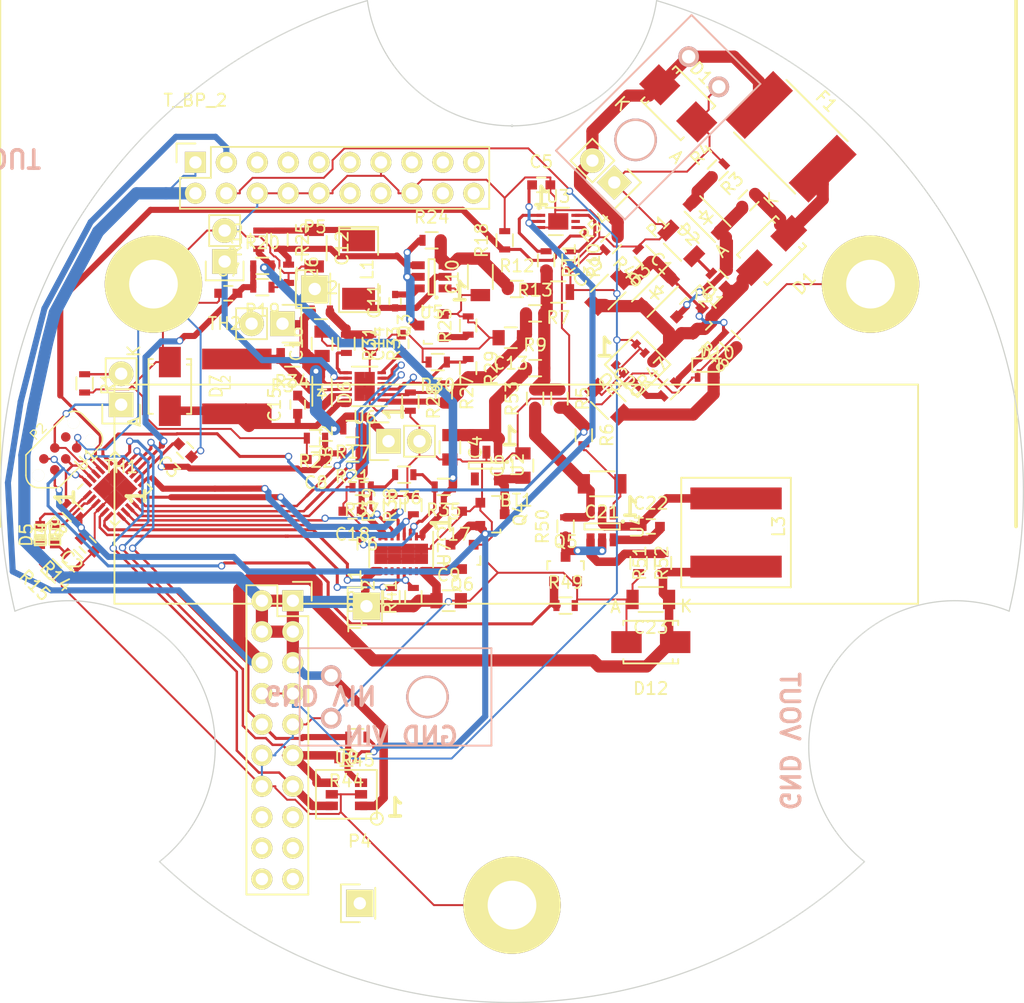
<source format=kicad_pcb>
(kicad_pcb (version 20171130) (host pcbnew "(5.1.12)-1")
  (layers (0 F.Cu signal) (31 B.Cu signal) (34 B.Paste user hide) (35 F.Paste user hide) (36 B.SilkS user hide) (37 F.SilkS user hide) (38 B.Mask user hide) (39 F.Mask user hide) (44 Edge.Cuts user))
  (net 0 "")
  (net 1 GND)
  (net 2 /VBackup)
  (net 3 /VREF)
  (net 4 "Net-(C4-Pad1)")
  (net 5 /SwitchVOut)
  (net 6 /BatVOut)
  (net 7 /12Vto3v3/Vin)
  (net 8 "Net-(C11-Pad1)")
  (net 9 "Net-(C11-Pad2)")
  (net 10 /12Vto3v3/Vout)
  (net 11 /lifepo4Charger/Vin)
  (net 12 "Net-(C14-Pad1)")
  (net 13 "Net-(C15-Pad1)")
  (net 14 "Net-(C15-Pad2)")
  (net 15 /lifepo4Charger/Vout)
  (net 16 /dualIdealDiode/VIN1)
  (net 17 /dualIdealDiode/VIN2)
  (net 18 "Net-(D4-Pad2)")
  (net 19 "Net-(D4-Pad1)")
  (net 20 "Net-(D5-Pad2)")
  (net 21 "Net-(D5-Pad1)")
  (net 22 "Net-(L2-Pad2)")
  (net 23 /SWD_RST)
  (net 24 /SWD_CLK)
  (net 25 "Net-(R1-Pad1)")
  (net 26 /VInSense)
  (net 27 "Net-(R11-Pad2)")
  (net 28 "Net-(R10-Pad1)")
  (net 29 "Net-(R11-Pad1)")
  (net 30 /MainCurrent)
  (net 31 /12Vto3v3/En)
  (net 32 "Net-(R25-Pad2)")
  (net 33 "Net-(R27-Pad1)")
  (net 34 /lifepo4Charger/SHDN)
  (net 35 "Net-(R31-Pad1)")
  (net 36 "Net-(R31-Pad2)")
  (net 37 /dualIdealDiode/EN1)
  (net 38 /dualIdealDiode/EN2)
  (net 39 /dualIdealDiode/WARN1)
  (net 40 /dualIdealDiode/WARN2)
  (net 41 "Net-(TH2-Pad1)")
  (net 42 /lifepo4Charger/CHRG)
  (net 43 /lifepo4Charger/FAULT)
  (net 44 "Net-(Q3-Pad3)")
  (net 45 "Net-(C6-Pad1)")
  (net 46 /dualIdealDiode/Current1)
  (net 47 /dualIdealDiode/Current2)
  (net 48 /template/3v3)
  (net 49 /template/PSU_SCL)
  (net 50 /template/PSU_IRQ)
  (net 51 /template/PSU_SDA)
  (net 52 /template/VBUS)
  (net 53 /template/5v)
  (net 54 "Net-(C1-Pad1)")
  (net 55 "Net-(C19-Pad1)")
  (net 56 "Net-(C19-Pad2)")
  (net 57 "Net-(C20-Pad2)")
  (net 58 /12Vto5V/Vin)
  (net 59 "Net-(C22-Pad1)")
  (net 60 "Net-(C22-Pad2)")
  (net 61 "Net-(D1-Pad1)")
  (net 62 "Net-(D2-Pad1)")
  (net 63 "Net-(D2-Pad2)")
  (net 64 /protection/Vin)
  (net 65 /12Vto5V/En)
  (net 66 "Net-(Q5-Pad3)")
  (net 67 "Net-(R51-Pad2)")
  (net 68 "Net-(Q2-Pad3)")
  (module Fuse_Holders_and_Fuses:Fuse_SMD2920 (layer F.Cu) (at 170.5 41.5 315)
    (fp_text reference F1 (at 0 -4.1275 315) (layer F.SilkS))
    (fp_text value FUSE)
    (pad 1 smd rect (at -3.7 0 45) (size 5.6 2.3) (layers F.Cu F.Paste F.Mask) (net 64 /protection/Vin))
    (pad 2 smd rect (at 3.7 0 45) (size 5.6 2.3) (layers F.Cu F.Paste F.Mask) (net 61 "Net-(D1-Pad1)"))
  )
  (module Housings_DFN_QFN:DFN-16-1EP_3x5mm_Pitch0.5mm (layer F.Cu) (at 138.5 75.75 270)
    (fp_text reference U7 (at 0 -3.55 270) (layer F.SilkS))
    (fp_text value LT4415)
    (pad 1 smd rect (at -1.425 -1.75 270) (size 0.65 0.25) (layers F.Cu F.Paste F.Mask) (net 16 /dualIdealDiode/VIN1))
    (pad 2 smd rect (at -1.425 -1.25 270) (size 0.65 0.25) (layers F.Cu F.Paste F.Mask) (net 16 /dualIdealDiode/VIN1))
    (pad 3 smd rect (at -1.425 -0.75 270) (size 0.65 0.25) (layers F.Cu F.Paste F.Mask) (net 37 /dualIdealDiode/EN1))
    (pad 4 smd rect (at -1.425 -0.25 270) (size 0.65 0.25) (layers F.Cu F.Paste F.Mask) (net 46 /dualIdealDiode/Current1))
    (pad 5 smd rect (at -1.425 0.25 270) (size 0.65 0.25) (layers F.Cu F.Paste F.Mask) (net 47 /dualIdealDiode/Current2))
    (pad 6 smd rect (at -1.425 0.75 270) (size 0.65 0.25) (layers F.Cu F.Paste F.Mask) (net 38 /dualIdealDiode/EN2))
    (pad 7 smd rect (at -1.425 1.25 270) (size 0.65 0.25) (layers F.Cu F.Paste F.Mask) (net 17 /dualIdealDiode/VIN2))
    (pad 8 smd rect (at -1.425 1.75 270) (size 0.65 0.25) (layers F.Cu F.Paste F.Mask) (net 17 /dualIdealDiode/VIN2))
    (pad 9 smd rect (at 1.425 1.75 270) (size 0.65 0.25) (layers F.Cu F.Paste F.Mask) (net 48 /template/3v3))
    (pad 10 smd rect (at 1.425 1.25 270) (size 0.65 0.25) (layers F.Cu F.Paste F.Mask) (net 48 /template/3v3))
    (pad 11 smd rect (at 1.425 0.75 270) (size 0.65 0.25) (layers F.Cu F.Paste F.Mask))
    (pad 12 smd rect (at 1.425 0.25 270) (size 0.65 0.25) (layers F.Cu F.Paste F.Mask) (net 40 /dualIdealDiode/WARN2))
    (pad 13 smd rect (at 1.425 -0.25 270) (size 0.65 0.25) (layers F.Cu F.Paste F.Mask) (net 39 /dualIdealDiode/WARN1))
    (pad 14 smd rect (at 1.425 -0.75 270) (size 0.65 0.25) (layers F.Cu F.Paste F.Mask))
    (pad 15 smd rect (at 1.425 -1.25 270) (size 0.65 0.25) (layers F.Cu F.Paste F.Mask) (net 48 /template/3v3))
    (pad 16 smd rect (at 1.425 -1.75 270) (size 0.65 0.25) (layers F.Cu F.Paste F.Mask) (net 48 /template/3v3))
    (pad 17 smd rect (at 0.415 1.65 270) (size 0.83 1.1) (layers F.Cu F.Paste F.Mask) (net 1 GND))
    (pad 17 smd rect (at 0.415 0.55 270) (size 0.83 1.1) (layers F.Cu F.Paste F.Mask) (net 1 GND))
    (pad 17 smd rect (at 0.415 -0.55 270) (size 0.83 1.1) (layers F.Cu F.Paste F.Mask) (net 1 GND))
    (pad 17 smd rect (at 0.415 -1.65 270) (size 0.83 1.1) (layers F.Cu F.Paste F.Mask) (net 1 GND))
    (pad 17 smd rect (at -0.415 1.65 270) (size 0.83 1.1) (layers F.Cu F.Paste F.Mask) (net 1 GND))
    (pad 17 smd rect (at -0.415 0.55 270) (size 0.83 1.1) (layers F.Cu F.Paste F.Mask) (net 1 GND))
    (pad 17 smd rect (at -0.415 -0.55 270) (size 0.83 1.1) (layers F.Cu F.Paste F.Mask) (net 1 GND))
    (pad 17 smd rect (at -0.415 -1.65 270) (size 0.83 1.1) (layers F.Cu F.Paste F.Mask) (net 1 GND))
  )
  (module Capacitors_SMD:C_0805 (layer F.Cu) (at 142.4 79.6)
    (fp_text reference C9 (at 0 -2.1) (layer F.SilkS))
    (fp_text value 4.7uf)
    (pad 1 smd rect (at -1 0) (size 1 1.25) (layers F.Cu F.Paste F.Mask) (net 48 /template/3v3))
    (pad 2 smd rect (at 1 0) (size 1 1.25) (layers F.Cu F.Paste F.Mask) (net 1 GND))
  )
  (module Housings_DFN_QFN:QFN-24-1EP_4x4mm_Pitch0.5mm (layer F.Cu) (at 115 70.4 45)
    (fp_text reference U1 (at 0 -3.375 45) (layer F.SilkS))
    (fp_text value KL03-QFN24)
    (pad 1 smd rect (at -1.95 -1.25 45) (size 0.85 0.3) (layers F.Cu F.Paste F.Mask) (net 20 "Net-(D5-Pad2)"))
    (pad 2 smd rect (at -1.95 -0.75 45) (size 0.85 0.3) (layers F.Cu F.Paste F.Mask) (net 18 "Net-(D4-Pad2)"))
    (pad 3 smd rect (at -1.95 -0.25 45) (size 0.85 0.3) (layers F.Cu F.Paste F.Mask) (net 2 /VBackup))
    (pad 4 smd rect (at -1.95 0.25 45) (size 0.85 0.3) (layers F.Cu F.Paste F.Mask) (net 1 GND))
    (pad 5 smd rect (at -1.95 0.75 45) (size 0.85 0.3) (layers F.Cu F.Paste F.Mask) (net 40 /dualIdealDiode/WARN2))
    (pad 6 smd rect (at -1.95 1.25 45) (size 0.85 0.3) (layers F.Cu F.Paste F.Mask) (net 39 /dualIdealDiode/WARN1))
    (pad 7 smd rect (at -1.25 1.95 135) (size 0.85 0.3) (layers F.Cu F.Paste F.Mask) (net 37 /dualIdealDiode/EN1))
    (pad 8 smd rect (at -0.75 1.95 135) (size 0.85 0.3) (layers F.Cu F.Paste F.Mask) (net 38 /dualIdealDiode/EN2))
    (pad 9 smd rect (at -0.25 1.95 135) (size 0.85 0.3) (layers F.Cu F.Paste F.Mask) (net 34 /lifepo4Charger/SHDN))
    (pad 10 smd rect (at 0.25 1.95 135) (size 0.85 0.3) (layers F.Cu F.Paste F.Mask) (net 42 /lifepo4Charger/CHRG))
    (pad 11 smd rect (at 0.75 1.95 135) (size 0.85 0.3) (layers F.Cu F.Paste F.Mask) (net 43 /lifepo4Charger/FAULT))
    (pad 12 smd rect (at 1.25 1.95 135) (size 0.85 0.3) (layers F.Cu F.Paste F.Mask) (net 47 /dualIdealDiode/Current2))
    (pad 13 smd rect (at 1.95 1.25 45) (size 0.85 0.3) (layers F.Cu F.Paste F.Mask) (net 46 /dualIdealDiode/Current1))
    (pad 14 smd rect (at 1.95 0.75 45) (size 0.85 0.3) (layers F.Cu F.Paste F.Mask) (net 3 /VREF))
    (pad 15 smd rect (at 1.95 0.25 45) (size 0.85 0.3) (layers F.Cu F.Paste F.Mask) (net 5 /SwitchVOut))
    (pad 16 smd rect (at 1.95 -0.25 45) (size 0.85 0.3) (layers F.Cu F.Paste F.Mask) (net 6 /BatVOut))
    (pad 17 smd rect (at 1.95 -0.75 45) (size 0.85 0.3) (layers F.Cu F.Paste F.Mask) (net 49 /template/PSU_SCL))
    (pad 18 smd rect (at 1.95 -1.25 45) (size 0.85 0.3) (layers F.Cu F.Paste F.Mask) (net 51 /template/PSU_SDA))
    (pad 19 smd rect (at 1.25 -1.95 135) (size 0.85 0.3) (layers F.Cu F.Paste F.Mask) (net 26 /VInSense))
    (pad 20 smd rect (at 0.75 -1.95 135) (size 0.85 0.3) (layers F.Cu F.Paste F.Mask) (net 30 /MainCurrent))
    (pad 21 smd rect (at 0.25 -1.95 135) (size 0.85 0.3) (layers F.Cu F.Paste F.Mask) (net 50 /template/PSU_IRQ))
    (pad 22 smd rect (at -0.25 -1.95 135) (size 0.85 0.3) (layers F.Cu F.Paste F.Mask) (net 24 /SWD_CLK))
    (pad 23 smd rect (at -0.75 -1.95 135) (size 0.85 0.3) (layers F.Cu F.Paste F.Mask) (net 23 /SWD_RST))
    (pad 24 smd rect (at -1.25 -1.95 135) (size 0.85 0.3) (layers F.Cu F.Paste F.Mask) (net 65 /12Vto5V/En))
    (pad 25 smd rect (at 0.65 0.65 45) (size 1.3 1.3) (layers F.Cu F.Paste F.Mask) (net 1 GND))
    (pad 25 smd rect (at 0.65 -0.65 45) (size 1.3 1.3) (layers F.Cu F.Paste F.Mask) (net 1 GND))
    (pad 25 smd rect (at -0.65 0.65 45) (size 1.3 1.3) (layers F.Cu F.Paste F.Mask) (net 1 GND))
    (pad 25 smd rect (at -0.65 -0.65 45) (size 1.3 1.3) (layers F.Cu F.Paste F.Mask) (net 1 GND))
  )
  (module Capacitors_SMD:C_0603 (layer F.Cu) (at 120.75 67.25 135)
    (fp_text reference C3 (at 0 -1.9 135) (layer F.SilkS))
    (fp_text value 1uf)
    (pad 1 smd rect (at -0.75 0 135) (size 0.8 0.75) (layers F.Cu F.Paste F.Mask) (net 1 GND))
    (pad 2 smd rect (at 0.75 0 135) (size 0.8 0.75) (layers F.Cu F.Paste F.Mask) (net 3 /VREF))
  )
  (module Tag-Connect:TC2030-NL_SMALL (layer F.Cu) (at 110.5 67.5 45)
    (fp_text reference P2 (at 0 -2.54 45) (layer F.SilkS) (effects (font (size 0.75 0.75) (thickness 0.1))))
    (fp_text value TC2030-CTX hide)
    (pad 1 connect circle (at -1.27 0.635 45) (size 0.78486 0.78486) (layers F.Cu F.Mask) (net 2 /VBackup))
    (pad 2 connect circle (at -1.27 -0.635 45) (size 0.78486 0.78486) (layers F.Cu F.Mask) (net 65 /12Vto5V/En))
    (pad 3 connect circle (at 0 0.635 45) (size 0.78486 0.78486) (layers F.Cu F.Mask) (net 23 /SWD_RST))
    (pad 4 connect circle (at 0 -0.635 45) (size 0.78486 0.78486) (layers F.Cu F.Mask) (net 24 /SWD_CLK))
    (pad 5 connect circle (at 1.27 0.635 45) (size 0.78486 0.78486) (layers F.Cu F.Mask) (net 1 GND))
    (pad 6 connect circle (at 1.27 -0.635 45) (size 0.78486 0.78486) (layers F.Cu F.Mask))
    (pad "" np_thru_hole circle (at -2.54 0 45) (size 0.98806 0.98806) (drill 0.98806) (layers *.Cu *.Mask F.SilkS))
    (pad "" np_thru_hole circle (at 2.54 -1.016 45) (size 0.98552 0.98552) (drill 0.98552) (layers *.Cu *.Mask F.SilkS))
    (pad "" np_thru_hole circle (at 2.54 1.016 45) (size 0.98552 0.98552) (drill 0.98552) (layers *.Cu *.Mask F.SilkS))
  )
  (module Pin_Headers:Pin_Header_Straight_1x02 (layer F.Cu) (at 156 45.25 225)
    (fp_text reference P1 (at 0 -5.1 225) (layer F.SilkS))
    (fp_text value 12Vin)
    (pad 1 thru_hole rect (at 0 0 225) (size 2.032 2.032) (drill 1.016) (layers *.Cu *.Mask F.SilkS) (net 1 GND))
    (pad 2 thru_hole oval (at 0 2.54 225) (size 2.032 2.032) (drill 1.016) (layers *.Cu *.Mask F.SilkS) (net 64 /protection/Vin))
  )
  (module ASPI-6045S-5R6M-T:ASPI-6045S-5R6M-T (layer F.Cu) (at 125 62 90)
    (fp_text reference L2 (at 0.3 -0.9 90) (layer F.SilkS) (effects (font (size 0.75 0.75) (thickness 0.1))))
    (fp_text value 5.6uh)
    (pad 1 smd rect (at -2.25 0 90) (size 1.7 5.7) (layers F.Cu F.Paste F.Mask) (net 13 "Net-(C15-Pad1)"))
    (pad 2 smd rect (at 2.25 0 90) (size 1.7 5.7) (layers F.Cu F.Paste F.Mask) (net 22 "Net-(L2-Pad2)"))
  )
  (module mounting_screw:mounting_screw (layer F.Cu) (at 147.6 104.6)
    (fp_text reference T_SCREW_3 (at 0 0.5) (layer F.SilkS) (effects (font (size 0.75 0.75) (thickness 0.1))))
    (fp_text value CONN_01X01)
    (pad 1 thru_hole circle (at 0 0) (size 8 8) (drill 4) (layers *.Cu *.Mask F.SilkS) (net 1 GND))
  )
  (module mounting_screw:mounting_screw (layer F.Cu) (at 177.045 53.6)
    (fp_text reference T_SCREW_1 (at 0 0.5) (layer F.SilkS) (effects (font (size 0.75 0.75) (thickness 0.1))))
    (fp_text value CONN_01X01)
    (pad 1 thru_hole circle (at 0 0) (size 8 8) (drill 4) (layers *.Cu *.Mask F.SilkS) (net 1 GND))
  )
  (module mounting_screw:mounting_screw (layer F.Cu) (at 118.155 53.6)
    (fp_text reference T_SCREW_2 (at 0 0.5) (layer F.SilkS) (effects (font (size 0.75 0.75) (thickness 0.1))))
    (fp_text value CONN_01X01)
    (pad 1 thru_hole circle (at 0 0) (size 8 8) (drill 4) (layers *.Cu *.Mask F.SilkS) (net 1 GND))
  )
  (module Power:SC-74 (layer F.Cu) (at 134 95.5 180)
    (fp_text reference U8 (at 0 3 180) (layer F.SilkS))
    (fp_text value MMQA)
    (pad 1 smd rect (at -1.2 -0.95 180) (size 1 0.7) (layers F.Cu F.Paste F.Mask) (net 48 /template/3v3))
    (pad 2 smd rect (at -1.2 0 180) (size 1 0.7) (layers F.Cu F.Paste F.Mask) (net 1 GND))
    (pad 3 smd rect (at -1.2 0.95 180) (size 1 0.7) (layers F.Cu F.Paste F.Mask) (net 51 /template/PSU_SDA))
    (pad 4 smd rect (at 1.2 0.95 180) (size 1 0.7) (layers F.Cu F.Paste F.Mask) (net 49 /template/PSU_SCL))
    (pad 5 smd rect (at 1.2 0 180) (size 1 0.7) (layers F.Cu F.Paste F.Mask) (net 1 GND))
    (pad 6 smd rect (at 1.2 -0.95 180) (size 1 0.7) (layers F.Cu F.Paste F.Mask) (net 50 /template/PSU_IRQ))
  )
  (module Diodes_SMD:Diode-SMA_Standard (layer F.Cu) (at 159 83 180)
    (fp_text reference D12 (at 0 -3.81 180) (layer F.SilkS))
    (fp_text value ZENER)
    (fp_text user K (at -2.9 2.95 180) (layer F.SilkS))
    (fp_text user A (at 2.9 2.9 180) (layer F.SilkS))
    (pad 1 smd rect (at -1.99898 0 180) (size 2.49936 1.80086) (layers F.Cu F.Paste F.Mask) (net 53 /template/5v))
    (pad 2 smd rect (at 1.99898 0 180) (size 2.49936 1.80086) (layers F.Cu F.Paste F.Mask) (net 1 GND))
  )
  (module Diodes_SMD:Diode-SMB_Standard (layer F.Cu) (at 161.25 38.75 315)
    (fp_text reference D11 (at 0.05 -3.1 315) (layer F.SilkS))
    (fp_text value ZENER)
    (fp_text user K (at -3.25 3.3 315) (layer F.SilkS))
    (fp_text user A (at 3 3.2 315) (layer F.SilkS))
    (pad 1 smd rect (at -2.14884 0 315) (size 2.49936 2.30124) (layers F.Cu F.Paste F.Mask) (net 64 /protection/Vin))
    (pad 2 smd rect (at 2.14884 0 315) (size 2.49936 2.30124) (layers F.Cu F.Paste F.Mask) (net 1 GND))
  )
  (module Power:Si3407DV (layer F.Cu) (at 156.121 60.2004 315)
    (fp_text reference Q2 (at 0.762 1.524 315) (layer F.SilkS))
    (fp_text value Si3407DV)
    (pad 1 smd rect (at 0 0 315) (size 0.508 0.699) (layers F.Cu F.Paste F.Mask) (net 52 /template/VBUS))
    (pad 2 smd rect (at 1.001 0 315) (size 0.508 0.699) (layers F.Cu F.Paste F.Mask) (net 52 /template/VBUS))
    (pad 3 smd rect (at 2.002 0 315) (size 0.508 0.699) (layers F.Cu F.Paste F.Mask) (net 68 "Net-(Q2-Pad3)"))
    (pad 6 smd rect (at 0 -2.354 315) (size 0.508 0.699) (layers F.Cu F.Paste F.Mask) (net 52 /template/VBUS))
    (pad 5 smd rect (at 1.01 -2.354 315) (size 0.508 0.699) (layers F.Cu F.Paste F.Mask) (net 52 /template/VBUS))
    (pad 4 smd rect (at 2.002 -2.354 315) (size 0.508 0.699) (layers F.Cu F.Paste F.Mask) (net 55 "Net-(C19-Pad1)"))
  )
  (module Resistors_SMD:R_0603 (layer F.Cu) (at 155.75 50.25 45)
    (fp_text reference R54 (at 0 -1.9 45) (layer F.SilkS))
    (fp_text value DNP)
    (pad 1 smd rect (at -0.75 0 45) (size 0.5 0.9) (layers F.Cu F.Paste F.Mask) (net 52 /template/VBUS))
    (pad 2 smd rect (at 0.75 0 45) (size 0.5 0.9) (layers F.Cu F.Paste F.Mask) (net 64 /protection/Vin))
  )
  (module Resistors_SMD:R_0603 (layer F.Cu) (at 158 76.5 270)
    (fp_text reference R52 (at 0 -1.9 270) (layer F.SilkS))
    (fp_text value 10k)
    (pad 1 smd rect (at -0.75 0 270) (size 0.5 0.9) (layers F.Cu F.Paste F.Mask) (net 67 "Net-(R51-Pad2)"))
    (pad 2 smd rect (at 0.75 0 270) (size 0.5 0.9) (layers F.Cu F.Paste F.Mask) (net 1 GND))
  )
  (module Resistors_SMD:R_0603 (layer F.Cu) (at 160 76.5 90)
    (fp_text reference R51 (at 0 -1.9 90) (layer F.SilkS))
    (fp_text value 56.2k)
    (pad 1 smd rect (at -0.75 0 90) (size 0.5 0.9) (layers F.Cu F.Paste F.Mask) (net 53 /template/5v))
    (pad 2 smd rect (at 0.75 0 90) (size 0.5 0.9) (layers F.Cu F.Paste F.Mask) (net 67 "Net-(R51-Pad2)"))
  )
  (module Resistors_SMD:R_0603 (layer F.Cu) (at 152 73.5 90)
    (fp_text reference R50 (at 0 -1.9 90) (layer F.SilkS))
    (fp_text value 10K)
    (pad 1 smd rect (at -0.75 0 90) (size 0.5 0.9) (layers F.Cu F.Paste F.Mask) (net 66 "Net-(Q5-Pad3)"))
    (pad 2 smd rect (at 0.75 0 90) (size 0.5 0.9) (layers F.Cu F.Paste F.Mask) (net 58 /12Vto5V/Vin))
  )
  (module Resistors_SMD:R_0603 (layer F.Cu) (at 152 80)
    (fp_text reference R49 (at 0 -1.9) (layer F.SilkS))
    (fp_text value 10K)
    (pad 1 smd rect (at -0.75 0) (size 0.5 0.9) (layers F.Cu F.Paste F.Mask) (net 65 /12Vto5V/En))
    (pad 2 smd rect (at 0.75 0) (size 0.5 0.9) (layers F.Cu F.Paste F.Mask) (net 1 GND))
  )
  (module Resistors_SMD:R_0603 (layer F.Cu) (at 134.9 90.8 180)
    (fp_text reference R45 (at 0 -1.9 180) (layer F.SilkS))
    (fp_text value 4.7k)
    (pad 1 smd rect (at -0.75 0 180) (size 0.5 0.9) (layers F.Cu F.Paste F.Mask) (net 2 /VBackup))
    (pad 2 smd rect (at 0.75 0 180) (size 0.5 0.9) (layers F.Cu F.Paste F.Mask) (net 51 /template/PSU_SDA))
  )
  (module Resistors_SMD:R_0603 (layer F.Cu) (at 134 92.5 180)
    (fp_text reference R44 (at 0 -1.9 180) (layer F.SilkS))
    (fp_text value 4.7k)
    (pad 1 smd rect (at -0.75 0 180) (size 0.5 0.9) (layers F.Cu F.Paste F.Mask) (net 2 /VBackup))
    (pad 2 smd rect (at 0.75 0 180) (size 0.5 0.9) (layers F.Cu F.Paste F.Mask) (net 49 /template/PSU_SCL))
  )
  (module Resistors_SMD:R_0603 (layer F.Cu) (at 137.7 79.3 90)
    (fp_text reference R42 (at 0 -1.9 90) (layer F.SilkS))
    (fp_text value 470K)
    (pad 1 smd rect (at -0.75 0 90) (size 0.5 0.9) (layers F.Cu F.Paste F.Mask) (net 48 /template/3v3))
    (pad 2 smd rect (at 0.75 0 90) (size 0.5 0.9) (layers F.Cu F.Paste F.Mask) (net 40 /dualIdealDiode/WARN2))
  )
  (module Resistors_SMD:R_0603 (layer F.Cu) (at 139.5 79.3 90)
    (fp_text reference R41 (at 0 -1.9 90) (layer F.SilkS))
    (fp_text value 470K)
    (pad 1 smd rect (at -0.75 0 90) (size 0.5 0.9) (layers F.Cu F.Paste F.Mask) (net 48 /template/3v3))
    (pad 2 smd rect (at 0.75 0 90) (size 0.5 0.9) (layers F.Cu F.Paste F.Mask) (net 39 /dualIdealDiode/WARN1))
  )
  (module Resistors_SMD:R_0603 (layer F.Cu) (at 137.75 71.75 90)
    (fp_text reference R39 (at 0 -1.9 90) (layer F.SilkS))
    (fp_text value 165)
    (pad 1 smd rect (at -0.75 0 90) (size 0.5 0.9) (layers F.Cu F.Paste F.Mask) (net 47 /dualIdealDiode/Current2))
    (pad 2 smd rect (at 0.75 0 90) (size 0.5 0.9) (layers F.Cu F.Paste F.Mask) (net 1 GND))
  )
  (module Resistors_SMD:R_0603 (layer F.Cu) (at 139.5 71.75 90)
    (fp_text reference R38 (at 0 -1.9 90) (layer F.SilkS))
    (fp_text value 165)
    (pad 1 smd rect (at -0.75 0 90) (size 0.5 0.9) (layers F.Cu F.Paste F.Mask) (net 46 /dualIdealDiode/Current1))
    (pad 2 smd rect (at 0.75 0 90) (size 0.5 0.9) (layers F.Cu F.Paste F.Mask) (net 1 GND))
  )
  (module Resistors_SMD:R_0603 (layer F.Cu) (at 135.25 70.25 180)
    (fp_text reference R37 (at 0 -1.9 180) (layer F.SilkS))
    (fp_text value 95.3K)
    (pad 1 smd rect (at -0.75 0 180) (size 0.5 0.9) (layers F.Cu F.Paste F.Mask) (net 38 /dualIdealDiode/EN2))
    (pad 2 smd rect (at 0.75 0 180) (size 0.5 0.9) (layers F.Cu F.Paste F.Mask) (net 1 GND))
  )
  (module Resistors_SMD:R_0603 (layer F.Cu) (at 138.75 69.25 180)
    (fp_text reference R36 (at 0 -1.9 180) (layer F.SilkS))
    (fp_text value 30.1K)
    (pad 1 smd rect (at -0.75 0 180) (size 0.5 0.9) (layers F.Cu F.Paste F.Mask) (net 37 /dualIdealDiode/EN1))
    (pad 2 smd rect (at 0.75 0 180) (size 0.5 0.9) (layers F.Cu F.Paste F.Mask) (net 38 /dualIdealDiode/EN2))
  )
  (module Resistors_SMD:R_0603 (layer F.Cu) (at 142 70.25 180)
    (fp_text reference R35 (at 0 -1.9 180) (layer F.SilkS))
    (fp_text value 237K)
    (pad 1 smd rect (at -0.75 0 180) (size 0.5 0.9) (layers F.Cu F.Paste F.Mask) (net 16 /dualIdealDiode/VIN1))
    (pad 2 smd rect (at 0.75 0 180) (size 0.5 0.9) (layers F.Cu F.Paste F.Mask) (net 37 /dualIdealDiode/EN1))
  )
  (module Resistors_SMD:R_0603 (layer F.Cu) (at 136 58.5 270)
    (fp_text reference R33 (at 0 -1.9 270) (layer F.SilkS))
    (fp_text value 330k)
    (pad 1 smd rect (at -0.75 0 270) (size 0.5 0.9) (layers F.Cu F.Paste F.Mask) (net 35 "Net-(R31-Pad1)"))
    (pad 2 smd rect (at 0.75 0 270) (size 0.5 0.9) (layers F.Cu F.Paste F.Mask) (net 1 GND))
  )
  (module Resistors_SMD:R_0603 (layer F.Cu) (at 131.9 55.8)
    (fp_text reference R32 (at 0 -1.9) (layer F.SilkS))
    (fp_text value 14.3k)
    (pad 1 smd rect (at -0.75 0) (size 0.5 0.9) (layers F.Cu F.Paste F.Mask) (net 15 /lifepo4Charger/Vout))
    (pad 2 smd rect (at 0.75 0) (size 0.5 0.9) (layers F.Cu F.Paste F.Mask) (net 35 "Net-(R31-Pad1)"))
  )
  (module Resistors_SMD:R_0603 (layer F.Cu) (at 134 58.5 270)
    (fp_text reference R31 (at 0 -1.9 270) (layer F.SilkS))
    (fp_text value 237k)
    (pad 1 smd rect (at -0.75 0 270) (size 0.5 0.9) (layers F.Cu F.Paste F.Mask) (net 35 "Net-(R31-Pad1)"))
    (pad 2 smd rect (at 0.75 0 270) (size 0.5 0.9) (layers F.Cu F.Paste F.Mask) (net 36 "Net-(R31-Pad2)"))
  )
  (module Resistors_SMD:R_0603 (layer F.Cu) (at 141.5 60 180)
    (fp_text reference R30 (at 0 -1.9 180) (layer F.SilkS))
    (fp_text value 10k)
    (pad 1 smd rect (at -0.75 0 180) (size 0.5 0.9) (layers F.Cu F.Paste F.Mask) (net 34 /lifepo4Charger/SHDN))
    (pad 2 smd rect (at 0.75 0 180) (size 0.5 0.9) (layers F.Cu F.Paste F.Mask) (net 1 GND))
  )
  (module Resistors_SMD:R_0603 (layer F.Cu) (at 144 60.5 270)
    (fp_text reference R29 (at 0 -1.9 270) (layer F.SilkS))
    (fp_text value 49.9K)
    (pad 1 smd rect (at -0.75 0 270) (size 0.5 0.9) (layers F.Cu F.Paste F.Mask) (net 34 /lifepo4Charger/SHDN))
    (pad 2 smd rect (at 0.75 0 270) (size 0.5 0.9) (layers F.Cu F.Paste F.Mask) (net 11 /lifepo4Charger/Vin))
  )
  (module Resistors_SMD:R_0603 (layer F.Cu) (at 139.25 63.25 270)
    (fp_text reference R28 (at 0 -1.9 270) (layer F.SilkS))
    (fp_text value 10k)
    (pad 1 smd rect (at -0.75 0 270) (size 0.5 0.9) (layers F.Cu F.Paste F.Mask) (net 33 "Net-(R27-Pad1)"))
    (pad 2 smd rect (at 0.75 0 270) (size 0.5 0.9) (layers F.Cu F.Paste F.Mask) (net 1 GND))
  )
  (module Resistors_SMD:R_0603 (layer F.Cu) (at 142 62.5 270)
    (fp_text reference R27 (at 0 -1.9 270) (layer F.SilkS))
    (fp_text value 13.7k)
    (pad 1 smd rect (at -0.75 0 270) (size 0.5 0.9) (layers F.Cu F.Paste F.Mask) (net 33 "Net-(R27-Pad1)"))
    (pad 2 smd rect (at 0.75 0 270) (size 0.5 0.9) (layers F.Cu F.Paste F.Mask) (net 11 /lifepo4Charger/Vin))
  )
  (module Resistors_SMD:R_0603 (layer F.Cu) (at 131.5 66.25 180)
    (fp_text reference R22 (at 0 -1.9 180) (layer F.SilkS))
    (fp_text value 1K)
    (pad 1 smd rect (at -0.75 0 180) (size 0.5 0.9) (layers F.Cu F.Paste F.Mask) (net 6 /BatVOut))
    (pad 2 smd rect (at 0.75 0 180) (size 0.5 0.9) (layers F.Cu F.Paste F.Mask) (net 1 GND))
  )
  (module Resistors_SMD:R_0603 (layer F.Cu) (at 134.5 67.5 180)
    (fp_text reference R21 (at 0 -1.9 180) (layer F.SilkS))
    (fp_text value 3.9K)
    (pad 1 smd rect (at -0.75 0 180) (size 0.5 0.9) (layers F.Cu F.Paste F.Mask) (net 17 /dualIdealDiode/VIN2))
    (pad 2 smd rect (at 0.75 0 180) (size 0.5 0.9) (layers F.Cu F.Paste F.Mask) (net 6 /BatVOut))
  )
  (module Resistors_SMD:R_0603 (layer F.Cu) (at 147 50 90)
    (fp_text reference R18 (at 0 -1.9 90) (layer F.SilkS))
    (fp_text value 1000)
    (pad 1 smd rect (at -0.75 0 90) (size 0.5 0.9) (layers F.Cu F.Paste F.Mask) (net 30 /MainCurrent))
    (pad 2 smd rect (at 0.75 0 90) (size 0.5 0.9) (layers F.Cu F.Paste F.Mask) (net 1 GND))
  )
  (module Resistors_SMD:R_0603 (layer F.Cu) (at 134.5 65.5 180)
    (fp_text reference R17 (at 0 -1.9 180) (layer F.SilkS))
    (fp_text value 0)
    (pad 1 smd rect (at -0.75 0 180) (size 0.5 0.9) (layers F.Cu F.Paste F.Mask) (net 17 /dualIdealDiode/VIN2))
    (pad 2 smd rect (at 0.75 0 180) (size 0.5 0.9) (layers F.Cu F.Paste F.Mask) (net 15 /lifepo4Charger/Vout))
  )
  (module Resistors_SMD:R_0603 (layer F.Cu) (at 149.5 56)
    (fp_text reference R13 (at 0 -1.9) (layer F.SilkS))
    (fp_text value 0)
    (pad 1 smd rect (at -0.75 0) (size 0.5 0.9) (layers F.Cu F.Paste F.Mask) (net 11 /lifepo4Charger/Vin))
    (pad 2 smd rect (at 0.75 0) (size 0.5 0.9) (layers F.Cu F.Paste F.Mask) (net 27 "Net-(R11-Pad2)"))
  )
  (module Resistors_SMD:R_0603 (layer F.Cu) (at 148 54)
    (fp_text reference R12 (at 0 -1.9) (layer F.SilkS))
    (fp_text value 0)
    (pad 1 smd rect (at -0.75 0) (size 0.5 0.9) (layers F.Cu F.Paste F.Mask) (net 7 /12Vto3v3/Vin))
    (pad 2 smd rect (at 0.75 0) (size 0.5 0.9) (layers F.Cu F.Paste F.Mask) (net 27 "Net-(R11-Pad2)"))
  )
  (module Resistors_SMD:R_0603 (layer F.Cu) (at 150.4 51.65 270)
    (fp_text reference R11 (at 0 -1.9 270) (layer F.SilkS))
    (fp_text value 100)
    (pad 1 smd rect (at -0.75 0 270) (size 0.5 0.9) (layers F.Cu F.Paste F.Mask) (net 29 "Net-(R11-Pad1)"))
    (pad 2 smd rect (at 0.75 0 270) (size 0.5 0.9) (layers F.Cu F.Paste F.Mask) (net 27 "Net-(R11-Pad2)"))
  )
  (module Resistors_SMD:R_0603 (layer F.Cu) (at 152.4 51.65 270)
    (fp_text reference R10 (at 0 -1.9 270) (layer F.SilkS))
    (fp_text value 100)
    (pad 1 smd rect (at -0.75 0 270) (size 0.5 0.9) (layers F.Cu F.Paste F.Mask) (net 28 "Net-(R10-Pad1)"))
    (pad 2 smd rect (at 0.75 0 270) (size 0.5 0.9) (layers F.Cu F.Paste F.Mask) (net 52 /template/VBUS))
  )
  (module Resistors_SMD:R_0603 (layer F.Cu) (at 149.5 60.5)
    (fp_text reference R9 (at 0 -1.9) (layer F.SilkS))
    (fp_text value 0)
    (pad 1 smd rect (at -0.75 0) (size 0.5 0.9) (layers F.Cu F.Paste F.Mask) (net 4 "Net-(C4-Pad1)"))
    (pad 2 smd rect (at 0.75 0) (size 0.5 0.9) (layers F.Cu F.Paste F.Mask) (net 27 "Net-(R11-Pad2)"))
  )
  (module Resistors_SMD:R_0603 (layer F.Cu) (at 111.5 72.25 135)
    (fp_text reference R8 (at 0 -1.9 135) (layer F.SilkS))
    (fp_text value 10000)
    (pad 1 smd rect (at -0.75 0 135) (size 0.5 0.9) (layers F.Cu F.Paste F.Mask) (net 2 /VBackup))
    (pad 2 smd rect (at 0.75 0 135) (size 0.5 0.9) (layers F.Cu F.Paste F.Mask) (net 23 /SWD_RST))
  )
  (module Resistors_SMD:R_0603 (layer F.Cu) (at 153.5 66 270)
    (fp_text reference R6 (at 0 -1.9 270) (layer F.SilkS))
    (fp_text value 10000)
    (pad 1 smd rect (at -0.75 0 270) (size 0.5 0.9) (layers F.Cu F.Paste F.Mask) (net 26 /VInSense))
    (pad 2 smd rect (at 0.75 0 270) (size 0.5 0.9) (layers F.Cu F.Paste F.Mask) (net 1 GND))
  )
  (module Resistors_SMD:R_0603 (layer F.Cu) (at 151.5 63 270)
    (fp_text reference R5 (at 0 -1.9 270) (layer F.SilkS))
    (fp_text value 200000)
    (pad 1 smd rect (at -0.75 0 270) (size 0.5 0.9) (layers F.Cu F.Paste F.Mask) (net 27 "Net-(R11-Pad2)"))
    (pad 2 smd rect (at 0.75 0 270) (size 0.5 0.9) (layers F.Cu F.Paste F.Mask) (net 26 /VInSense))
  )
  (module Transistors_SMD:sc70 (layer F.Cu) (at 163.5 60.25)
    (fp_text reference D10 (at 0.95 -1) (layer F.SilkS))
    (fp_text value D_Schottky_x2_Serial_AKC)
    (pad 1 smd rect (at -0.6604 1.016) (size 0.4572 0.7112) (layers F.Cu F.Paste F.Mask) (net 1 GND))
    (pad 2 smd rect (at 0.6604 1.016) (size 0.4572 0.7112) (layers F.Cu F.Paste F.Mask) (net 57 "Net-(C20-Pad2)"))
    (pad 3 smd rect (at 0 -1.016) (size 0.4572 0.7112) (layers F.Cu F.Paste F.Mask) (net 56 "Net-(C19-Pad2)"))
  )
  (module Diodes_SMD:Diode-SMA_Standard (layer F.Cu) (at 168.913 50.8365 225)
    (fp_text reference D1 (at 0 -3.81 225) (layer F.SilkS))
    (fp_text value DIODE)
    (fp_text user K (at -2.9 2.95 225) (layer F.SilkS))
    (fp_text user A (at 2.9 2.9 225) (layer F.SilkS))
    (pad 1 smd rect (at -1.99898 0 225) (size 2.49936 1.80086) (layers F.Cu F.Paste F.Mask) (net 61 "Net-(D1-Pad1)"))
    (pad 2 smd rect (at 1.99898 0 225) (size 2.49936 1.80086) (layers F.Cu F.Paste F.Mask) (net 55 "Net-(C19-Pad1)"))
  )
  (module Capacitors_SMD:C_0603 (layer F.Cu) (at 159 73.5)
    (fp_text reference C22 (at 0 -1.9) (layer F.SilkS))
    (fp_text value 100nf)
    (pad 1 smd rect (at -0.75 0) (size 0.8 0.75) (layers F.Cu F.Paste F.Mask) (net 59 "Net-(C22-Pad1)"))
    (pad 2 smd rect (at 0.75 0) (size 0.8 0.75) (layers F.Cu F.Paste F.Mask) (net 60 "Net-(C22-Pad2)"))
  )
  (module Capacitors_SMD:C_0603 (layer F.Cu) (at 134.5 72.25 180)
    (fp_text reference C18 (at 0 -1.9 180) (layer F.SilkS))
    (fp_text value 1u)
    (pad 1 smd rect (at -0.75 0 180) (size 0.8 0.75) (layers F.Cu F.Paste F.Mask) (net 17 /dualIdealDiode/VIN2))
    (pad 2 smd rect (at 0.75 0 180) (size 0.8 0.75) (layers F.Cu F.Paste F.Mask) (net 1 GND))
  )
  (module Capacitors_SMD:C_0603 (layer F.Cu) (at 142.75 72.25 180)
    (fp_text reference C17 (at 0 -1.9 180) (layer F.SilkS))
    (fp_text value 1u)
    (pad 1 smd rect (at -0.75 0 180) (size 0.8 0.75) (layers F.Cu F.Paste F.Mask) (net 1 GND))
    (pad 2 smd rect (at 0.75 0 180) (size 0.8 0.75) (layers F.Cu F.Paste F.Mask) (net 16 /dualIdealDiode/VIN1))
  )
  (module Capacitors_SMD:C_0603 (layer F.Cu) (at 130 63.5 90)
    (fp_text reference C15 (at 0 -1.9 90) (layer F.SilkS))
    (fp_text value 1uf)
    (pad 1 smd rect (at -0.75 0 90) (size 0.8 0.75) (layers F.Cu F.Paste F.Mask) (net 13 "Net-(C15-Pad1)"))
    (pad 2 smd rect (at 0.75 0 90) (size 0.8 0.75) (layers F.Cu F.Paste F.Mask) (net 14 "Net-(C15-Pad2)"))
  )
  (module Capacitors_SMD:C_0603 (layer F.Cu) (at 138.5 58.5 90)
    (fp_text reference C14 (at 0 -1.9 90) (layer F.SilkS))
    (fp_text value .68uf)
    (pad 1 smd rect (at -0.75 0 90) (size 0.8 0.75) (layers F.Cu F.Paste F.Mask) (net 12 "Net-(C14-Pad1)"))
    (pad 2 smd rect (at 0.75 0 90) (size 0.8 0.75) (layers F.Cu F.Paste F.Mask) (net 1 GND))
  )
  (module Capacitors_SMD:C_0603 (layer F.Cu) (at 131.5 68 180)
    (fp_text reference C8 (at 0 -1.9 180) (layer F.SilkS))
    (fp_text value DNP)
    (pad 1 smd rect (at -0.75 0 180) (size 0.8 0.75) (layers F.Cu F.Paste F.Mask) (net 6 /BatVOut))
    (pad 2 smd rect (at 0.75 0 180) (size 0.8 0.75) (layers F.Cu F.Paste F.Mask) (net 1 GND))
  )
  (module Capacitors_SMD:C_0603 (layer F.Cu) (at 150 45.45)
    (fp_text reference C5 (at 0 -1.9) (layer F.SilkS))
    (fp_text value 1uf)
    (pad 1 smd rect (at -0.75 0) (size 0.8 0.75) (layers F.Cu F.Paste F.Mask) (net 2 /VBackup))
    (pad 2 smd rect (at 0.75 0) (size 0.8 0.75) (layers F.Cu F.Paste F.Mask) (net 1 GND))
  )
  (module Housings_SOT-23_SOT-143_TSOT-6:SOT-23-6 (layer F.Cu) (at 155 73.5 270)
    (fp_text reference U4 (at 0 -2.9 270) (layer F.SilkS))
    (fp_text value TPS563200)
    (pad 1 smd rect (at -1.1 -0.95 270) (size 1.06 0.65) (layers F.Cu F.Paste F.Mask) (net 1 GND))
    (pad 2 smd rect (at -1.1 0 270) (size 1.06 0.65) (layers F.Cu F.Paste F.Mask) (net 59 "Net-(C22-Pad1)"))
    (pad 3 smd rect (at -1.1 0.95 270) (size 1.06 0.65) (layers F.Cu F.Paste F.Mask) (net 58 /12Vto5V/Vin))
    (pad 4 smd rect (at 1.1 0.95 270) (size 1.06 0.65) (layers F.Cu F.Paste F.Mask) (net 67 "Net-(R51-Pad2)"))
    (pad 6 smd rect (at 1.1 -0.95 270) (size 1.06 0.65) (layers F.Cu F.Paste F.Mask) (net 60 "Net-(C22-Pad2)"))
    (pad 5 smd rect (at 1.1 0 270) (size 1.06 0.65) (layers F.Cu F.Paste F.Mask) (net 66 "Net-(Q5-Pad3)"))
  )
  (module Resistors_SMD:R_0603 (layer F.Cu) (at 149.5 63 90)
    (fp_text reference R53 (at 0 -1.9 90) (layer F.SilkS))
    (fp_text value 0)
    (pad 1 smd rect (at -0.75 0 90) (size 0.5 0.9) (layers F.Cu F.Paste F.Mask) (net 58 /12Vto5V/Vin))
    (pad 2 smd rect (at 0.75 0 90) (size 0.5 0.9) (layers F.Cu F.Paste F.Mask) (net 27 "Net-(R11-Pad2)"))
  )
  (module Resistors_SMD:R_0603 (layer F.Cu) (at 165.5 58.25 135)
    (fp_text reference R48 (at 0 -1.9 135) (layer F.SilkS))
    (fp_text value 10.2k)
    (pad 1 smd rect (at -0.75 0 135) (size 0.5 0.9) (layers F.Cu F.Paste F.Mask) (net 57 "Net-(C20-Pad2)"))
    (pad 2 smd rect (at 0.75 0 135) (size 0.5 0.9) (layers F.Cu F.Paste F.Mask) (net 56 "Net-(C19-Pad2)"))
  )
  (module Resistors_SMD:R_0603 (layer F.Cu) (at 160.5 62.25 45)
    (fp_text reference R47 (at 0 -1.9 45) (layer F.SilkS))
    (fp_text value 10)
    (pad 1 smd rect (at -0.75 0 45) (size 0.5 0.9) (layers F.Cu F.Paste F.Mask) (net 68 "Net-(Q2-Pad3)"))
    (pad 2 smd rect (at 0.75 0 45) (size 0.5 0.9) (layers F.Cu F.Paste F.Mask) (net 56 "Net-(C19-Pad2)"))
  )
  (module Resistors_SMD:R_0603 (layer F.Cu) (at 158.5 51.25 135)
    (fp_text reference R46 (at 0 -1.9 135) (layer F.SilkS))
    (fp_text value 33.2k)
    (pad 1 smd rect (at -0.75 0 135) (size 0.5 0.9) (layers F.Cu F.Paste F.Mask) (net 56 "Net-(C19-Pad2)"))
    (pad 2 smd rect (at 0.75 0 135) (size 0.5 0.9) (layers F.Cu F.Paste F.Mask) (net 1 GND))
  )
  (module Resistors_SMD:R_0603 (layer F.Cu) (at 164.5 44.25 45)
    (fp_text reference R4 (at 0 -1.9 45) (layer F.SilkS))
    (fp_text value 27.4k)
    (pad 1 smd rect (at -0.75 0 45) (size 0.5 0.9) (layers F.Cu F.Paste F.Mask) (net 63 "Net-(D2-Pad2)"))
    (pad 2 smd rect (at 0.75 0 45) (size 0.5 0.9) (layers F.Cu F.Paste F.Mask) (net 1 GND))
  )
  (module Resistors_SMD:R_0603 (layer F.Cu) (at 167.03 46.7197 45)
    (fp_text reference R3 (at 0 -1.9 45) (layer F.SilkS))
    (fp_text value 100k)
    (pad 1 smd rect (at -0.75 0 45) (size 0.5 0.9) (layers F.Cu F.Paste F.Mask) (net 62 "Net-(D2-Pad1)"))
    (pad 2 smd rect (at 0.75 0 45) (size 0.5 0.9) (layers F.Cu F.Paste F.Mask) (net 61 "Net-(D1-Pad1)"))
  )
  (module Resistors_SMD:R_0603 (layer F.Cu) (at 164.5 53.25 135)
    (fp_text reference R2 (at 0 -1.9 135) (layer F.SilkS))
    (fp_text value 10)
    (pad 1 smd rect (at -0.75 0 135) (size 0.5 0.9) (layers F.Cu F.Paste F.Mask) (net 55 "Net-(C19-Pad1)"))
    (pad 2 smd rect (at 0.75 0 135) (size 0.5 0.9) (layers F.Cu F.Paste F.Mask) (net 54 "Net-(C1-Pad1)"))
  )
  (module Housings_SOT-23_SOT-143_TSOT-6:SOT-23 (layer F.Cu) (at 152 77)
    (fp_text reference Q5 (at 0 -2.25) (layer F.SilkS))
    (fp_text value MOS_N_numbered)
    (pad 1 smd rect (at -0.95 1.00076) (size 0.8001 0.8001) (layers F.Cu F.Paste F.Mask) (net 65 /12Vto5V/En))
    (pad 2 smd rect (at 0.95 1.00076) (size 0.8001 0.8001) (layers F.Cu F.Paste F.Mask) (net 1 GND))
    (pad 3 smd rect (at 0 -0.99822) (size 0.8001 0.8001) (layers F.Cu F.Paste F.Mask) (net 66 "Net-(Q5-Pad3)"))
  )
  (module Housings_SOT-23_SOT-143_TSOT-6:SOT-23 (layer F.Cu) (at 162.5 56.25 315)
    (fp_text reference Q1 (at 0 -2.25 315) (layer F.SilkS))
    (fp_text value Q_PNP_BEC)
    (pad 1 smd rect (at -0.95 1.00076 315) (size 0.8001 0.8001) (layers F.Cu F.Paste F.Mask) (net 62 "Net-(D2-Pad1)"))
    (pad 2 smd rect (at 0.95 1.00076 315) (size 0.8001 0.8001) (layers F.Cu F.Paste F.Mask) (net 55 "Net-(C19-Pad1)"))
    (pad 3 smd rect (at 0 -0.99822 315) (size 0.8001 0.8001) (layers F.Cu F.Paste F.Mask) (net 56 "Net-(C19-Pad2)"))
  )
  (module NRS8030:NRS8030T3R3MJGJ (layer F.Cu) (at 166 74 90)
    (fp_text reference L3 (at 0.5 3.5 90) (layer F.SilkS))
    (fp_text value 3.3uh)
    (pad 2 smd rect (at 2.8 0 90) (size 1.8 7.5) (layers F.Cu F.Paste F.Mask) (net 59 "Net-(C22-Pad1)"))
    (pad 1 smd rect (at -2.8 0 90) (size 1.8 7.5) (layers F.Cu F.Paste F.Mask) (net 53 /template/5v))
  )
  (module Diodes_SMD:SOD-123 (layer F.Cu) (at 159.5 54.25 45)
    (fp_text reference D3 (at 0 -2 45) (layer F.SilkS))
    (fp_text value ZENER)
    (pad 1 smd rect (at -1.635 0 45) (size 0.91 1.22) (layers F.Cu F.Paste F.Mask) (net 55 "Net-(C19-Pad1)"))
    (pad 2 smd rect (at 1.635 0 45) (size 0.91 1.22) (layers F.Cu F.Paste F.Mask) (net 56 "Net-(C19-Pad2)"))
  )
  (module Diodes_SMD:SOD-123 (layer F.Cu) (at 163.5 48.0939 135)
    (fp_text reference D2 (at 0 -2 135) (layer F.SilkS))
    (fp_text value ZENER)
    (pad 1 smd rect (at -1.635 0 135) (size 0.91 1.22) (layers F.Cu F.Paste F.Mask) (net 62 "Net-(D2-Pad1)"))
    (pad 2 smd rect (at 1.635 0 135) (size 0.91 1.22) (layers F.Cu F.Paste F.Mask) (net 63 "Net-(D2-Pad2)"))
  )
  (module Capacitors_SMD:C_1206 (layer F.Cu) (at 159 79.5 180)
    (fp_text reference C23 (at 0 -2.3 180) (layer F.SilkS))
    (fp_text value 47uf)
    (pad 1 smd rect (at -1.5 0 180) (size 1 1.6) (layers F.Cu F.Paste F.Mask) (net 53 /template/5v))
    (pad 2 smd rect (at 1.5 0 180) (size 1 1.6) (layers F.Cu F.Paste F.Mask) (net 1 GND))
  )
  (module Capacitors_SMD:C_1206 (layer F.Cu) (at 155 70 180)
    (fp_text reference C21 (at 0 -2.3 180) (layer F.SilkS))
    (fp_text value 22uf)
    (pad 1 smd rect (at -1.5 0 180) (size 1 1.6) (layers F.Cu F.Paste F.Mask) (net 1 GND))
    (pad 2 smd rect (at 1.5 0 180) (size 1 1.6) (layers F.Cu F.Paste F.Mask) (net 58 /12Vto5V/Vin))
  )
  (module Capacitors_SMD:C_1206 (layer F.Cu) (at 155.5 63.25 315)
    (fp_text reference C20 (at 0 -2.3 315) (layer F.SilkS))
    (fp_text value ".1uf 100v")
    (pad 1 smd rect (at -1.5 0 315) (size 1 1.6) (layers F.Cu F.Paste F.Mask) (net 52 /template/VBUS))
    (pad 2 smd rect (at 1.5 0 315) (size 1 1.6) (layers F.Cu F.Paste F.Mask) (net 57 "Net-(C20-Pad2)"))
  )
  (module Capacitors_SMD:C_1206 (layer F.Cu) (at 155.5 54.25 45)
    (fp_text reference C19 (at 0 -2.3 45) (layer F.SilkS))
    (fp_text value "1uf 100v")
    (pad 1 smd rect (at -1.5 0 45) (size 1 1.6) (layers F.Cu F.Paste F.Mask) (net 55 "Net-(C19-Pad1)"))
    (pad 2 smd rect (at 1.5 0 45) (size 1 1.6) (layers F.Cu F.Paste F.Mask) (net 56 "Net-(C19-Pad2)"))
  )
  (module Capacitors_SMD:C_1206 (layer F.Cu) (at 161.5 50.25 135)
    (fp_text reference C1 (at 0 -2.3 135) (layer F.SilkS))
    (fp_text value "1uf 100v")
    (pad 1 smd rect (at -1.5 0 135) (size 1 1.6) (layers F.Cu F.Paste F.Mask) (net 54 "Net-(C1-Pad1)"))
    (pad 2 smd rect (at 1.5 0 135) (size 1 1.6) (layers F.Cu F.Paste F.Mask) (net 1 GND))
  )
  (module Power:LT6105 (layer F.Cu) (at 151.4 48.45)
    (fp_text reference U3 (at 0 -2.05) (layer F.SilkS))
    (fp_text value LT6105)
    (pad 1 smd rect (at -1.425 -0.5) (size 0.7 0.25) (layers F.Cu F.Paste F.Mask) (net 29 "Net-(R11-Pad1)"))
    (pad 2 smd rect (at -1.425 0) (size 0.7 0.25) (layers F.Cu F.Paste F.Mask) (net 2 /VBackup))
    (pad 3 smd rect (at -1.425 0.5) (size 0.7 0.25) (layers F.Cu F.Paste F.Mask) (net 1 GND))
    (pad 4 smd rect (at 1.425 0.5) (size 0.7 0.25) (layers F.Cu F.Paste F.Mask) (net 30 /MainCurrent))
    (pad 5 smd rect (at 1.425 0) (size 0.7 0.25) (layers F.Cu F.Paste F.Mask))
    (pad 6 smd rect (at 1.425 -0.5) (size 0.7 0.25) (layers F.Cu F.Paste F.Mask) (net 28 "Net-(R10-Pad1)"))
    (pad 7 smd rect (at 0 0) (size 1.65 1.35) (layers F.Cu F.Paste F.Mask) (net 1 GND))
  )
  (module Socket_Strips:Socket_Strip_Straight_2x10 (layer F.Cu) (at 129.6 79.6 270)
    (fp_text reference T_BP_1 (at 0 -5.1 270) (layer F.SilkS))
    (fp_text value CONN_02X10)
    (pad 1 thru_hole rect (at 0 0 270) (size 1.7272 1.7272) (drill 1.016) (layers *.Cu *.Mask F.SilkS) (net 48 /template/3v3))
    (pad 2 thru_hole oval (at 0 2.54 270) (size 1.7272 1.7272) (drill 1.016) (layers *.Cu *.Mask F.SilkS) (net 48 /template/3v3))
    (pad 3 thru_hole oval (at 2.54 0 270) (size 1.7272 1.7272) (drill 1.016) (layers *.Cu *.Mask F.SilkS) (net 48 /template/3v3))
    (pad 4 thru_hole oval (at 2.54 2.54 270) (size 1.7272 1.7272) (drill 1.016) (layers *.Cu *.Mask F.SilkS) (net 48 /template/3v3))
    (pad 5 thru_hole oval (at 5.08 0 270) (size 1.7272 1.7272) (drill 1.016) (layers *.Cu *.Mask F.SilkS) (net 48 /template/3v3))
    (pad 6 thru_hole oval (at 5.08 2.54 270) (size 1.7272 1.7272) (drill 1.016) (layers *.Cu *.Mask F.SilkS) (net 53 /template/5v))
    (pad 7 thru_hole oval (at 7.62 0 270) (size 1.7272 1.7272) (drill 1.016) (layers *.Cu *.Mask F.SilkS) (net 52 /template/VBUS))
    (pad 8 thru_hole oval (at 7.62 2.54 270) (size 1.7272 1.7272) (drill 1.016) (layers *.Cu *.Mask F.SilkS) (net 52 /template/VBUS))
    (pad 9 thru_hole oval (at 10.16 0 270) (size 1.7272 1.7272) (drill 1.016) (layers *.Cu *.Mask F.SilkS) (net 1 GND))
    (pad 10 thru_hole oval (at 10.16 2.54 270) (size 1.7272 1.7272) (drill 1.016) (layers *.Cu *.Mask F.SilkS) (net 51 /template/PSU_SDA))
    (pad 11 thru_hole oval (at 12.7 0 270) (size 1.7272 1.7272) (drill 1.016) (layers *.Cu *.Mask F.SilkS) (net 49 /template/PSU_SCL))
    (pad 12 thru_hole oval (at 12.7 2.54 270) (size 1.7272 1.7272) (drill 1.016) (layers *.Cu *.Mask F.SilkS) (net 1 GND))
    (pad 13 thru_hole oval (at 15.24 0 270) (size 1.7272 1.7272) (drill 1.016) (layers *.Cu *.Mask F.SilkS) (net 50 /template/PSU_IRQ))
    (pad 14 thru_hole oval (at 15.24 2.54 270) (size 1.7272 1.7272) (drill 1.016) (layers *.Cu *.Mask F.SilkS) (net 1 GND))
    (pad 15 thru_hole oval (at 17.78 0 270) (size 1.7272 1.7272) (drill 1.016) (layers *.Cu *.Mask F.SilkS))
    (pad 16 thru_hole oval (at 17.78 2.54 270) (size 1.7272 1.7272) (drill 1.016) (layers *.Cu *.Mask F.SilkS))
    (pad 17 thru_hole oval (at 20.32 0 270) (size 1.7272 1.7272) (drill 1.016) (layers *.Cu *.Mask F.SilkS))
    (pad 18 thru_hole oval (at 20.32 2.54 270) (size 1.7272 1.7272) (drill 1.016) (layers *.Cu *.Mask F.SilkS))
    (pad 19 thru_hole oval (at 22.86 0 270) (size 1.7272 1.7272) (drill 1.016) (layers *.Cu *.Mask F.SilkS))
    (pad 20 thru_hole oval (at 22.86 2.54 270) (size 1.7272 1.7272) (drill 1.016) (layers *.Cu *.Mask F.SilkS))
  )
  (module Socket_Strips:Socket_Strip_Straight_2x10 (layer F.Cu) (at 121.6 43.6)
    (fp_text reference T_BP_2 (at 0 -5.1) (layer F.SilkS))
    (fp_text value CONN_02X10)
    (pad 1 thru_hole rect (at 0 0) (size 1.7272 1.7272) (drill 1.016) (layers *.Cu *.Mask F.SilkS) (net 48 /template/3v3))
    (pad 2 thru_hole oval (at 0 2.54) (size 1.7272 1.7272) (drill 1.016) (layers *.Cu *.Mask F.SilkS) (net 48 /template/3v3))
    (pad 3 thru_hole oval (at 2.54 0) (size 1.7272 1.7272) (drill 1.016) (layers *.Cu *.Mask F.SilkS) (net 53 /template/5v))
    (pad 4 thru_hole oval (at 2.54 2.54) (size 1.7272 1.7272) (drill 1.016) (layers *.Cu *.Mask F.SilkS) (net 52 /template/VBUS))
    (pad 5 thru_hole oval (at 5.08 0) (size 1.7272 1.7272) (drill 1.016) (layers *.Cu *.Mask F.SilkS))
    (pad 6 thru_hole oval (at 5.08 2.54) (size 1.7272 1.7272) (drill 1.016) (layers *.Cu *.Mask F.SilkS) (net 1 GND))
    (pad 7 thru_hole oval (at 7.62 0) (size 1.7272 1.7272) (drill 1.016) (layers *.Cu *.Mask F.SilkS))
    (pad 8 thru_hole oval (at 7.62 2.54) (size 1.7272 1.7272) (drill 1.016) (layers *.Cu *.Mask F.SilkS) (net 1 GND))
    (pad 9 thru_hole oval (at 10.16 0) (size 1.7272 1.7272) (drill 1.016) (layers *.Cu *.Mask F.SilkS))
    (pad 10 thru_hole oval (at 10.16 2.54) (size 1.7272 1.7272) (drill 1.016) (layers *.Cu *.Mask F.SilkS) (net 1 GND))
    (pad 11 thru_hole oval (at 12.7 0) (size 1.7272 1.7272) (drill 1.016) (layers *.Cu *.Mask F.SilkS))
    (pad 12 thru_hole oval (at 12.7 2.54) (size 1.7272 1.7272) (drill 1.016) (layers *.Cu *.Mask F.SilkS))
    (pad 13 thru_hole oval (at 15.24 0) (size 1.7272 1.7272) (drill 1.016) (layers *.Cu *.Mask F.SilkS) (net 1 GND))
    (pad 14 thru_hole oval (at 15.24 2.54) (size 1.7272 1.7272) (drill 1.016) (layers *.Cu *.Mask F.SilkS))
    (pad 15 thru_hole oval (at 17.78 0) (size 1.7272 1.7272) (drill 1.016) (layers *.Cu *.Mask F.SilkS))
    (pad 16 thru_hole oval (at 17.78 2.54) (size 1.7272 1.7272) (drill 1.016) (layers *.Cu *.Mask F.SilkS) (net 1 GND))
    (pad 17 thru_hole oval (at 20.32 0) (size 1.7272 1.7272) (drill 1.016) (layers *.Cu *.Mask F.SilkS))
    (pad 18 thru_hole oval (at 20.32 2.54) (size 1.7272 1.7272) (drill 1.016) (layers *.Cu *.Mask F.SilkS))
    (pad 19 thru_hole oval (at 22.86 0) (size 1.7272 1.7272) (drill 1.016) (layers *.Cu *.Mask F.SilkS))
    (pad 20 thru_hole oval (at 22.86 2.54) (size 1.7272 1.7272) (drill 1.016) (layers *.Cu *.Mask F.SilkS))
  )
  (module Pin_Headers:Pin_Header_Straight_1x02 (layer F.Cu) (at 137.46 66.5 90)
    (fp_text reference BT2 (at 0 -5.1 90) (layer F.SilkS))
    (fp_text value BATTERY)
    (pad 1 thru_hole rect (at 0 0 90) (size 2.032 2.032) (drill 1.016) (layers *.Cu *.Mask F.SilkS) (net 15 /lifepo4Charger/Vout))
    (pad 2 thru_hole oval (at 0 2.54 90) (size 2.032 2.032) (drill 1.016) (layers *.Cu *.Mask F.SilkS) (net 1 GND))
  )
  (module Diodes_SMD:Diode-SMA_Standard (layer F.Cu) (at 119.5 62 270)
    (fp_text reference D7 (at 0 -3.81 270) (layer F.SilkS))
    (fp_text value CMSH3-40MA)
    (fp_text user K (at -2.9 2.95 270) (layer F.SilkS))
    (fp_text user A (at 2.9 2.9 270) (layer F.SilkS))
    (pad 1 smd rect (at -1.99898 0 270) (size 2.49936 1.80086) (layers F.Cu F.Paste F.Mask) (net 1 GND))
    (pad 2 smd rect (at 1.99898 0 270) (size 2.49936 1.80086) (layers F.Cu F.Paste F.Mask) (net 13 "Net-(C15-Pad1)"))
  )
  (module Housings_SOT-23_SOT-143_TSOT-6:SOT-23-5 (layer F.Cu) (at 145.5 68.5 270)
    (fp_text reference U2 (at -0.05 -2.55 270) (layer F.SilkS))
    (fp_text value TLV71209DBV)
    (pad 1 smd rect (at -1.1 -0.95 270) (size 1.06 0.65) (layers F.Cu F.Paste F.Mask) (net 4 "Net-(C4-Pad1)"))
    (pad 2 smd rect (at -1.1 0 270) (size 1.06 0.65) (layers F.Cu F.Paste F.Mask) (net 1 GND))
    (pad 3 smd rect (at -1.1 0.95 270) (size 1.06 0.65) (layers F.Cu F.Paste F.Mask) (net 4 "Net-(C4-Pad1)"))
    (pad 4 smd rect (at 1.1 0.95 270) (size 1.06 0.65) (layers F.Cu F.Paste F.Mask))
    (pad 5 smd rect (at 1.1 -0.95 270) (size 1.06 0.65) (layers F.Cu F.Paste F.Mask) (net 45 "Net-(C6-Pad1)"))
  )
  (module Pin_Headers:Pin_Header_Straight_1x02 (layer F.Cu) (at 115.5 63.5 180)
    (fp_text reference TH1 (at 0 -5.1 180) (layer F.SilkS))
    (fp_text value THERMISTOR)
    (pad 1 thru_hole rect (at 0 0 180) (size 2.032 2.032) (drill 1.016) (layers *.Cu *.Mask F.SilkS) (net 24 /SWD_CLK))
    (pad 2 thru_hole oval (at 0 2.54 180) (size 2.032 2.032) (drill 1.016) (layers *.Cu *.Mask F.SilkS) (net 25 "Net-(R1-Pad1)"))
  )
  (module Housings_DFN_QFN:DFN-12-1EP_3x3mm_Pitch0.45mm (layer F.Cu) (at 135.5 62 180)
    (fp_text reference U6 (at 0 -2.55 180) (layer F.SilkS))
    (fp_text value LT3652)
    (pad 1 smd rect (at -1.4 -1.125 180) (size 0.7 0.25) (layers F.Cu F.Paste F.Mask) (net 11 /lifepo4Charger/Vin))
    (pad 2 smd rect (at -1.4 -0.675 180) (size 0.7 0.25) (layers F.Cu F.Paste F.Mask) (net 33 "Net-(R27-Pad1)"))
    (pad 3 smd rect (at -1.4 -0.225 180) (size 0.7 0.25) (layers F.Cu F.Paste F.Mask) (net 34 /lifepo4Charger/SHDN))
    (pad 4 smd rect (at -1.4 0.225 180) (size 0.7 0.25) (layers F.Cu F.Paste F.Mask) (net 42 /lifepo4Charger/CHRG))
    (pad 5 smd rect (at -1.4 0.675 180) (size 0.7 0.25) (layers F.Cu F.Paste F.Mask) (net 43 /lifepo4Charger/FAULT))
    (pad 6 smd rect (at -1.4 1.125 180) (size 0.7 0.25) (layers F.Cu F.Paste F.Mask) (net 12 "Net-(C14-Pad1)"))
    (pad 7 smd rect (at 1.4 1.125 180) (size 0.7 0.25) (layers F.Cu F.Paste F.Mask) (net 36 "Net-(R31-Pad2)"))
    (pad 8 smd rect (at 1.4 0.675 180) (size 0.7 0.25) (layers F.Cu F.Paste F.Mask) (net 41 "Net-(TH2-Pad1)"))
    (pad 9 smd rect (at 1.4 0.225 180) (size 0.7 0.25) (layers F.Cu F.Paste F.Mask) (net 15 /lifepo4Charger/Vout))
    (pad 10 smd rect (at 1.4 -0.225 180) (size 0.7 0.25) (layers F.Cu F.Paste F.Mask) (net 22 "Net-(L2-Pad2)"))
    (pad 11 smd rect (at 1.4 -0.675 180) (size 0.7 0.25) (layers F.Cu F.Paste F.Mask) (net 14 "Net-(C15-Pad2)"))
    (pad 12 smd rect (at 1.4 -1.125 180) (size 0.7 0.25) (layers F.Cu F.Paste F.Mask) (net 13 "Net-(C15-Pad1)"))
    (pad 13 smd rect (at 0.415 0.595 180) (size 0.83 1.19) (layers F.Cu F.Paste F.Mask) (net 1 GND))
    (pad 13 smd rect (at 0.415 -0.595 180) (size 0.83 1.19) (layers F.Cu F.Paste F.Mask) (net 1 GND))
    (pad 13 smd rect (at -0.415 0.595 180) (size 0.83 1.19) (layers F.Cu F.Paste F.Mask) (net 1 GND))
    (pad 13 smd rect (at -0.415 -0.595 180) (size 0.83 1.19) (layers F.Cu F.Paste F.Mask) (net 1 GND))
  )
  (module Resistors_SMD:R_0805 (layer F.Cu) (at 129.55 59.5 180)
    (fp_text reference R34 (at 0 -2.1 180) (layer F.SilkS))
    (fp_text value 0.1)
    (pad 1 smd rect (at -0.95 0 180) (size 0.7 1.3) (layers F.Cu F.Paste F.Mask) (net 15 /lifepo4Charger/Vout))
    (pad 2 smd rect (at 0.95 0 180) (size 0.7 1.3) (layers F.Cu F.Paste F.Mask) (net 22 "Net-(L2-Pad2)"))
  )
  (module Resistors_SMD:R_0805 (layer F.Cu) (at 151.4 54.25 180)
    (fp_text reference R7 (at 0 -2.1 180) (layer F.SilkS))
    (fp_text value 0.02)
    (pad 1 smd rect (at -0.95 0 180) (size 0.7 1.3) (layers F.Cu F.Paste F.Mask) (net 52 /template/VBUS))
    (pad 2 smd rect (at 0.95 0 180) (size 0.7 1.3) (layers F.Cu F.Paste F.Mask) (net 27 "Net-(R11-Pad2)"))
  )
  (module Capacitors_SMD:C_0805 (layer F.Cu) (at 132 58.5 90)
    (fp_text reference C16 (at 0 -2.1 90) (layer F.SilkS))
    (fp_text value 10uf)
    (pad 1 smd rect (at -1 0 90) (size 1 1.25) (layers F.Cu F.Paste F.Mask) (net 15 /lifepo4Charger/Vout))
    (pad 2 smd rect (at 1 0 90) (size 1 1.25) (layers F.Cu F.Paste F.Mask) (net 1 GND))
  )
  (module Capacitors_SMD:C_0805 (layer F.Cu) (at 147.5 58 180)
    (fp_text reference C13 (at 0 -2.1 180) (layer F.SilkS))
    (fp_text value 10uf)
    (pad 1 smd rect (at -1 0 180) (size 1 1.25) (layers F.Cu F.Paste F.Mask) (net 11 /lifepo4Charger/Vin))
    (pad 2 smd rect (at 1 0 180) (size 1 1.25) (layers F.Cu F.Paste F.Mask) (net 1 GND))
  )
  (module Capacitors_SMD:C_0805 (layer F.Cu) (at 148.5 68.5 90)
    (fp_text reference C6 (at 0 -2.1 90) (layer F.SilkS))
    (fp_text value 10uf)
    (pad 1 smd rect (at -1 0 90) (size 1 1.25) (layers F.Cu F.Paste F.Mask) (net 45 "Net-(C6-Pad1)"))
    (pad 2 smd rect (at 1 0 90) (size 1 1.25) (layers F.Cu F.Paste F.Mask) (net 1 GND))
  )
  (module Capacitors_SMD:C_0805 (layer F.Cu) (at 142.5 67 270)
    (fp_text reference C4 (at 0 -2.1 270) (layer F.SilkS))
    (fp_text value 10u)
    (pad 1 smd rect (at -1 0 270) (size 1 1.25) (layers F.Cu F.Paste F.Mask) (net 4 "Net-(C4-Pad1)"))
    (pad 2 smd rect (at 1 0 270) (size 1 1.25) (layers F.Cu F.Paste F.Mask) (net 1 GND))
  )
  (module Pin_Headers:Pin_Header_Straight_1x02 (layer F.Cu) (at 124 51.74 180)
    (fp_text reference TH2 (at 0 -5.1 180) (layer F.SilkS))
    (fp_text value THERMISTOR)
    (pad 1 thru_hole rect (at 0 0 180) (size 2.032 2.032) (drill 1.016) (layers *.Cu *.Mask F.SilkS) (net 41 "Net-(TH2-Pad1)"))
    (pad 2 thru_hole oval (at 0 2.54 180) (size 2.032 2.032) (drill 1.016) (layers *.Cu *.Mask F.SilkS) (net 1 GND))
  )
  (module Diodes_SMD:SOD-323 (layer F.Cu) (at 132 62.5 270)
    (fp_text reference D6 (at 0 -1.85 270) (layer F.SilkS))
    (fp_text value CMDSH2-4L)
    (pad 1 smd rect (at -1.055 0 270) (size 0.59 0.45) (layers F.Cu F.Paste F.Mask) (net 15 /lifepo4Charger/Vout))
    (pad 2 smd rect (at 1.055 0 270) (size 0.59 0.45) (layers F.Cu F.Paste F.Mask) (net 14 "Net-(C15-Pad2)"))
  )
  (module Resistors_SMD:R_0603 (layer F.Cu) (at 128.5 49.95 270)
    (fp_text reference R25 (at 0 -1.9 270) (layer F.SilkS))
    (fp_text value 33.2k)
    (pad 1 smd rect (at -0.75 0 270) (size 0.5 0.9) (layers F.Cu F.Paste F.Mask) (net 10 /12Vto3v3/Vout))
    (pad 2 smd rect (at 0.75 0 270) (size 0.5 0.9) (layers F.Cu F.Paste F.Mask) (net 32 "Net-(R25-Pad2)"))
  )
  (module SMD_Packages:SMD-2010_Pol (layer F.Cu) (at 135 52.4003 270)
    (fp_text reference L1 (at 0 -0.7 270) (layer F.SilkS))
    (fp_text value 2.2uh)
    (pad 1 smd rect (at -2.4003 0 270) (size 1.80086 2.70002) (layers F.Cu F.Paste F.Mask) (net 10 /12Vto3v3/Vout))
    (pad 2 smd rect (at 2.4003 0 270) (size 1.80086 2.70002) (layers F.Cu F.Paste F.Mask) (net 8 "Net-(C11-Pad1)"))
  )
  (module Resistors_SMD:R_0603 (layer F.Cu) (at 141 50)
    (fp_text reference R24 (at 0 -1.9) (layer F.SilkS))
    (fp_text value 10K)
    (pad 1 smd rect (at -0.75 0) (size 0.5 0.9) (layers F.Cu F.Paste F.Mask) (net 44 "Net-(Q3-Pad3)"))
    (pad 2 smd rect (at 0.75 0) (size 0.5 0.9) (layers F.Cu F.Paste F.Mask) (net 7 /12Vto3v3/Vin))
  )
  (module Resistors_SMD:R_0603 (layer F.Cu) (at 127.1 53.85 180)
    (fp_text reference R19 (at 0 -1.9 180) (layer F.SilkS))
    (fp_text value 1K)
    (pad 1 smd rect (at -0.75 0 180) (size 0.5 0.9) (layers F.Cu F.Paste F.Mask) (net 1 GND))
    (pad 2 smd rect (at 0.75 0 180) (size 0.5 0.9) (layers F.Cu F.Paste F.Mask) (net 5 /SwitchVOut))
  )
  (module Capacitors_SMD:C_1206 (layer F.Cu) (at 131.35 50.65 270)
    (fp_text reference C12 (at 0 -2.3 270) (layer F.SilkS))
    (fp_text value 47uf)
    (pad 1 smd rect (at -1.5 0 270) (size 1 1.6) (layers F.Cu F.Paste F.Mask) (net 10 /12Vto3v3/Vout))
    (pad 2 smd rect (at 1.5 0 270) (size 1 1.6) (layers F.Cu F.Paste F.Mask) (net 1 GND))
  )
  (module Capacitors_SMD:C_0603 (layer F.Cu) (at 124.3 54.35)
    (fp_text reference C7 (at 0 -1.9) (layer F.SilkS))
    (fp_text value DNP)
    (pad 1 smd rect (at -0.75 0) (size 0.8 0.75) (layers F.Cu F.Paste F.Mask) (net 1 GND))
    (pad 2 smd rect (at 0.75 0) (size 0.8 0.75) (layers F.Cu F.Paste F.Mask) (net 5 /SwitchVOut))
  )
  (module Resistors_SMD:R_0603 (layer F.Cu) (at 127.1 52.1)
    (fp_text reference R20 (at 0 -1.9) (layer F.SilkS))
    (fp_text value 3.9K)
    (pad 1 smd rect (at -0.75 0) (size 0.5 0.9) (layers F.Cu F.Paste F.Mask) (net 5 /SwitchVOut))
    (pad 2 smd rect (at 0.75 0) (size 0.5 0.9) (layers F.Cu F.Paste F.Mask) (net 16 /dualIdealDiode/VIN1))
  )
  (module Resistors_SMD:R_0603 (layer F.Cu) (at 129.25 52.75 270)
    (fp_text reference R26 (at 0 -1.9 270) (layer F.SilkS))
    (fp_text value 10k)
    (pad 1 smd rect (at -0.75 0 270) (size 0.5 0.9) (layers F.Cu F.Paste F.Mask) (net 32 "Net-(R25-Pad2)"))
    (pad 2 smd rect (at 0.75 0 270) (size 0.5 0.9) (layers F.Cu F.Paste F.Mask) (net 1 GND))
  )
  (module Resistors_SMD:R_0603 (layer F.Cu) (at 126.8 49.95 90)
    (fp_text reference R16 (at 0 -1.9 90) (layer F.SilkS))
    (fp_text value 0)
    (pad 1 smd rect (at -0.75 0 90) (size 0.5 0.9) (layers F.Cu F.Paste F.Mask) (net 16 /dualIdealDiode/VIN1))
    (pad 2 smd rect (at 0.75 0 90) (size 0.5 0.9) (layers F.Cu F.Paste F.Mask) (net 10 /12Vto3v3/Vout))
  )
  (module Capacitors_SMD:C_0402 (layer F.Cu) (at 138 55 90)
    (fp_text reference C11 (at 0 -1.7 90) (layer F.SilkS))
    (fp_text value 100nf)
    (pad 1 smd rect (at -0.55 0 90) (size 0.6 0.5) (layers F.Cu F.Paste F.Mask) (net 8 "Net-(C11-Pad1)"))
    (pad 2 smd rect (at 0.55 0 90) (size 0.6 0.5) (layers F.Cu F.Paste F.Mask) (net 9 "Net-(C11-Pad2)"))
  )
  (module Capacitors_SMD:C_1206 (layer F.Cu) (at 145 53 90)
    (fp_text reference C10 (at 0 -2.3 90) (layer F.SilkS))
    (fp_text value 22uf)
    (pad 1 smd rect (at -1.5 0 90) (size 1 1.6) (layers F.Cu F.Paste F.Mask) (net 1 GND))
    (pad 2 smd rect (at 1.5 0 90) (size 1 1.6) (layers F.Cu F.Paste F.Mask) (net 7 /12Vto3v3/Vin))
  )
  (module Housings_SOT-23_SOT-143_TSOT-6:SOT-23-6 (layer F.Cu) (at 141 53 180)
    (fp_text reference U5 (at 0 -2.9 180) (layer F.SilkS))
    (fp_text value TPS563200)
    (pad 1 smd rect (at -1.1 -0.95 180) (size 1.06 0.65) (layers F.Cu F.Paste F.Mask) (net 1 GND))
    (pad 2 smd rect (at -1.1 0 180) (size 1.06 0.65) (layers F.Cu F.Paste F.Mask) (net 8 "Net-(C11-Pad1)"))
    (pad 3 smd rect (at -1.1 0.95 180) (size 1.06 0.65) (layers F.Cu F.Paste F.Mask) (net 7 /12Vto3v3/Vin))
    (pad 4 smd rect (at 1.1 0.95 180) (size 1.06 0.65) (layers F.Cu F.Paste F.Mask) (net 32 "Net-(R25-Pad2)"))
    (pad 6 smd rect (at 1.1 -0.95 180) (size 1.06 0.65) (layers F.Cu F.Paste F.Mask) (net 9 "Net-(C11-Pad2)"))
    (pad 5 smd rect (at 1.1 0 180) (size 1.06 0.65) (layers F.Cu F.Paste F.Mask) (net 44 "Net-(Q3-Pad3)"))
  )
  (module Resistors_SMD:R_0603 (layer F.Cu) (at 144 57 90)
    (fp_text reference R23 (at 0 -1.9 90) (layer F.SilkS))
    (fp_text value 10K)
    (pad 1 smd rect (at -0.75 0 90) (size 0.5 0.9) (layers F.Cu F.Paste F.Mask) (net 31 /12Vto3v3/En))
    (pad 2 smd rect (at 0.75 0 90) (size 0.5 0.9) (layers F.Cu F.Paste F.Mask) (net 1 GND))
  )
  (module Housings_SOT-23_SOT-143_TSOT-6:SOT-23 (layer F.Cu) (at 141 57 90)
    (fp_text reference Q3 (at 0 -2.25 90) (layer F.SilkS))
    (fp_text value MOS_N_numbered)
    (pad 1 smd rect (at -0.95 1.00076 90) (size 0.8001 0.8001) (layers F.Cu F.Paste F.Mask) (net 31 /12Vto3v3/En))
    (pad 2 smd rect (at 0.95 1.00076 90) (size 0.8001 0.8001) (layers F.Cu F.Paste F.Mask) (net 1 GND))
    (pad 3 smd rect (at 0 -0.99822 90) (size 0.8001 0.8001) (layers F.Cu F.Paste F.Mask) (net 44 "Net-(Q3-Pad3)"))
  )
  (module Power:ultraFitCONN_2 (layer B.Cu) (at 157.75 41.75 315)
    (fp_text reference P9 (at 0 -0.499999 315) (layer B.SilkS) (effects (font (size 0.75 0.75) (thickness 0.1)) (justify mirror)))
    (fp_text value 12Vin2)
    (pad 1 thru_hole circle (at 1.75 -7.91 315) (size 1.7 1.7) (drill 1.1) (layers *.Cu *.Mask B.SilkS) (net 1 GND))
    (pad 2 thru_hole circle (at -1.75 -7.91 315) (size 1.7 1.7) (drill 1.1) (layers *.Cu *.Mask B.SilkS) (net 64 /protection/Vin))
    (pad "" np_thru_hole circle (at 0 0 315) (size 3.5 3.5) (drill 3.1) (layers *.Cu *.Mask B.SilkS))
  )
  (module Power:ultraFitCONN_2 (layer B.Cu) (at 140.66 87.5 90)
    (fp_text reference P10 (at 0 -0.5 90) (layer B.SilkS) (effects (font (size 0.75 0.75) (thickness 0.1)) (justify mirror)))
    (fp_text value 3v3Vout)
    (pad 1 thru_hole circle (at 1.75 -7.91 90) (size 1.7 1.7) (drill 1.1) (layers *.Cu *.Mask B.SilkS) (net 48 /template/3v3))
    (pad 2 thru_hole circle (at -1.75 -7.91 90) (size 1.7 1.7) (drill 1.1) (layers *.Cu *.Mask B.SilkS) (net 1 GND))
    (pad "" np_thru_hole circle (at 0 0 90) (size 3.5 3.5) (drill 3.1) (layers *.Cu *.Mask B.SilkS))
  )
  (module Housings_SOT-23_SOT-143_TSOT-6:SOT-23 (layer F.Cu) (at 146 72.5 270)
    (fp_text reference Q4 (at 0 -2.25 270) (layer F.SilkS))
    (fp_text value Q_PMOS_GSD)
    (pad 1 smd rect (at -0.95 1.00076 270) (size 0.8001 0.8001) (layers F.Cu F.Paste F.Mask) (net 1 GND))
    (pad 2 smd rect (at 0.95 1.00076 270) (size 0.8001 0.8001) (layers F.Cu F.Paste F.Mask) (net 2 /VBackup))
    (pad 3 smd rect (at 0 -0.99822 270) (size 0.8001 0.8001) (layers F.Cu F.Paste F.Mask) (net 45 "Net-(C6-Pad1)"))
  )
  (module Housings_SOT-23_SOT-143_TSOT-6:SOT-23 (layer F.Cu) (at 143.5 76.0018 180)
    (fp_text reference Q6 (at 0 -2.25 180) (layer F.SilkS))
    (fp_text value Q_PMOS_GSD)
    (pad 1 smd rect (at -0.95 1.00076 180) (size 0.8001 0.8001) (layers F.Cu F.Paste F.Mask) (net 1 GND))
    (pad 2 smd rect (at 0.95 1.00076 180) (size 0.8001 0.8001) (layers F.Cu F.Paste F.Mask) (net 2 /VBackup))
    (pad 3 smd rect (at 0 -0.99822 180) (size 0.8001 0.8001) (layers F.Cu F.Paste F.Mask) (net 48 /template/3v3))
  )
  (module Capacitors_SMD:C_0603 (layer F.Cu) (at 112.75 75 135)
    (fp_text reference C2 (at 0 -1.9 135) (layer F.SilkS))
    (fp_text value 1uf)
    (pad 1 smd rect (at -0.75 0 135) (size 0.8 0.75) (layers F.Cu F.Paste F.Mask) (net 1 GND))
    (pad 2 smd rect (at 0.75 0 135) (size 0.8 0.75) (layers F.Cu F.Paste F.Mask) (net 2 /VBackup))
  )
  (module LEDs:LED-0603 (layer F.Cu) (at 110.05 74.15 90)
    (fp_text reference D4 (at 0 -1.15 90) (layer F.SilkS))
    (fp_text value LED)
    (pad 2 smd rect (at 0.7493 0 270) (size 0.79756 0.79756) (layers F.Cu F.Paste F.Mask) (net 18 "Net-(D4-Pad2)"))
    (pad 1 smd rect (at -0.7493 0 270) (size 0.79756 0.79756) (layers F.Cu F.Paste F.Mask) (net 19 "Net-(D4-Pad1)"))
  )
  (module LEDs:LED-0603 (layer F.Cu) (at 108.85 74.2 90)
    (fp_text reference D5 (at 0 -1.15 90) (layer F.SilkS))
    (fp_text value LED)
    (pad 2 smd rect (at 0.7493 0 270) (size 0.79756 0.79756) (layers F.Cu F.Paste F.Mask) (net 20 "Net-(D5-Pad2)"))
    (pad 1 smd rect (at -0.7493 0 270) (size 0.79756 0.79756) (layers F.Cu F.Paste F.Mask) (net 21 "Net-(D5-Pad1)"))
  )
  (module Resistors_SMD:R_0603 (layer F.Cu) (at 112.5 61.75 270)
    (fp_text reference R1 (at 0 -1.9 270) (layer F.SilkS))
    (fp_text value 1500)
    (pad 1 smd rect (at -0.75 0 270) (size 0.5 0.9) (layers F.Cu F.Paste F.Mask) (net 25 "Net-(R1-Pad1)"))
    (pad 2 smd rect (at 0.75 0 270) (size 0.5 0.9) (layers F.Cu F.Paste F.Mask) (net 1 GND))
  )
  (module Resistors_SMD:R_0603 (layer F.Cu) (at 111.5 76.25 135)
    (fp_text reference R14 (at 0 -1.9 135) (layer F.SilkS))
    (fp_text value 80)
    (pad 1 smd rect (at -0.75 0 135) (size 0.5 0.9) (layers F.Cu F.Paste F.Mask) (net 1 GND))
    (pad 2 smd rect (at 0.75 0 135) (size 0.5 0.9) (layers F.Cu F.Paste F.Mask) (net 19 "Net-(D4-Pad1)"))
  )
  (module Resistors_SMD:R_0603 (layer F.Cu) (at 109.75 77 135)
    (fp_text reference R15 (at 0 -1.9 135) (layer F.SilkS))
    (fp_text value 80)
    (pad 1 smd rect (at -0.75 0 135) (size 0.5 0.9) (layers F.Cu F.Paste F.Mask) (net 1 GND))
    (pad 2 smd rect (at 0.75 0 135) (size 0.5 0.9) (layers F.Cu F.Paste F.Mask) (net 21 "Net-(D5-Pad1)"))
  )
  (module 18650:18650 (layer F.Cu) (at 147.95 70.85)
    (fp_text reference BT1 (at 0 0.5) (layer F.SilkS))
    (fp_text value 18650Outline)
  )
  (module Socket_Strips:Socket_Strip_Straight_1x02 (layer F.Cu) (at 128.75 56.85 180)
    (fp_text reference P3 (at 0 -5.1 180) (layer F.SilkS))
    (fp_text value BAT_POS)
    (pad 1 thru_hole rect (at 0 0 180) (size 2.032 2.032) (drill 1.016) (layers *.Cu *.Mask F.SilkS) (net 15 /lifepo4Charger/Vout))
    (pad 2 thru_hole oval (at 2.54 0 180) (size 2.032 2.032) (drill 1.016) (layers *.Cu *.Mask F.SilkS))
  )
  (module Socket_Strips:Socket_Strip_Straight_1x01 (layer F.Cu) (at 135.1 104.45)
    (fp_text reference P4 (at 0 -5.1) (layer F.SilkS))
    (fp_text value BAT_NEG)
    (pad 1 thru_hole rect (at 0 0) (size 2.2352 2.2352) (drill 1.016) (layers *.Cu *.Mask F.SilkS))
  )
  (module Socket_Strips:Socket_Strip_Straight_1x01 (layer F.Cu) (at 131.4 54)
    (fp_text reference P5 (at 0 -5.1) (layer F.SilkS))
    (fp_text value 3v3Out)
    (pad 1 thru_hole rect (at 0 0) (size 2.2352 2.2352) (drill 1.016) (layers *.Cu *.Mask F.SilkS) (net 16 /dualIdealDiode/VIN1))
  )
  (module Socket_Strips:Socket_Strip_Straight_1x01 (layer F.Cu) (at 135.65 80.05)
    (fp_text reference P6 (at 0 -5.1) (layer F.SilkS))
    (fp_text value 3v3Bypass)
    (pad 1 thru_hole rect (at 0 0) (size 2.2352 2.2352) (drill 1.016) (layers *.Cu *.Mask F.SilkS) (net 48 /template/3v3))
  )
  (gr_text 1 (at 138 96.6) (layer F.SilkS) (effects (font (size 1.5 1.5) (thickness 0.3)) (justify mirror)))
  (gr_text 1 (at 157.3 71.9) (layer F.SilkS) (effects (font (size 1.5 1.5) (thickness 0.3)) (justify mirror)))
  (gr_text 1 (at 143.3 54.2) (layer F.SilkS) (effects (font (size 1.5 1.5) (thickness 0.3)) (justify mirror)))
  (gr_text 1 (at 150 46.4) (layer F.SilkS) (effects (font (size 1.5 1.5) (thickness 0.3)) (justify mirror)))
  (gr_text 1 (at 155.2 58.8) (layer F.SilkS) (effects (font (size 1.5 1.5) (thickness 0.3)) (justify mirror)))
  (gr_text 1 (at 147.4 66.1) (layer F.SilkS) (effects (font (size 1.5 1.5) (thickness 0.3)) (justify mirror)))
  (gr_text "GND VOUT" (at 103.25 43.25 180) (layer B.SilkS) (effects (font (size 1.5 1.5) (thickness 0.3)) (justify mirror)))
  (gr_text "GND VOUT" (at 170.4 91.149999 270) (layer B.SilkS) (effects (font (size 1.5 1.5) (thickness 0.3)) (justify mirror)))
  (gr_text "GND VIN" (at 131.8 87.35 180) (layer B.SilkS) (effects (font (size 1.5 1.5) (thickness 0.3)) (justify mirror)))
  (gr_text "GND VIN" (at 138.5 90.75) (layer B.SilkS) (effects (font (size 1.5 1.5) (thickness 0.3)) (justify mirror)))
  (gr_text 1 (at 137.9 64.1 90) (layer F.SilkS) (effects (font (size 1.5 1.5) (thickness 0.3))))
  (gr_text 1 (at 116.75 71 90) (layer F.SilkS) (effects (font (size 1.5 1.5) (thickness 0.3))))
  (gr_text 1 (at 110.9 71.1 90) (layer F.SilkS) (effects (font (size 1.5 1.5) (thickness 0.3))))
  (gr_text 1 (at 141.8 73.2 90) (layer F.SilkS) (effects (font (size 1.5 1.5) (thickness 0.3))))
  (gr_text "AB1TJ\nPower Giant Rev 2" (at 97.5 54 90) (layer B.SilkS) (effects (font (size 1.5 1.5) (thickness 0.3)) (justify mirror)))
  (dimension 83.5 (width 0.3) (layer F.SilkS) (gr_text "83.500 mm" (at 147.25 25.65) (layer F.SilkS) (effects (font (size 1.5 1.5) (thickness 0.3)))) (feature1 (pts (xy 189 73.5) (xy 189 24.3))) (feature2 (pts (xy 105.5 73.5) (xy 105.5 24.3))) (crossbar (pts (xy 105.5 27) (xy 189 27))) (arrow1a (pts (xy 189 27) (xy 187.873496 27.586421))) (arrow1b (pts (xy 189 27) (xy 187.873496 26.413579))) (arrow2a (pts (xy 105.5 27) (xy 106.626504 27.586421))) (arrow2b (pts (xy 105.5 27) (xy 106.626504 26.413579))))
  (gr_arc (start 147.6 70.6) (end 188.426912 80.457143) (angle -87.14715719) (layer Edge.Cuts) (width 0.1))
  (gr_arc (start 183.973067 91.6) (end 188.426912 80.457143) (angle -163.5735786) (layer Edge.Cuts) (width 0.1))
  (gr_arc (start 147.6 28.6) (end 135.72308 30.314286) (angle -163.5735786) (layer Edge.Cuts) (width 0.1))
  (gr_arc (start 111.226933 91.6) (end 118.650008 101.028571) (angle -163.5735786) (layer Edge.Cuts) (width 0.1))
  (gr_arc (start 147.6 70.6) (end 135.72308 30.314286) (angle -87.14715719) (layer Edge.Cuts) (width 0.1))
  (gr_arc (start 147.6 70.6) (end 118.650008 101.028571) (angle -87.14715719) (layer Edge.Cuts) (width 0.1))
  (gr_circle (center 147.6 40.6) (end 147.6 40.6) (layer Edge.Cuts) (width 0.1))
  (gr_circle (center 147.6 40.6) (end 147.6 40.6) (layer Edge.Cuts) (width 0.1))
  (gr_circle (center 147.6 40.6) (end 147.6 40.6) (layer Edge.Cuts) (width 0.1))
  (gr_circle (center 147.6 40.6) (end 147.6 40.6) (layer Edge.Cuts) (width 0.1))
  (gr_circle (center 147.6 40.6) (end 147.6 40.6) (layer Edge.Cuts) (width 0.1))
  (segment (start 127.06 94.84) (end 110.6269 78.4069) (width 0.16) (layer F.Cu) (net 1))
  (segment (start 110.6269 78.4069) (end 110.6269 77.8769) (width 0.16) (layer F.Cu) (net 1))
  (segment (start 127.371 94.84) (end 127.06 94.84) (width 0.16) (layer F.Cu) (net 1))
  (segment (start 127.371 94.84) (end 128.1637 94.84) (width 0.16) (layer F.Cu) (net 1))
  (segment (start 152.2955 63.0098) (end 153.6715 63.0098) (width 0.16) (layer F.Cu) (net 1))
  (segment (start 153.6715 63.0098) (end 154.13 63.4683) (width 0.16) (layer F.Cu) (net 1))
  (segment (start 154.13 63.4683) (end 154.2888 63.4683) (width 0.16) (layer F.Cu) (net 1))
  (segment (start 148.0675 67.5) (end 148.0675 64.073) (width 0.16) (layer F.Cu) (net 1))
  (segment (start 148.0675 64.073) (end 149.1307 63.0098) (width 0.16) (layer F.Cu) (net 1))
  (segment (start 149.1307 63.0098) (end 152.2955 63.0098) (width 0.16) (layer F.Cu) (net 1))
  (segment (start 152.2955 63.0098) (end 152.2955 57.8019) (width 0.16) (layer F.Cu) (net 1))
  (segment (start 152.2955 57.8019) (end 151.6982 57.2046) (width 0.16) (layer F.Cu) (net 1))
  (segment (start 151.6982 57.2046) (end 151.6982 52.0356) (width 0.16) (layer F.Cu) (net 1))
  (segment (start 151.6982 52.0356) (end 151.9056 51.8282) (width 0.16) (layer F.Cu) (net 1))
  (segment (start 151.9056 51.8282) (end 152.6883 51.8282) (width 0.16) (layer F.Cu) (net 1))
  (segment (start 152.6883 51.8282) (end 154.7661 49.7504) (width 0.16) (layer F.Cu) (net 1))
  (segment (start 154.7661 49.7504) (end 155.2197 49.7504) (width 0.16) (layer F.Cu) (net 1))
  (segment (start 155.2197 49.7504) (end 155.979 50.5097) (width 0.16) (layer F.Cu) (net 1))
  (segment (start 155.979 50.5097) (end 157.9697 50.5097) (width 0.16) (layer F.Cu) (net 1))
  (segment (start 154.7661 49.7504) (end 154.7661 48.2862) (width 0.16) (layer F.Cu) (net 1))
  (segment (start 154.7661 48.2862) (end 154.009 47.5291) (width 0.16) (layer F.Cu) (net 1))
  (segment (start 154.009 47.5291) (end 151.15 47.5291) (width 0.16) (layer F.Cu) (net 1))
  (segment (start 154.2888 63.4683) (end 154.9771 63.4683) (width 0.16) (layer F.Cu) (net 1))
  (segment (start 154.9771 63.4683) (end 157.5095 60.9359) (width 0.16) (layer F.Cu) (net 1))
  (segment (start 157.5095 60.9359) (end 159.186 60.9359) (width 0.16) (layer F.Cu) (net 1))
  (segment (start 159.186 60.9359) (end 160.7597 62.5096) (width 0.16) (layer F.Cu) (net 1))
  (segment (start 160.7597 62.5096) (end 161.2445 62.5096) (width 0.16) (layer F.Cu) (net 1))
  (segment (start 161.2445 62.5096) (end 162.3709 61.3832) (width 0.16) (layer F.Cu) (net 1))
  (segment (start 162.3709 61.3832) (end 162.3709 61.266) (width 0.16) (layer F.Cu) (net 1))
  (segment (start 153.5 66.75) (end 154.2888 65.9612) (width 0.16) (layer F.Cu) (net 1))
  (segment (start 154.2888 65.9612) (end 154.2888 63.4683) (width 0.16) (layer F.Cu) (net 1))
  (segment (start 148.0675 67.5) (end 147.6349 67.5) (width 0.16) (layer F.Cu) (net 1))
  (segment (start 148.5 67.5) (end 148.0675 67.5) (width 0.16) (layer F.Cu) (net 1))
  (segment (start 137.95 76.165) (end 136.85 76.165) (width 0.16) (layer F.Cu) (net 1))
  (segment (start 139.05 76.165) (end 137.95 76.165) (width 0.16) (layer F.Cu) (net 1))
  (segment (start 139.4451 76.165) (end 139.05 76.165) (width 0.16) (layer F.Cu) (net 1))
  (segment (start 139.4451 76.165) (end 139.8401 76.165) (width 0.16) (layer F.Cu) (net 1))
  (segment (start 140.15 75.335) (end 140.15 75.5099) (width 0.16) (layer F.Cu) (net 1))
  (segment (start 140.15 75.335) (end 139.05 75.335) (width 0.16) (layer F.Cu) (net 1))
  (segment (start 140.15 75.8374) (end 139.8401 76.1473) (width 0.16) (layer F.Cu) (net 1))
  (segment (start 139.8401 76.1473) (end 139.8401 76.165) (width 0.16) (layer F.Cu) (net 1))
  (segment (start 140.15 75.8374) (end 140.15 75.5099) (width 0.16) (layer F.Cu) (net 1))
  (segment (start 140.15 76.165) (end 140.15 75.8374) (width 0.16) (layer F.Cu) (net 1))
  (segment (start 137.95 75.335) (end 136.85 75.335) (width 0.16) (layer F.Cu) (net 1))
  (segment (start 139.05 75.335) (end 137.95 75.335) (width 0.16) (layer F.Cu) (net 1))
  (segment (start 140.5451 75.335) (end 140.15 75.335) (width 0.16) (layer F.Cu) (net 1))
  (segment (start 140.5451 75.335) (end 140.9401 75.335) (width 0.16) (layer F.Cu) (net 1))
  (segment (start 143.8201 72.25) (end 140.9401 75.13) (width 0.16) (layer F.Cu) (net 1))
  (segment (start 140.9401 75.13) (end 140.9401 75.335) (width 0.16) (layer F.Cu) (net 1))
  (segment (start 143.8201 72.25) (end 144.1401 72.25) (width 0.16) (layer F.Cu) (net 1))
  (segment (start 143.5 72.25) (end 143.8201 72.25) (width 0.16) (layer F.Cu) (net 1))
  (segment (start 145.3045 75.001) (end 145.9439 74.3616) (width 0.16) (layer F.Cu) (net 1))
  (segment (start 145.9439 74.3616) (end 145.9439 73.1349) (width 0.16) (layer F.Cu) (net 1))
  (segment (start 145.9439 73.1349) (end 144.9992 72.1902) (width 0.16) (layer F.Cu) (net 1))
  (segment (start 144.45 75.001) (end 145.3045 75.001) (width 0.16) (layer F.Cu) (net 1))
  (segment (start 145.3045 75.001) (end 145.3045 76.1706) (width 0.16) (layer F.Cu) (net 1))
  (segment (start 145.3045 76.1706) (end 146.437 77.3031) (width 0.16) (layer F.Cu) (net 1))
  (segment (start 146.437 77.3031) (end 144.1401 79.6) (width 0.16) (layer F.Cu) (net 1))
  (segment (start 152.95 78.4312) (end 151.8219 77.3031) (width 0.16) (layer F.Cu) (net 1))
  (segment (start 151.8219 77.3031) (end 146.437 77.3031) (width 0.16) (layer F.Cu) (net 1))
  (segment (start 140.2599 58.8948) (end 139.1151 57.75) (width 0.16) (layer F.Cu) (net 1))
  (segment (start 140.2599 60) (end 140.2599 58.8948) (width 0.16) (layer F.Cu) (net 1))
  (segment (start 145.7934 58) (end 144.8986 58.8948) (width 0.16) (layer F.Cu) (net 1))
  (segment (start 144.8986 58.8948) (end 140.2599 58.8948) (width 0.16) (layer F.Cu) (net 1))
  (segment (start 146.13 58) (end 145.7934 58) (width 0.16) (layer F.Cu) (net 1))
  (segment (start 145.7934 58) (end 145.7599 58) (width 0.16) (layer F.Cu) (net 1))
  (segment (start 146.5 58) (end 146.13 58) (width 0.16) (layer F.Cu) (net 1))
  (segment (start 145.5 68.1701) (end 145.1402 68.1701) (width 0.16) (layer F.Cu) (net 1))
  (segment (start 147.6349 67.5) (end 146.9648 68.1701) (width 0.16) (layer F.Cu) (net 1))
  (segment (start 146.9648 68.1701) (end 145.5 68.1701) (width 0.16) (layer F.Cu) (net 1))
  (segment (start 144.9992 71.71) (end 145.1402 71.569) (width 0.16) (layer F.Cu) (net 1))
  (segment (start 145.1402 71.569) (end 145.1402 68.1701) (width 0.16) (layer F.Cu) (net 1))
  (segment (start 139.25 64) (end 136.4849 64) (width 0.16) (layer F.Cu) (net 1))
  (segment (start 136.4849 64) (end 135.915 63.4301) (width 0.16) (layer F.Cu) (net 1))
  (segment (start 135.915 62.595) (end 135.915 63.4301) (width 0.16) (layer F.Cu) (net 1))
  (segment (start 139.25 64) (end 139.25 64.4939) (width 0.16) (layer F.Cu) (net 1))
  (segment (start 139.25 64.4939) (end 140 65.2439) (width 0.16) (layer F.Cu) (net 1))
  (segment (start 113.7153 75.0953) (end 113.3275 74.7075) (width 0.16) (layer F.Cu) (net 1))
  (segment (start 113.3275 74.7075) (end 113.3275 72.426) (width 0.16) (layer F.Cu) (net 1))
  (segment (start 114.3706 70.4) (end 114.5404 70.4) (width 0.16) (layer F.Cu) (net 1))
  (segment (start 114.0808 70.4) (end 114.3706 70.4) (width 0.16) (layer F.Cu) (net 1))
  (segment (start 114.3706 70.1102) (end 114.3706 70.1103) (width 0.16) (layer F.Cu) (net 1))
  (segment (start 114.3706 70.1103) (end 114.3706 70.4) (width 0.16) (layer F.Cu) (net 1))
  (segment (start 115.9192 70.4) (end 114.5404 70.4) (width 0.16) (layer F.Cu) (net 1))
  (segment (start 115 69.4808) (end 114.3706 70.1102) (width 0.16) (layer F.Cu) (net 1))
  (segment (start 114.5404 70.4) (end 114.5404 71.3192) (width 0.16) (layer F.Cu) (net 1))
  (segment (start 114.5404 71.3192) (end 114.4343 71.3192) (width 0.16) (layer F.Cu) (net 1))
  (segment (start 114.4343 71.3192) (end 113.7979 71.9556) (width 0.16) (layer F.Cu) (net 1))
  (segment (start 115 71.3192) (end 114.5404 71.3192) (width 0.16) (layer F.Cu) (net 1))
  (segment (start 121.7153 67.3453) (end 121.7783 67.2823) (width 0.16) (layer F.Cu) (net 1))
  (segment (start 121.7783 67.2823) (end 122.0273 67.2823) (width 0.16) (layer F.Cu) (net 1))
  (segment (start 118.155 53.6) (end 122.0273 57.4723) (width 0.16) (layer B.Cu) (net 1))
  (segment (start 122.0273 57.4723) (end 122.0273 67.2823) (width 0.16) (layer B.Cu) (net 1))
  (segment (start 121.2803 67.7803) (end 121.7153 67.3453) (width 0.16) (layer F.Cu) (net 1))
  (segment (start 133.75 71.9424) (end 136.1484 74.3408) (width 0.16) (layer F.Cu) (net 1))
  (segment (start 136.1484 74.3408) (end 136.1484 74.6334) (width 0.16) (layer F.Cu) (net 1))
  (segment (start 136.1484 74.6334) (end 136.85 75.335) (width 0.16) (layer F.Cu) (net 1))
  (segment (start 133.75 71.9424) (end 133.75 71.6349) (width 0.16) (layer F.Cu) (net 1))
  (segment (start 133.75 72.25) (end 133.75 71.9424) (width 0.16) (layer F.Cu) (net 1))
  (segment (start 145.1402 68.1701) (end 143.5352 68.1701) (width 0.16) (layer F.Cu) (net 1))
  (segment (start 143.5352 68.1701) (end 143.3651 68) (width 0.16) (layer F.Cu) (net 1))
  (segment (start 144.9992 71.71) (end 144.9992 71.8701) (width 0.16) (layer F.Cu) (net 1))
  (segment (start 144.9992 71.55) (end 144.9992 71.71) (width 0.16) (layer F.Cu) (net 1))
  (segment (start 132 57.5) (end 132 58.2401) (width 0.16) (layer F.Cu) (net 1))
  (segment (start 136 59.3725) (end 135.2908 58.6633) (width 0.16) (layer F.Cu) (net 1))
  (segment (start 135.2908 58.6633) (end 132.4232 58.6633) (width 0.16) (layer F.Cu) (net 1))
  (segment (start 132.4232 58.6633) (end 132 58.2401) (width 0.16) (layer F.Cu) (net 1))
  (segment (start 136 59.3725) (end 136 59.495) (width 0.16) (layer F.Cu) (net 1))
  (segment (start 136 59.25) (end 136 59.3725) (width 0.16) (layer F.Cu) (net 1))
  (segment (start 116.4 61.9605) (end 118.3595 60.001) (width 0.16) (layer F.Cu) (net 1))
  (segment (start 113.1901 62.5) (end 113.4463 62.2438) (width 0.16) (layer F.Cu) (net 1))
  (segment (start 113.4463 62.2438) (end 116.1167 62.2438) (width 0.16) (layer F.Cu) (net 1))
  (segment (start 116.1167 62.2438) (end 116.4 61.9605) (width 0.16) (layer F.Cu) (net 1))
  (segment (start 130.75 66.25) (end 125.2702 66.25) (width 0.16) (layer F.Cu) (net 1))
  (segment (start 125.2702 66.25) (end 124.5091 65.4889) (width 0.16) (layer F.Cu) (net 1))
  (segment (start 124.5091 65.4889) (end 118.4855 65.4889) (width 0.16) (layer F.Cu) (net 1))
  (segment (start 118.4855 65.4889) (end 117.2925 64.2959) (width 0.16) (layer F.Cu) (net 1))
  (segment (start 117.2925 64.2959) (end 117.2925 62.8531) (width 0.16) (layer F.Cu) (net 1))
  (segment (start 117.2925 62.8531) (end 116.4 61.9605) (width 0.16) (layer F.Cu) (net 1))
  (segment (start 130.75 66.25) (end 130.75 68) (width 0.16) (layer F.Cu) (net 1))
  (segment (start 124 49.2) (end 125.2561 49.2) (width 0.16) (layer F.Cu) (net 1))
  (segment (start 125.2561 49.2) (end 125.7463 49.6902) (width 0.16) (layer F.Cu) (net 1))
  (segment (start 125.7463 49.6902) (end 126.9041 49.6902) (width 0.16) (layer F.Cu) (net 1))
  (segment (start 126.9041 49.6902) (end 127.7433 50.5294) (width 0.16) (layer F.Cu) (net 1))
  (segment (start 127.7433 50.5294) (end 127.7433 51.0021) (width 0.16) (layer F.Cu) (net 1))
  (segment (start 127.7433 51.0021) (end 128.0747 51.3335) (width 0.16) (layer F.Cu) (net 1))
  (segment (start 128.0747 51.3335) (end 128.1662 51.3335) (width 0.16) (layer F.Cu) (net 1))
  (segment (start 128.1662 51.3335) (end 128.5 51.6673) (width 0.16) (layer F.Cu) (net 1))
  (segment (start 128.5 51.6673) (end 128.5 52.2974) (width 0.16) (layer F.Cu) (net 1))
  (segment (start 128.5 52.2974) (end 128.8826 52.68) (width 0.16) (layer F.Cu) (net 1))
  (segment (start 128.8826 52.68) (end 129.25 52.68) (width 0.16) (layer F.Cu) (net 1))
  (segment (start 118.155 53.6) (end 122.555 49.2) (width 0.16) (layer F.Cu) (net 1))
  (segment (start 122.555 49.2) (end 124 49.2) (width 0.16) (layer F.Cu) (net 1))
  (segment (start 129.25 52.68) (end 129.7799 52.68) (width 0.16) (layer F.Cu) (net 1))
  (segment (start 129.7799 52.68) (end 130.3099 52.15) (width 0.16) (layer F.Cu) (net 1))
  (segment (start 129.25 52.68) (end 129.25 53.0099) (width 0.16) (layer F.Cu) (net 1))
  (segment (start 113.7979 71.9556) (end 113.3275 72.426) (width 0.16) (layer F.Cu) (net 1))
  (segment (start 113.2803 75.5303) (end 113.7153 75.0953) (width 0.16) (layer F.Cu) (net 1))
  (segment (start 112.0303 76.7803) (end 113.2803 75.5303) (width 0.16) (layer F.Cu) (net 1))
  (segment (start 111.847 67.051) (end 111.847 66.2826) (width 0.16) (layer F.Cu) (net 1))
  (segment (start 111.847 66.2826) (end 111.9316 66.198) (width 0.16) (layer F.Cu) (net 1))
  (segment (start 111.9316 66.198) (end 111.9316 66.4526) (width 0.16) (layer B.Cu) (net 1))
  (segment (start 111.9316 66.4526) (end 112.6523 67.1733) (width 0.16) (layer B.Cu) (net 1))
  (segment (start 112.6523 67.1733) (end 114.2423 67.1733) (width 0.16) (layer B.Cu) (net 1))
  (segment (start 114.2423 67.1733) (end 116.8997 64.5159) (width 0.16) (layer B.Cu) (net 1))
  (segment (start 116.8997 64.5159) (end 116.8997 54.8553) (width 0.16) (layer B.Cu) (net 1))
  (segment (start 116.8997 54.8553) (end 118.155 53.6) (width 0.16) (layer B.Cu) (net 1))
  (segment (start 151.15 47.5291) (end 151.15 46.4651) (width 0.16) (layer F.Cu) (net 1))
  (segment (start 151.15 46.4651) (end 150.75 46.0651) (width 0.16) (layer F.Cu) (net 1))
  (segment (start 151.15 48.45) (end 151.15 47.5291) (width 0.16) (layer F.Cu) (net 1))
  (segment (start 159.7038 49.9248) (end 158.5546 49.9248) (width 0.16) (layer F.Cu) (net 1))
  (segment (start 158.5546 49.9248) (end 157.9697 50.5097) (width 0.16) (layer F.Cu) (net 1))
  (segment (start 157.9697 50.5097) (end 157.9697 50.7197) (width 0.16) (layer F.Cu) (net 1))
  (segment (start 142.5 68) (end 141.6349 68) (width 0.16) (layer F.Cu) (net 1))
  (segment (start 140 67.7561) (end 141.391 67.7561) (width 0.16) (layer F.Cu) (net 1))
  (segment (start 141.391 67.7561) (end 141.6349 68) (width 0.16) (layer F.Cu) (net 1))
  (segment (start 139.0078 71) (end 139.0078 68.6182) (width 0.16) (layer F.Cu) (net 1))
  (segment (start 139.0078 68.6182) (end 139.8699 67.7561) (width 0.16) (layer F.Cu) (net 1))
  (segment (start 139.8699 67.7561) (end 140 67.7561) (width 0.16) (layer F.Cu) (net 1))
  (segment (start 147 46.5191) (end 148.6842 44.8349) (width 0.16) (layer F.Cu) (net 1))
  (segment (start 148.6842 44.8349) (end 150.75 44.8349) (width 0.16) (layer F.Cu) (net 1))
  (segment (start 147 49.25) (end 147 46.5191) (width 0.16) (layer F.Cu) (net 1))
  (segment (start 139.0994 46.14) (end 140.2107 45.0287) (width 0.16) (layer F.Cu) (net 1))
  (segment (start 140.2107 45.0287) (end 145.5096 45.0287) (width 0.16) (layer F.Cu) (net 1))
  (segment (start 145.5096 45.0287) (end 147 46.5191) (width 0.16) (layer F.Cu) (net 1))
  (segment (start 139.38 46.14) (end 139.0994 46.14) (width 0.16) (layer F.Cu) (net 1))
  (segment (start 138.8282 46.14) (end 138.2763 46.14) (width 0.16) (layer F.Cu) (net 1))
  (segment (start 138.8282 46.14) (end 139.0994 46.14) (width 0.16) (layer F.Cu) (net 1))
  (segment (start 142.6599 79.6) (end 142.5847 79.6752) (width 0.16) (layer F.Cu) (net 1))
  (segment (start 142.5847 79.6752) (end 142.3799 79.6752) (width 0.16) (layer F.Cu) (net 1))
  (segment (start 132.75 89.25) (end 142.3248 79.6752) (width 0.16) (layer B.Cu) (net 1))
  (segment (start 142.3248 79.6752) (end 142.3799 79.6752) (width 0.16) (layer B.Cu) (net 1))
  (segment (start 143.4 79.6) (end 142.6599 79.6) (width 0.16) (layer F.Cu) (net 1))
  (segment (start 162.8396 61.266) (end 162.8396 60.6703) (width 0.16) (layer F.Cu) (net 1))
  (segment (start 177.045 53.6) (end 170.1635 53.6) (width 0.16) (layer F.Cu) (net 1))
  (segment (start 170.1635 53.6) (end 163.0932 60.6703) (width 0.16) (layer F.Cu) (net 1))
  (segment (start 163.0932 60.6703) (end 162.8396 60.6703) (width 0.16) (layer F.Cu) (net 1))
  (segment (start 120.4915 55.9364) (end 121.2958 55.1321) (width 0.16) (layer F.Cu) (net 1))
  (segment (start 121.2958 55.1321) (end 123.383 55.1321) (width 0.16) (layer F.Cu) (net 1))
  (segment (start 123.383 55.1321) (end 123.55 54.9651) (width 0.16) (layer F.Cu) (net 1))
  (segment (start 118.9298 60.001) (end 118.9298 57.4981) (width 0.16) (layer F.Cu) (net 1))
  (segment (start 118.9298 57.4981) (end 120.4915 55.9364) (width 0.16) (layer F.Cu) (net 1))
  (segment (start 118.155 53.6) (end 120.4915 55.9364) (width 0.16) (layer F.Cu) (net 1))
  (segment (start 133.5401 96.9552) (end 133.5401 95.5) (width 0.16) (layer F.Cu) (net 1))
  (segment (start 128.1637 94.84) (end 128.1637 94.9781) (width 0.16) (layer F.Cu) (net 1))
  (segment (start 128.1637 94.9781) (end 129.1293 95.9437) (width 0.16) (layer F.Cu) (net 1))
  (segment (start 129.1293 95.9437) (end 129.7968 95.9437) (width 0.16) (layer F.Cu) (net 1))
  (segment (start 129.7968 95.9437) (end 130.964 97.1109) (width 0.16) (layer F.Cu) (net 1))
  (segment (start 130.964 97.1109) (end 133.3844 97.1109) (width 0.16) (layer F.Cu) (net 1))
  (segment (start 133.3844 97.1109) (end 133.5401 96.9552) (width 0.16) (layer F.Cu) (net 1))
  (segment (start 133.5401 96.9552) (end 141.1849 104.6) (width 0.16) (layer F.Cu) (net 1))
  (segment (start 141.1849 104.6) (end 147.6 104.6) (width 0.16) (layer F.Cu) (net 1))
  (segment (start 133.5401 95.5) (end 135.2 95.5) (width 0.16) (layer F.Cu) (net 1))
  (segment (start 133.1701 95.5) (end 133.5401 95.5) (width 0.16) (layer F.Cu) (net 1))
  (segment (start 132.8 95.5) (end 133.1701 95.5) (width 0.16) (layer F.Cu) (net 1))
  (segment (start 143.4 79.6) (end 144.1401 79.6) (width 0.16) (layer F.Cu) (net 1))
  (segment (start 152.95 78.4814) (end 152.95 78.4312) (width 0.16) (layer F.Cu) (net 1))
  (segment (start 152.95 78.0008) (end 152.95 78.4312) (width 0.16) (layer F.Cu) (net 1))
  (segment (start 152.95 78.4814) (end 152.95 78.6409) (width 0.16) (layer F.Cu) (net 1))
  (segment (start 123.55 54.35) (end 123.55 54.9651) (width 0.16) (layer F.Cu) (net 1))
  (segment (start 118.9298 60.001) (end 118.3595 60.001) (width 0.16) (layer F.Cu) (net 1))
  (segment (start 119.5 60.001) (end 118.9298 60.001) (width 0.16) (layer F.Cu) (net 1))
  (segment (start 163.8229 42.5123) (end 163.8229 41.3229) (width 0.16) (layer F.Cu) (net 1))
  (segment (start 165.0303 43.7197) (end 163.8229 42.5123) (width 0.16) (layer F.Cu) (net 1))
  (segment (start 163.8229 42.5123) (end 161.9734 44.3618) (width 0.16) (layer F.Cu) (net 1))
  (segment (start 161.9734 44.3618) (end 156.8882 44.3618) (width 0.16) (layer F.Cu) (net 1))
  (segment (start 156 45.25) (end 156.8882 44.3618) (width 0.16) (layer F.Cu) (net 1))
  (segment (start 157.13 79.5) (end 157.001 79.629) (width 0.16) (layer F.Cu) (net 1))
  (segment (start 157.001 79.629) (end 157.001 83) (width 0.16) (layer F.Cu) (net 1))
  (segment (start 157.13 79.5) (end 156.7599 79.5) (width 0.16) (layer F.Cu) (net 1))
  (segment (start 157.5 79.5) (end 157.13 79.5) (width 0.16) (layer F.Cu) (net 1))
  (segment (start 152.95 79.5) (end 152.95 79.8) (width 0.16) (layer F.Cu) (net 1))
  (segment (start 152.95 79.8) (end 152.75 80) (width 0.16) (layer F.Cu) (net 1))
  (segment (start 152.95 78.6409) (end 152.95 79.5) (width 0.16) (layer F.Cu) (net 1))
  (segment (start 152.95 79.5) (end 156.7599 79.5) (width 0.16) (layer F.Cu) (net 1))
  (segment (start 139.0078 71) (end 137.75 71) (width 0.16) (layer F.Cu) (net 1))
  (segment (start 139.5 71) (end 139.0078 71) (width 0.16) (layer F.Cu) (net 1))
  (segment (start 140 66.5) (end 140 67.7561) (width 0.16) (layer F.Cu) (net 1))
  (segment (start 134.5 70.25) (end 134.0099 70.25) (width 0.16) (layer F.Cu) (net 1))
  (segment (start 134.0099 70.25) (end 134.0099 71.375) (width 0.16) (layer F.Cu) (net 1))
  (segment (start 134.0099 71.375) (end 133.75 71.6349) (width 0.16) (layer F.Cu) (net 1))
  (segment (start 136 59.495) (end 137.745 57.75) (width 0.16) (layer F.Cu) (net 1))
  (segment (start 137.745 57.75) (end 138.5 57.75) (width 0.16) (layer F.Cu) (net 1))
  (segment (start 136 59.495) (end 136 59.7401) (width 0.16) (layer F.Cu) (net 1))
  (segment (start 138.5 57.75) (end 139.1151 57.75) (width 0.16) (layer F.Cu) (net 1))
  (segment (start 140.75 60) (end 140.2599 60) (width 0.16) (layer F.Cu) (net 1))
  (segment (start 140 66.5) (end 140 65.2439) (width 0.16) (layer F.Cu) (net 1))
  (segment (start 150.75 45.45) (end 150.75 44.8349) (width 0.16) (layer F.Cu) (net 1))
  (segment (start 162.8396 61.266) (end 162.3709 61.266) (width 0.16) (layer F.Cu) (net 1))
  (segment (start 153.5 66.995) (end 153.5 66.75) (width 0.16) (layer F.Cu) (net 1))
  (segment (start 153.5 66.995) (end 153.5 67.2401) (width 0.16) (layer F.Cu) (net 1))
  (segment (start 160.4393 49.1893) (end 159.916 48.666) (width 0.16) (layer F.Cu) (net 1))
  (segment (start 159.916 48.666) (end 159.416 48.666) (width 0.16) (layer F.Cu) (net 1))
  (segment (start 159.416 48.666) (end 156 45.25) (width 0.16) (layer F.Cu) (net 1))
  (segment (start 162.7694 40.2694) (end 163.8229 41.3229) (width 0.16) (layer F.Cu) (net 1))
  (segment (start 130.83 52.15) (end 131.35 52.15) (width 0.16) (layer F.Cu) (net 1))
  (segment (start 130.83 52.15) (end 130.3099 52.15) (width 0.16) (layer F.Cu) (net 1))
  (segment (start 127.85 53.85) (end 128.3401 53.85) (width 0.16) (layer F.Cu) (net 1))
  (segment (start 129.25 53.2549) (end 128.9352 53.2549) (width 0.16) (layer F.Cu) (net 1))
  (segment (start 128.9352 53.2549) (end 128.3401 53.85) (width 0.16) (layer F.Cu) (net 1))
  (segment (start 129.25 53.2549) (end 129.25 53.0099) (width 0.16) (layer F.Cu) (net 1))
  (segment (start 129.25 53.5) (end 129.25 53.2549) (width 0.16) (layer F.Cu) (net 1))
  (segment (start 144 56.25) (end 144 56.7401) (width 0.16) (layer F.Cu) (net 1))
  (segment (start 144 56.7401) (end 144.5 56.7401) (width 0.16) (layer F.Cu) (net 1))
  (segment (start 144.5 56.7401) (end 145.7599 58) (width 0.16) (layer F.Cu) (net 1))
  (segment (start 143.655 56.25) (end 144 56.25) (width 0.16) (layer F.Cu) (net 1))
  (segment (start 143.655 56.25) (end 143.3099 56.25) (width 0.16) (layer F.Cu) (net 1))
  (segment (start 112.5 62.5) (end 113.1901 62.5) (width 0.16) (layer F.Cu) (net 1))
  (segment (start 111.7863 77.0243) (end 112.0303 76.7803) (width 0.16) (layer F.Cu) (net 1))
  (segment (start 111.7863 77.0243) (end 111.5423 77.2683) (width 0.16) (layer F.Cu) (net 1))
  (segment (start 110.2803 77.5303) (end 110.6269 77.8769) (width 0.16) (layer F.Cu) (net 1))
  (segment (start 110.6269 77.8769) (end 111.2355 77.2683) (width 0.16) (layer F.Cu) (net 1))
  (segment (start 111.2355 77.2683) (end 111.5423 77.2683) (width 0.16) (layer F.Cu) (net 1))
  (segment (start 156.5 70.0598) (end 153.6803 67.2401) (width 0.16) (layer F.Cu) (net 1))
  (segment (start 153.6803 67.2401) (end 153.5 67.2401) (width 0.16) (layer F.Cu) (net 1))
  (segment (start 156.5 70) (end 156.5 70.0598) (width 0.16) (layer F.Cu) (net 1))
  (segment (start 156.5 70.11) (end 156.5 70.0598) (width 0.16) (layer F.Cu) (net 1))
  (segment (start 156.5 70.11) (end 156.5 71.0401) (width 0.16) (layer F.Cu) (net 1))
  (segment (start 143.4201 54.5) (end 142.8701 53.95) (width 0.16) (layer F.Cu) (net 1))
  (segment (start 145 54.5) (end 143.4201 54.5) (width 0.16) (layer F.Cu) (net 1))
  (segment (start 143.4201 54.5) (end 143.4201 55.7398) (width 0.16) (layer F.Cu) (net 1))
  (segment (start 143.4201 55.7398) (end 143.1099 56.05) (width 0.16) (layer F.Cu) (net 1))
  (segment (start 143.1099 56.05) (end 143.3099 56.25) (width 0.16) (layer F.Cu) (net 1))
  (segment (start 142.0008 56.05) (end 143.1099 56.05) (width 0.16) (layer F.Cu) (net 1))
  (segment (start 144.9992 71.8701) (end 144.52 71.8701) (width 0.16) (layer F.Cu) (net 1))
  (segment (start 144.52 71.8701) (end 144.1401 72.25) (width 0.16) (layer F.Cu) (net 1))
  (segment (start 144.9992 71.8701) (end 144.9992 72.1902) (width 0.16) (layer F.Cu) (net 1))
  (segment (start 158 77.25) (end 158 77.7401) (width 0.16) (layer F.Cu) (net 1))
  (segment (start 157.5 79.5) (end 157.5 78.2401) (width 0.16) (layer F.Cu) (net 1))
  (segment (start 157.5 78.2401) (end 158 77.7401) (width 0.16) (layer F.Cu) (net 1))
  (segment (start 156.5 71.0401) (end 155.95 71.5901) (width 0.16) (layer F.Cu) (net 1))
  (segment (start 155.95 71.5901) (end 155.95 72.4) (width 0.16) (layer F.Cu) (net 1))
  (segment (start 160.4393 49.1893) (end 159.7038 49.9248) (width 0.16) (layer F.Cu) (net 1))
  (segment (start 142.1 53.95) (end 142.8701 53.95) (width 0.16) (layer F.Cu) (net 1))
  (segment (start 149.975 48.95) (end 150.65 48.95) (width 0.16) (layer F.Cu) (net 1))
  (segment (start 150.65 48.95) (end 151.15 48.45) (width 0.16) (layer F.Cu) (net 1))
  (segment (start 151.4 48.45) (end 151.15 48.45) (width 0.16) (layer F.Cu) (net 1))
  (segment (start 150.75 45.45) (end 150.75 46.0651) (width 0.16) (layer F.Cu) (net 1))
  (segment (start 127.06 92.3) (end 128.1637 92.3) (width 0.16) (layer B.Cu) (net 1))
  (segment (start 128.1637 92.3) (end 128.1637 92.162) (width 0.16) (layer B.Cu) (net 1))
  (segment (start 128.1637 92.162) (end 129.462 90.8637) (width 0.16) (layer B.Cu) (net 1))
  (segment (start 129.462 90.8637) (end 129.6 90.8637) (width 0.16) (layer B.Cu) (net 1))
  (segment (start 127.06 94.84) (end 127.06 92.3) (width 0.16) (layer B.Cu) (net 1))
  (segment (start 129.6 89.76) (end 129.6 90.8637) (width 0.16) (layer B.Cu) (net 1))
  (segment (start 124 49.2) (end 125.2561 49.2) (width 0.16) (layer B.Cu) (net 1))
  (segment (start 126.68 46.14) (end 126.68 47.2437) (width 0.16) (layer B.Cu) (net 1))
  (segment (start 126.68 47.2437) (end 125.2561 48.6676) (width 0.16) (layer B.Cu) (net 1))
  (segment (start 125.2561 48.6676) (end 125.2561 49.2) (width 0.16) (layer B.Cu) (net 1))
  (segment (start 129.22 46.14) (end 126.68 46.14) (width 0.16) (layer F.Cu) (net 1))
  (segment (start 131.76 46.14) (end 129.22 46.14) (width 0.16) (layer F.Cu) (net 1))
  (segment (start 132.3119 46.14) (end 131.76 46.14) (width 0.16) (layer F.Cu) (net 1))
  (segment (start 132.3119 46.14) (end 132.8637 46.14) (width 0.16) (layer F.Cu) (net 1))
  (segment (start 136.84 44.7037) (end 134.0713 44.7037) (width 0.16) (layer F.Cu) (net 1))
  (segment (start 134.0713 44.7037) (end 132.8637 45.9113) (width 0.16) (layer F.Cu) (net 1))
  (segment (start 132.8637 45.9113) (end 132.8637 46.14) (width 0.16) (layer F.Cu) (net 1))
  (segment (start 136.84 44.6236) (end 136.84 44.7037) (width 0.16) (layer F.Cu) (net 1))
  (segment (start 136.84 43.6) (end 136.84 44.6236) (width 0.16) (layer F.Cu) (net 1))
  (segment (start 138.2763 46.14) (end 138.2763 45.9113) (width 0.16) (layer F.Cu) (net 1))
  (segment (start 138.2763 45.9113) (end 137.0687 44.7037) (width 0.16) (layer F.Cu) (net 1))
  (segment (start 137.0687 44.7037) (end 136.84 44.7037) (width 0.16) (layer F.Cu) (net 1))
  (segment (start 142.5 68) (end 143.3651 68) (width 0.16) (layer F.Cu) (net 1))
  (segment (start 145.5 67.4) (end 145.5 68.1701) (width 0.16) (layer F.Cu) (net 1))
  (segment (start 135.915 61.405) (end 135.915 59.8251) (width 0.16) (layer F.Cu) (net 1))
  (segment (start 135.915 59.8251) (end 136 59.7401) (width 0.16) (layer F.Cu) (net 1))
  (segment (start 135.915 61.405) (end 135.5 61.405) (width 0.16) (layer F.Cu) (net 1))
  (segment (start 135.5 62.595) (end 135.085 62.595) (width 0.16) (layer F.Cu) (net 1))
  (segment (start 135.915 62.595) (end 135.5 62.595) (width 0.16) (layer F.Cu) (net 1))
  (segment (start 135.5 61.405) (end 135.085 61.405) (width 0.16) (layer F.Cu) (net 1))
  (segment (start 135.5 62.595) (end 135.5 61.405) (width 0.16) (layer F.Cu) (net 1))
  (segment (start 162.7694 40.2694) (end 163.7528 39.286) (width 0.16) (layer F.Cu) (net 1))
  (segment (start 164.5807 37.3942) (end 163.7528 38.2221) (width 0.16) (layer F.Cu) (net 1))
  (segment (start 163.7528 38.2221) (end 163.7528 39.286) (width 0.16) (layer F.Cu) (net 1))
  (segment (start 129.6 89.76) (end 130.7037 89.76) (width 0.16) (layer F.Cu) (net 1))
  (segment (start 132.75 89.25) (end 131.2137 89.25) (width 0.16) (layer F.Cu) (net 1))
  (segment (start 131.2137 89.25) (end 130.7037 89.76) (width 0.16) (layer F.Cu) (net 1))
  (via (at 122.0273 67.2823) (size 0.6) (layers F.Cu B.Cu) (net 1))
  (via (at 111.9316 66.198) (size 0.6) (layers F.Cu B.Cu) (net 1))
  (via (at 142.3799 79.6752) (size 0.6) (layers F.Cu B.Cu) (net 1))
  (segment (start 112.0303 72.7803) (end 112.266 72.7803) (width 0.2) (layer F.Cu) (net 2))
  (segment (start 112.266 72.7803) (end 112.546 72.5) (width 0.2) (layer F.Cu) (net 2))
  (segment (start 112.546 72.5) (end 112.9951 72.051) (width 0.2) (layer F.Cu) (net 2))
  (segment (start 112.9951 72.051) (end 112.9955 72.051) (width 0.16) (layer F.Cu) (net 2))
  (segment (start 112.9955 72.051) (end 113.4444 71.6021) (width 0.16) (layer F.Cu) (net 2))
  (segment (start 112.9951 72.051) (end 113.444 71.6021) (width 0.2) (layer F.Cu) (net 2))
  (segment (start 112.22 74.0348) (end 112.2197 74.0351) (width 0.16) (layer F.Cu) (net 2))
  (segment (start 112.2197 74.0351) (end 112.2197 74.4697) (width 0.16) (layer F.Cu) (net 2))
  (segment (start 112.22 74.0348) (end 112.22 73.6) (width 0.2) (layer F.Cu) (net 2))
  (segment (start 112.22 74.4697) (end 112.22 74.0348) (width 0.2) (layer F.Cu) (net 2))
  (segment (start 144.999 73.45) (end 144.9992 73.45) (width 0.16) (layer F.Cu) (net 2))
  (segment (start 142.55 75.001) (end 144.101 73.45) (width 0.7) (layer F.Cu) (net 2))
  (segment (start 144.101 73.45) (end 144.999 73.45) (width 0.7) (layer F.Cu) (net 2))
  (segment (start 145.4 74.1) (end 142.3 77.2) (width 0.5) (layer B.Cu) (net 2))
  (segment (start 142.3 77.2) (end 125.947 77.2) (width 0.5) (layer B.Cu) (net 2))
  (segment (start 125.947 77.2) (end 124.747 76) (width 0.5) (layer B.Cu) (net 2))
  (segment (start 124.747 76) (end 114.449 76) (width 0.5) (layer B.Cu) (net 2))
  (segment (start 114.449 76) (end 112.22 73.7705) (width 0.5) (layer B.Cu) (net 2))
  (segment (start 112.22 73.7705) (end 112.22 73.6) (width 0.5) (layer B.Cu) (net 2))
  (segment (start 149 48.575) (end 154.21 53.785) (width 0.5) (layer B.Cu) (net 2))
  (segment (start 154.21 53.785) (end 154.21 66.0908) (width 0.5) (layer B.Cu) (net 2))
  (segment (start 154.21 66.0908) (end 146.201 74.1) (width 0.5) (layer B.Cu) (net 2))
  (segment (start 146.201 74.1) (end 145.4 74.1) (width 0.5) (layer B.Cu) (net 2))
  (segment (start 112.22 73.6) (end 112.22 72.9697) (width 0.2) (layer F.Cu) (net 2))
  (segment (start 112.22 72.9697) (end 112.03 72.7803) (width 0.2) (layer F.Cu) (net 2))
  (segment (start 112.03 72.7803) (end 112.0303 72.7803) (width 0.2) (layer F.Cu) (net 2))
  (segment (start 149 47.25) (end 149 45.7) (width 0.25) (layer F.Cu) (net 2))
  (segment (start 149 45.7) (end 149.25 45.45) (width 0.25) (layer F.Cu) (net 2))
  (segment (start 149 48.575) (end 149 47.25) (width 0.25) (layer B.Cu) (net 2))
  (segment (start 149.975 48.45) (end 149.125 48.45) (width 0.25) (layer F.Cu) (net 2))
  (segment (start 149.125 48.45) (end 149 48.575) (width 0.25) (layer F.Cu) (net 2))
  (segment (start 145.3 73.7508) (end 144.999 73.45) (width 0.5) (layer F.Cu) (net 2))
  (segment (start 110.051 68.847) (end 110.051 70.1413) (width 0.2) (layer F.Cu) (net 2))
  (segment (start 110.051 70.1413) (end 110.41 70.5) (width 0.2) (layer F.Cu) (net 2))
  (segment (start 110.41 70.5) (end 110.41 71.79) (width 0.5) (layer B.Cu) (net 2))
  (segment (start 110.41 71.79) (end 112.22 73.6) (width 0.5) (layer B.Cu) (net 2))
  (segment (start 136.25 92) (end 135.25 92) (width 0.25) (layer F.Cu) (net 2))
  (segment (start 135.25 92) (end 134.75 92.5) (width 0.25) (layer F.Cu) (net 2))
  (segment (start 136.25 92) (end 136.25 91.4) (width 0.25) (layer F.Cu) (net 2))
  (segment (start 136.25 91.4) (end 135.65 90.8) (width 0.25) (layer F.Cu) (net 2))
  (segment (start 144.999 73.45) (end 144.999 73.6992) (width 0.5) (layer F.Cu) (net 2))
  (segment (start 144.999 73.6992) (end 145.4 74.1) (width 0.5) (layer F.Cu) (net 2))
  (segment (start 145.4 74.1) (end 145.4 89.1) (width 0.5) (layer B.Cu) (net 2))
  (segment (start 145.4 89.1) (end 143 91.5) (width 0.5) (layer B.Cu) (net 2))
  (segment (start 143 91.5) (end 136.75 91.5) (width 0.5) (layer B.Cu) (net 2))
  (segment (start 136.75 91.5) (end 136.25 92) (width 0.5) (layer B.Cu) (net 2))
  (via (at 149 47.25) (size 0.6) (layers F.Cu B.Cu) (net 2))
  (via (at 149 48.575) (size 0.6) (layers F.Cu B.Cu) (net 2))
  (via (at 136.25 92) (size 0.6) (layers F.Cu B.Cu) (net 2))
  (via (at 110.41 70.5) (size 0.6) (layers F.Cu B.Cu) (net 2))
  (via (at 112.22 73.6) (size 0.6) (layers F.Cu B.Cu) (net 2))
  (via (at 145.4 74.1) (size 0.6) (layers F.Cu B.Cu) (net 2))
  (segment (start 116.9092 69.5515) (end 116.909 69.5515) (width 0.16) (layer F.Cu) (net 3))
  (segment (start 116.909 69.5515) (end 119.741 66.7197) (width 0.25) (layer F.Cu) (net 3))
  (segment (start 119.741 66.7197) (end 120.2197 66.7197) (width 0.25) (layer F.Cu) (net 3))
  (segment (start 120.2197 66.7197) (end 120.22 66.7197) (width 0.25) (layer F.Cu) (net 3))
  (segment (start 146.45 66.235) (end 146.525 66.31) (width 1) (layer F.Cu) (net 4))
  (segment (start 146.215 66) (end 146.45 66.235) (width 1) (layer F.Cu) (net 4))
  (segment (start 146.45 66.235) (end 146.45 67.4) (width 0.7) (layer F.Cu) (net 4))
  (segment (start 146.215 66) (end 146.28 66) (width 0.7) (layer F.Cu) (net 4))
  (segment (start 146.28 66) (end 146.45 66.17) (width 0.7) (layer F.Cu) (net 4))
  (segment (start 146.45 66.17) (end 146.45 66.235) (width 0.7) (layer F.Cu) (net 4))
  (segment (start 144.38 66) (end 146.215 66) (width 1) (layer F.Cu) (net 4))
  (segment (start 144.125 66) (end 144.38 66) (width 1) (layer F.Cu) (net 4))
  (segment (start 144.38 66) (end 144.55 66.17) (width 0.7) (layer F.Cu) (net 4))
  (segment (start 144.55 66.17) (end 144.55 67.4) (width 0.7) (layer F.Cu) (net 4))
  (segment (start 144.125 66) (end 144.38 66) (width 0.7) (layer F.Cu) (net 4))
  (segment (start 144.125 66) (end 144.475 66.35) (width 1) (layer F.Cu) (net 4))
  (segment (start 142.5 66) (end 144.125 66) (width 1) (layer F.Cu) (net 4))
  (segment (start 146.215 66) (end 146.215 63.235) (width 1) (layer F.Cu) (net 4))
  (segment (start 146.215 63.235) (end 148.75 60.7) (width 1) (layer F.Cu) (net 4))
  (segment (start 148.75 60.7) (end 148.75 60.5) (width 1) (layer F.Cu) (net 4))
  (segment (start 116.5556 69.1979) (end 116.556 69.1979) (width 0.16) (layer F.Cu) (net 5))
  (segment (start 116.556 69.1979) (end 118.85 66.8542) (width 0.25) (layer F.Cu) (net 5))
  (segment (start 118.85 66.8542) (end 118.854 66.9) (width 0.25) (layer F.Cu) (net 5))
  (segment (start 119 66.5) (end 118.854 66.6464) (width 0.5) (layer F.Cu) (net 5))
  (segment (start 118.854 66.6464) (end 118.854 66.8505) (width 0.5) (layer F.Cu) (net 5))
  (segment (start 118.854 66.8505) (end 118.85 66.8542) (width 0.5) (layer F.Cu) (net 5))
  (segment (start 125.05 54.35) (end 125.025 54.35) (width 0.5) (layer F.Cu) (net 5))
  (segment (start 125.025 54.35) (end 121.517 57.8581) (width 0.5) (layer F.Cu) (net 5))
  (segment (start 121.517 57.8581) (end 120.702 57.8581) (width 0.5) (layer F.Cu) (net 5))
  (segment (start 120.702 57.8581) (end 120.31 58.25) (width 0.5) (layer F.Cu) (net 5))
  (segment (start 120.31 58.25) (end 120.26 58.3) (width 0.5) (layer B.Cu) (net 5))
  (segment (start 120.26 58.3) (end 118.8 58.3) (width 0.5) (layer B.Cu) (net 5))
  (segment (start 118.8 58.3) (end 117.5 59.6) (width 0.5) (layer B.Cu) (net 5))
  (segment (start 117.5 59.6) (end 117.5 65) (width 0.5) (layer B.Cu) (net 5))
  (segment (start 117.5 65) (end 119 66.5) (width 0.5) (layer B.Cu) (net 5))
  (segment (start 126.35 52.1) (end 126.35 53.85) (width 0.5) (layer F.Cu) (net 5))
  (segment (start 126.35 53.85) (end 125.55 53.85) (width 0.5) (layer F.Cu) (net 5))
  (segment (start 125.55 53.85) (end 125.05 54.35) (width 0.5) (layer F.Cu) (net 5))
  (via (at 119 66.5) (size 0.6) (layers F.Cu B.Cu) (net 5))
  (via (at 120.31 58.25) (size 0.6) (layers F.Cu B.Cu) (net 5))
  (segment (start 116.2021 68.8443) (end 116.2021 68.8444) (width 0.16) (layer F.Cu) (net 6))
  (segment (start 117.95 66.6) (end 117.95 67.0964) (width 0.25) (layer F.Cu) (net 6))
  (segment (start 117.95 67.0964) (end 116.2021 68.8443) (width 0.25) (layer F.Cu) (net 6))
  (segment (start 116.2021 68.8443) (end 116.202 68.8444) (width 0.25) (layer F.Cu) (net 6))
  (segment (start 133.75 67.5) (end 132.75 67.5) (width 0.5) (layer F.Cu) (net 6))
  (segment (start 132.75 67.5) (end 132.25 68) (width 0.5) (layer F.Cu) (net 6))
  (segment (start 132.25 66.25) (end 132.25 68) (width 0.5) (layer F.Cu) (net 6))
  (segment (start 118.8 68.6) (end 120.99 68.6) (width 0.5) (layer F.Cu) (net 6))
  (segment (start 120.99 68.6) (end 121.128 68.7383) (width 0.5) (layer F.Cu) (net 6))
  (segment (start 121.128 68.7383) (end 129.975 68.7383) (width 0.5) (layer F.Cu) (net 6))
  (segment (start 129.975 68.7383) (end 130.112 68.875) (width 0.5) (layer F.Cu) (net 6))
  (segment (start 130.112 68.875) (end 131.35 68.875) (width 0.5) (layer F.Cu) (net 6))
  (segment (start 131.35 68.875) (end 132.225 68) (width 0.5) (layer F.Cu) (net 6))
  (segment (start 132.225 68) (end 132.25 68) (width 0.5) (layer F.Cu) (net 6))
  (segment (start 118.8 68.6) (end 118.8 67.45) (width 0.25) (layer B.Cu) (net 6))
  (segment (start 118.8 67.45) (end 117.95 66.6) (width 0.25) (layer B.Cu) (net 6))
  (via (at 118.8 68.6) (size 0.6) (layers F.Cu B.Cu) (net 6))
  (via (at 117.95 66.6) (size 0.6) (layers F.Cu B.Cu) (net 6))
  (segment (start 142.175 51.975) (end 142.1 52.05) (width 0.16) (layer F.Cu) (net 7))
  (segment (start 145 51.5) (end 143.2 51.5) (width 1) (layer F.Cu) (net 7))
  (segment (start 143.2 51.5) (end 142.725 51.975) (width 1) (layer F.Cu) (net 7))
  (segment (start 142.725 51.975) (end 142.175 51.975) (width 1) (layer F.Cu) (net 7))
  (segment (start 142.175 51.975) (end 142.1 51.975) (width 1) (layer F.Cu) (net 7))
  (segment (start 142.1 51.975) (end 142.1 51.8) (width 1) (layer F.Cu) (net 7))
  (segment (start 142.1 51.8) (end 141.75 51.45) (width 1) (layer F.Cu) (net 7))
  (segment (start 141.75 51.45) (end 141.75 50) (width 1) (layer F.Cu) (net 7))
  (segment (start 145.25 51.75) (end 145 51.5) (width 1) (layer F.Cu) (net 7))
  (segment (start 147.25 54) (end 147.25 53.75) (width 1) (layer F.Cu) (net 7))
  (segment (start 147.25 53.75) (end 145.25 51.75) (width 1) (layer F.Cu) (net 7))
  (segment (start 145.25 51.75) (end 145 51.5) (width 0.7) (layer F.Cu) (net 7))
  (segment (start 142.1 53) (end 141.32 53) (width 0.5) (layer F.Cu) (net 8))
  (segment (start 141.32 53) (end 141 53.32) (width 0.5) (layer F.Cu) (net 8))
  (segment (start 141 53.32) (end 141 54.29) (width 0.5) (layer F.Cu) (net 8))
  (segment (start 141 54.29) (end 139.74 55.55) (width 0.5) (layer F.Cu) (net 8))
  (segment (start 139.74 55.55) (end 138 55.55) (width 0.5) (layer F.Cu) (net 8))
  (segment (start 138 55.55) (end 135.749 55.55) (width 0.5) (layer F.Cu) (net 8))
  (segment (start 135.749 55.55) (end 135 54.8006) (width 0.5) (layer F.Cu) (net 8))
  (segment (start 138 54.45) (end 139.4 54.45) (width 0.5) (layer F.Cu) (net 9))
  (segment (start 139.4 54.45) (end 139.9 53.95) (width 0.5) (layer F.Cu) (net 9))
  (segment (start 126.8 49.2) (end 128.5 49.2) (width 0.5) (layer F.Cu) (net 10))
  (segment (start 128.5 49.2) (end 131.3 49.2) (width 0.5) (layer F.Cu) (net 10))
  (segment (start 131.3 49.2) (end 131.35 49.15) (width 0.5) (layer F.Cu) (net 10))
  (segment (start 131.35 49.15) (end 134.15 49.15) (width 0.5) (layer F.Cu) (net 10))
  (segment (start 134.15 49.15) (end 135 50) (width 0.5) (layer F.Cu) (net 10))
  (segment (start 143.15 62.25) (end 143.15 62.56) (width 1) (layer F.Cu) (net 11))
  (segment (start 143.15 62.56) (end 142.385 63.325) (width 1) (layer F.Cu) (net 11))
  (segment (start 142.385 63.325) (end 142 63.325) (width 1) (layer F.Cu) (net 11))
  (segment (start 143.15 62.1) (end 143.15 62.25) (width 1) (layer F.Cu) (net 11))
  (segment (start 143.15 62.1) (end 143.15 62.25) (width 1) (layer F.Cu) (net 11))
  (segment (start 144 61.25) (end 143.15 62.1) (width 1) (layer F.Cu) (net 11))
  (segment (start 137.125 63.125) (end 137.375 63.125) (width 0.25) (layer F.Cu) (net 11))
  (segment (start 137.375 63.125) (end 137.5 63.25) (width 0.25) (layer F.Cu) (net 11))
  (segment (start 136.9 63.125) (end 137.125 63.125) (width 0.25) (layer F.Cu) (net 11))
  (segment (start 136.9 63.125) (end 137.125 63.125) (width 0.25) (layer F.Cu) (net 11))
  (segment (start 142 63.25) (end 137.5 63.25) (width 0.5) (layer F.Cu) (net 11))
  (segment (start 142 63.25) (end 143.15 62.25) (width 0.5) (layer F.Cu) (net 11))
  (segment (start 148.75 56) (end 148.75 57.75) (width 1) (layer F.Cu) (net 11))
  (segment (start 148.75 57.75) (end 148.5 58) (width 1) (layer F.Cu) (net 11))
  (segment (start 148.5 58) (end 148.5 58.385) (width 1) (layer F.Cu) (net 11))
  (segment (start 148.5 58.385) (end 145.635 61.25) (width 1) (layer F.Cu) (net 11))
  (segment (start 145.635 61.25) (end 144 61.25) (width 1) (layer F.Cu) (net 11))
  (segment (start 136.9 60.875) (end 136.9 60.85) (width 0.25) (layer F.Cu) (net 12))
  (segment (start 136.9 60.85) (end 138.5 59.25) (width 0.25) (layer F.Cu) (net 12))
  (segment (start 133.9075 63.35) (end 134.1 63.35) (width 0.7) (layer F.Cu) (net 13))
  (segment (start 133.715 63.35) (end 133.9075 63.35) (width 0.7) (layer F.Cu) (net 13))
  (segment (start 133.9075 63.125) (end 133.875 63.125) (width 0.25) (layer F.Cu) (net 13))
  (segment (start 134.1 63.125) (end 133.9075 63.125) (width 0.25) (layer F.Cu) (net 13))
  (segment (start 133.9075 63.35) (end 133.9075 63.125) (width 0.16) (layer F.Cu) (net 13))
  (segment (start 130 65.25) (end 131.535 65.25) (width 0.5) (layer F.Cu) (net 13))
  (segment (start 131.535 65.25) (end 133.435 63.35) (width 0.5) (layer F.Cu) (net 13))
  (segment (start 133.435 63.35) (end 133.715 63.35) (width 0.5) (layer F.Cu) (net 13))
  (segment (start 126 65.25) (end 130 65.25) (width 0.5) (layer F.Cu) (net 13))
  (segment (start 125.75 63.5) (end 125 64.25) (width 0.25) (layer F.Cu) (net 13))
  (segment (start 125 64.25) (end 126 65.25) (width 1) (layer F.Cu) (net 13))
  (segment (start 119.5 63.999) (end 124.749 63.999) (width 0.7) (layer F.Cu) (net 13))
  (segment (start 124.749 63.999) (end 125 64.25) (width 0.7) (layer F.Cu) (net 13))
  (segment (start 130 64.25) (end 130 65.25) (width 0.5) (layer F.Cu) (net 13))
  (segment (start 132.81 62.9) (end 132 63.485) (width 0.25) (layer F.Cu) (net 14))
  (segment (start 132 63.485) (end 132 63.555) (width 0.25) (layer F.Cu) (net 14))
  (segment (start 134.1 62.675) (end 132.81 62.675) (width 0.25) (layer F.Cu) (net 14))
  (segment (start 132.81 62.675) (end 132.81 62.9) (width 0.25) (layer F.Cu) (net 14))
  (segment (start 131.805 63.75) (end 132 63.555) (width 0.25) (layer F.Cu) (net 14))
  (segment (start 131.96 63.75) (end 132.81 62.9) (width 0.7) (layer F.Cu) (net 14))
  (segment (start 132 63.555) (end 130.805 63.555) (width 0.5) (layer F.Cu) (net 14))
  (segment (start 130.805 63.555) (end 130 62.75) (width 0.5) (layer F.Cu) (net 14))
  (segment (start 133.25 65.5) (end 133.5 65.5) (width 0.25) (layer F.Cu) (net 15))
  (segment (start 133.5 65.5) (end 133.5 65.7) (width 0.25) (layer F.Cu) (net 15))
  (segment (start 133 65.5) (end 133.25 65.5) (width 0.25) (layer F.Cu) (net 15))
  (segment (start 133.25 65.5) (end 133.75 65.5) (width 0.16) (layer F.Cu) (net 15))
  (segment (start 130.45 56.9) (end 130.5 56.95) (width 0.7) (layer F.Cu) (net 15))
  (segment (start 128.8 56.9) (end 130.45 56.9) (width 0.7) (layer F.Cu) (net 15))
  (segment (start 130.5 56.95) (end 130.5 59.5) (width 0.7) (layer F.Cu) (net 15))
  (segment (start 131.15 55.8) (end 130.5 56.45) (width 0.7) (layer F.Cu) (net 15))
  (segment (start 130.5 56.45) (end 130.5 56.95) (width 0.7) (layer F.Cu) (net 15))
  (segment (start 132 60.492) (end 132 59.5) (width 0.7) (layer F.Cu) (net 15))
  (segment (start 130.5 59.5) (end 130.5 59.8) (width 0.7) (layer F.Cu) (net 15))
  (segment (start 130.5 59.8) (end 131.9 61.2) (width 0.7) (layer F.Cu) (net 15))
  (segment (start 131.9 61.2) (end 131.9 60.592) (width 0.7) (layer F.Cu) (net 15))
  (segment (start 131.9 60.592) (end 132 60.492) (width 0.7) (layer F.Cu) (net 15))
  (segment (start 132 60.492) (end 132 61.445) (width 0.25) (layer F.Cu) (net 15))
  (segment (start 132 59.5) (end 132 60.492) (width 0.25) (layer F.Cu) (net 15))
  (segment (start 132 61.445) (end 131.525 61.445) (width 0.25) (layer F.Cu) (net 15))
  (segment (start 131.525 61.445) (end 130.5 60.42) (width 0.25) (layer F.Cu) (net 15))
  (segment (start 130.5 60.42) (end 130.5 59.5) (width 0.25) (layer F.Cu) (net 15))
  (segment (start 132 61.5) (end 132 61.445) (width 0.25) (layer F.Cu) (net 15))
  (segment (start 134.1 61.775) (end 132.33 61.775) (width 0.25) (layer F.Cu) (net 15))
  (segment (start 132.33 61.775) (end 132 61.445) (width 0.25) (layer F.Cu) (net 15))
  (segment (start 132 61.445) (end 132 61.25) (width 0.25) (layer F.Cu) (net 15))
  (segment (start 132 61.25) (end 131.5 60.75) (width 0.25) (layer F.Cu) (net 15))
  (segment (start 130.5 59.5) (end 131 59.5) (width 0.7) (layer F.Cu) (net 15))
  (segment (start 131 59.5) (end 131.5 60) (width 0.7) (layer F.Cu) (net 15))
  (segment (start 130.75 59.25) (end 130.5 59.5) (width 0.7) (layer F.Cu) (net 15))
  (segment (start 131.5 60.75) (end 131.5 64) (width 1) (layer B.Cu) (net 15))
  (segment (start 131.5 64) (end 133 65.5) (width 1) (layer B.Cu) (net 15))
  (segment (start 133 65.5) (end 134.01 64.49) (width 0.7) (layer F.Cu) (net 15))
  (segment (start 134.01 64.49) (end 135.668 64.49) (width 0.7) (layer F.Cu) (net 15))
  (segment (start 135.668 64.49) (end 137.46 66.2816) (width 0.7) (layer F.Cu) (net 15))
  (segment (start 137.46 66.2816) (end 137.46 66.5) (width 0.7) (layer F.Cu) (net 15))
  (segment (start 128.75 56.85) (end 130.4 56.85) (width 0.5) (layer F.Cu) (net 15))
  (segment (start 130.4 56.85) (end 130.45 56.9) (width 0.5) (layer F.Cu) (net 15))
  (via (at 131.5 60.75) (size 0.6) (layers F.Cu B.Cu) (net 15))
  (via (at 133 65.5) (size 0.6) (layers F.Cu B.Cu) (net 15))
  (segment (start 130.1 55.0488) (end 133.491 58.44) (width 0.7) (layer B.Cu) (net 16))
  (segment (start 133.491 58.44) (end 137.889 58.44) (width 0.7) (layer B.Cu) (net 16))
  (segment (start 137.889 58.44) (end 142.75 63.3012) (width 0.7) (layer B.Cu) (net 16))
  (segment (start 142.75 63.3012) (end 142.75 69.5) (width 0.7) (layer B.Cu) (net 16))
  (segment (start 127.25 52.25) (end 127.301 52.25) (width 0.7) (layer B.Cu) (net 16))
  (segment (start 127.301 52.25) (end 130.1 55.0488) (width 0.7) (layer B.Cu) (net 16))
  (segment (start 140.25 74.325) (end 140.25 74) (width 0.5) (layer F.Cu) (net 16))
  (segment (start 140.25 74) (end 142 72.25) (width 0.5) (layer F.Cu) (net 16))
  (segment (start 142 72.25) (end 142 71) (width 0.5) (layer F.Cu) (net 16))
  (segment (start 142 71) (end 142.75 70.25) (width 0.5) (layer F.Cu) (net 16))
  (segment (start 142.75 69.5) (end 142.75 70.25) (width 0.7) (layer F.Cu) (net 16))
  (segment (start 139.75 74.325) (end 140.25 74.325) (width 0.25) (layer F.Cu) (net 16))
  (segment (start 126.8 50.7) (end 126.8 51.05) (width 0.5) (layer F.Cu) (net 16))
  (segment (start 126.8 51.05) (end 127.85 52.1) (width 0.5) (layer F.Cu) (net 16))
  (segment (start 127.85 52.1) (end 127.85 52.3) (width 0.5) (layer F.Cu) (net 16))
  (segment (start 127.25 52.25) (end 127.7 52.25) (width 0.7) (layer F.Cu) (net 16))
  (segment (start 127.7 52.25) (end 127.85 52.1) (width 0.7) (layer F.Cu) (net 16))
  (segment (start 131.4 54) (end 131.149 54) (width 0.7) (layer B.Cu) (net 16))
  (segment (start 131.149 54) (end 130.1 55.0488) (width 0.7) (layer B.Cu) (net 16))
  (via (at 142.75 69.5) (size 0.6) (layers F.Cu B.Cu) (net 16))
  (via (at 127.25 52.25) (size 0.6) (layers F.Cu B.Cu) (net 16))
  (segment (start 135.25 67.5) (end 135.25 69.1) (width 1) (layer F.Cu) (net 17))
  (segment (start 135.25 65.5) (end 135.25 67.5) (width 1) (layer F.Cu) (net 17))
  (segment (start 137 74.325) (end 137 73.975) (width 0.5) (layer F.Cu) (net 17))
  (segment (start 137 73.975) (end 135.275 72.25) (width 0.5) (layer F.Cu) (net 17))
  (segment (start 135.275 72.25) (end 135.25 72.25) (width 0.5) (layer F.Cu) (net 17))
  (segment (start 137.25 74.325) (end 137 74.325) (width 0.25) (layer F.Cu) (net 17))
  (segment (start 137 74.325) (end 136.75 74.325) (width 0.25) (layer F.Cu) (net 17))
  (segment (start 135.25 69.1) (end 135.25 72.25) (width 0.5) (layer F.Cu) (net 17))
  (segment (start 135.25 67.5) (end 135.25 69.1) (width 0.7) (layer F.Cu) (net 17))
  (segment (start 113.0909 71.2486) (end 112.72 71.6198) (width 0.2) (layer F.Cu) (net 18))
  (segment (start 112.72 71.6198) (end 112.47 71.6198) (width 0.2) (layer F.Cu) (net 18))
  (segment (start 112.47 71.6198) (end 110.689 73.4007) (width 0.2) (layer F.Cu) (net 18))
  (segment (start 110.689 73.4007) (end 110.05 73.4007) (width 0.2) (layer F.Cu) (net 18))
  (segment (start 113.091 71.2485) (end 113.0909 71.2486) (width 0.2) (layer F.Cu) (net 18))
  (segment (start 113.0908 71.2485) (end 113.0909 71.2486) (width 0.16) (layer F.Cu) (net 18))
  (segment (start 110.5595 75.3095) (end 110.97 75.7197) (width 0.2) (layer F.Cu) (net 19))
  (segment (start 110.05 74.8993) (end 110.149 74.8993) (width 0.2) (layer F.Cu) (net 19))
  (segment (start 110.149 74.8993) (end 110.5595 75.3095) (width 0.2) (layer F.Cu) (net 19))
  (segment (start 110.5595 75.3095) (end 110.9697 75.7197) (width 0.16) (layer F.Cu) (net 19))
  (segment (start 112.5515 71.0806) (end 112.5517 71.0806) (width 0.16) (layer F.Cu) (net 20))
  (segment (start 112.5517 71.0806) (end 112.7373 70.895) (width 0.16) (layer F.Cu) (net 20))
  (segment (start 112.5515 71.0806) (end 112.366 71.2662) (width 0.2) (layer F.Cu) (net 20))
  (segment (start 112.366 71.2662) (end 112.314 71.2662) (width 0.2) (layer F.Cu) (net 20))
  (segment (start 112.314 71.2662) (end 111.106 72.4747) (width 0.2) (layer F.Cu) (net 20))
  (segment (start 111.106 72.4747) (end 109.227 72.4747) (width 0.2) (layer F.Cu) (net 20))
  (segment (start 109.227 72.4747) (end 108.85 72.8519) (width 0.2) (layer F.Cu) (net 20))
  (segment (start 108.85 72.8519) (end 108.85 73.4507) (width 0.2) (layer F.Cu) (net 20))
  (segment (start 112.737 70.895) (end 112.5515 71.0806) (width 0.2) (layer F.Cu) (net 20))
  (segment (start 109.2198 76.4696) (end 109.22 76.4697) (width 0.2) (layer F.Cu) (net 21))
  (segment (start 108.85 74.9493) (end 108.85 76.1) (width 0.2) (layer F.Cu) (net 21))
  (segment (start 108.85 76.1) (end 109.2198 76.4696) (width 0.2) (layer F.Cu) (net 21))
  (segment (start 109.2197 76.4697) (end 109.2198 76.4696) (width 0.16) (layer F.Cu) (net 21))
  (segment (start 128.6 59.5) (end 128.6 59.8) (width 0.7) (layer F.Cu) (net 22))
  (segment (start 128.6 59.8) (end 131.09 62.29) (width 0.7) (layer F.Cu) (net 22))
  (segment (start 131.09 62.29) (end 131.75 62.29) (width 0.7) (layer F.Cu) (net 22))
  (segment (start 134.1 62.225) (end 131.75 62.29) (width 0.25) (layer F.Cu) (net 22))
  (segment (start 125 59.75) (end 128.35 59.75) (width 0.7) (layer F.Cu) (net 22))
  (segment (start 128.35 59.75) (end 128.6 59.5) (width 0.7) (layer F.Cu) (net 22))
  (segment (start 110.9697 71.7197) (end 110.97 71.7197) (width 0.16) (layer F.Cu) (net 23))
  (segment (start 111.5 68.5) (end 112.039 68.5) (width 0.2) (layer F.Cu) (net 23))
  (segment (start 112.039 68.5) (end 112.6702 69.1309) (width 0.2) (layer F.Cu) (net 23))
  (segment (start 112.6702 69.1309) (end 113.0908 69.5515) (width 0.16) (layer F.Cu) (net 23))
  (segment (start 112.6702 69.1309) (end 113.091 69.5515) (width 0.2) (layer F.Cu) (net 23))
  (segment (start 110.949 67.949) (end 111.341 68.3414) (width 0.2) (layer F.Cu) (net 23))
  (segment (start 111.341 68.3414) (end 111.5 68.5) (width 0.2) (layer F.Cu) (net 23))
  (segment (start 110.97 71.7197) (end 110.97 69.0303) (width 0.2) (layer F.Cu) (net 23))
  (segment (start 110.97 69.0303) (end 111.5 68.5) (width 0.2) (layer F.Cu) (net 23))
  (segment (start 113.2585 69.0123) (end 113.2588 69.0123) (width 0.16) (layer F.Cu) (net 24))
  (segment (start 113.2588 69.0123) (end 113.4444 69.1979) (width 0.16) (layer F.Cu) (net 24))
  (segment (start 113.2585 69.0123) (end 113.444 69.1979) (width 0.16) (layer F.Cu) (net 24))
  (segment (start 110.051 67.051) (end 110.949 67.051) (width 0.16) (layer F.Cu) (net 24))
  (segment (start 110.949 67.051) (end 112.058 68.16) (width 0.16) (layer F.Cu) (net 24))
  (segment (start 112.058 68.16) (end 112.406 68.16) (width 0.16) (layer F.Cu) (net 24))
  (segment (start 112.406 68.16) (end 113.073 68.8267) (width 0.16) (layer F.Cu) (net 24))
  (segment (start 113.073 68.8267) (end 113.2585 69.0123) (width 0.16) (layer F.Cu) (net 24))
  (segment (start 110.989 64.2362) (end 110.051 65.1744) (width 0.2) (layer F.Cu) (net 24))
  (segment (start 110.051 65.1744) (end 110.051 67.051) (width 0.2) (layer F.Cu) (net 24))
  (segment (start 110.989 64.2362) (end 111.725 63.5) (width 0.2) (layer B.Cu) (net 24))
  (segment (start 111.725 63.5) (end 115.5 63.5) (width 0.2) (layer B.Cu) (net 24))
  (via (at 110.989 64.2362) (size 0.6) (layers F.Cu B.Cu) (net 24))
  (segment (start 112.5 61) (end 115.46 61) (width 0.2) (layer F.Cu) (net 25))
  (segment (start 115.46 61) (end 115.5 60.96) (width 0.2) (layer F.Cu) (net 25))
  (segment (start 151.5 63.75) (end 152 63.75) (width 1) (layer F.Cu) (net 26))
  (segment (start 152 63.75) (end 153.5 65.25) (width 1) (layer F.Cu) (net 26))
  (segment (start 114.505 68.1373) (end 114 67.6322) (width 0.25) (layer F.Cu) (net 26))
  (segment (start 114 67.6322) (end 114 67.1678) (width 0.25) (layer F.Cu) (net 26))
  (segment (start 114 67.1678) (end 115.253 65.915) (width 0.25) (layer F.Cu) (net 26))
  (segment (start 115.253 65.915) (end 120.056 65.915) (width 0.25) (layer F.Cu) (net 26))
  (segment (start 120.056 65.915) (end 120.084 65.8867) (width 0.25) (layer F.Cu) (net 26))
  (segment (start 120.084 65.8867) (end 123.387 65.8867) (width 0.25) (layer F.Cu) (net 26))
  (segment (start 123.387 65.8867) (end 125.25 67.75) (width 0.25) (layer F.Cu) (net 26))
  (segment (start 125.25 67.75) (end 129.25 67.75) (width 0.25) (layer F.Cu) (net 26))
  (segment (start 129.25 67.75) (end 129.25 68.1743) (width 0.25) (layer B.Cu) (net 26))
  (segment (start 129.25 68.1743) (end 131.576 70.5) (width 0.25) (layer B.Cu) (net 26))
  (segment (start 131.576 70.5) (end 148.634 70.5) (width 0.25) (layer B.Cu) (net 26))
  (segment (start 148.634 70.5) (end 153.384 65.75) (width 0.25) (layer B.Cu) (net 26))
  (segment (start 153.384 65.75) (end 153.5 65.75) (width 0.25) (layer B.Cu) (net 26))
  (segment (start 153.5 65.75) (end 153.5 65.25) (width 0.25) (layer F.Cu) (net 26))
  (via (at 129.25 67.75) (size 0.6) (layers F.Cu B.Cu) (net 26))
  (via (at 153.5 65.75) (size 0.6) (layers F.Cu B.Cu) (net 26))
  (segment (start 150.45 54.25) (end 150.45 52.525) (width 1) (layer F.Cu) (net 27))
  (segment (start 150.45 52.525) (end 150.4 52.475) (width 1) (layer F.Cu) (net 27))
  (segment (start 148.75 54) (end 150.2 54) (width 1) (layer F.Cu) (net 27))
  (segment (start 150.2 54) (end 150.45 54.25) (width 1) (layer F.Cu) (net 27))
  (segment (start 150.4 52.475) (end 150.4 54.2) (width 0.5) (layer F.Cu) (net 27))
  (segment (start 150.4 54.2) (end 150.45 54.25) (width 0.5) (layer F.Cu) (net 27))
  (segment (start 150.4 52.4) (end 150.4 52.475) (width 0.5) (layer F.Cu) (net 27))
  (segment (start 150.45 54.25) (end 150.45 55.8) (width 1) (layer F.Cu) (net 27))
  (segment (start 150.45 55.8) (end 150.25 56) (width 1) (layer F.Cu) (net 27))
  (segment (start 150.25 60.5) (end 150.25 56) (width 1) (layer F.Cu) (net 27))
  (segment (start 150.25 60.5) (end 150.25 61.5) (width 1) (layer F.Cu) (net 27))
  (segment (start 150.25 61.5) (end 149.5 62.25) (width 1) (layer F.Cu) (net 27))
  (segment (start 149.5 62.25) (end 151.5 62.25) (width 1) (layer F.Cu) (net 27))
  (segment (start 152.4 50.9) (end 152.4 50.85) (width 0.25) (layer F.Cu) (net 28))
  (segment (start 152.825 47.95) (end 153.9 47.95) (width 0.25) (layer F.Cu) (net 28))
  (segment (start 153.9 47.95) (end 154.4 48.45) (width 0.25) (layer F.Cu) (net 28))
  (segment (start 154.4 48.45) (end 154.4 49.6) (width 0.25) (layer F.Cu) (net 28))
  (segment (start 154.4 49.6) (end 153.1 50.9) (width 0.25) (layer F.Cu) (net 28))
  (segment (start 153.1 50.9) (end 152.4 50.9) (width 0.25) (layer F.Cu) (net 28))
  (segment (start 150.4 50.9) (end 150.2 50.9) (width 0.25) (layer F.Cu) (net 29))
  (segment (start 150.4 50.9) (end 150.2 50.9) (width 0.25) (layer F.Cu) (net 29))
  (segment (start 150.2 50.9) (end 149.7 50.9) (width 0.25) (layer F.Cu) (net 29))
  (segment (start 149.7 50.9) (end 148.2 49.4) (width 0.25) (layer F.Cu) (net 29))
  (segment (start 148.2 49.4) (end 148.2 48.25) (width 0.25) (layer F.Cu) (net 29))
  (segment (start 148.2 48.25) (end 148.5 47.95) (width 0.25) (layer F.Cu) (net 29))
  (segment (start 148.5 47.95) (end 149.975 47.95) (width 0.25) (layer F.Cu) (net 29))
  (segment (start 114.1515 68.4908) (end 114.151 68.4908) (width 0.16) (layer F.Cu) (net 30))
  (segment (start 114.151 68.4908) (end 113.388 67.7271) (width 0.25) (layer F.Cu) (net 30))
  (segment (start 113.388 67.7271) (end 113.388 67.2001) (width 0.25) (layer F.Cu) (net 30))
  (segment (start 113.388 67.2001) (end 113.792 66.7957) (width 0.25) (layer F.Cu) (net 30))
  (segment (start 113.792 66.7957) (end 113.792 66.0422) (width 0.25) (layer F.Cu) (net 30))
  (segment (start 113.792 66.0422) (end 110.5 62.75) (width 0.25) (layer F.Cu) (net 30))
  (segment (start 152.825 48.95) (end 153.5 48.95) (width 0.25) (layer F.Cu) (net 30))
  (segment (start 153.5 48.95) (end 153.6 49.05) (width 0.25) (layer F.Cu) (net 30))
  (segment (start 153.6 49.05) (end 153.6 49.45) (width 0.25) (layer F.Cu) (net 30))
  (segment (start 153.6 49.45) (end 153.4 49.65) (width 0.25) (layer F.Cu) (net 30))
  (segment (start 153.4 49.65) (end 152.4 49.65) (width 0.25) (layer F.Cu) (net 30))
  (segment (start 152.4 49.65) (end 151.175 50.875) (width 0.25) (layer F.Cu) (net 30))
  (segment (start 151.175 50.875) (end 151.175 51.41) (width 0.25) (layer F.Cu) (net 30))
  (segment (start 151.175 51.41) (end 150.935 51.65) (width 0.25) (layer F.Cu) (net 30))
  (segment (start 150.935 51.65) (end 149.2 51.65) (width 0.25) (layer F.Cu) (net 30))
  (segment (start 149.2 51.65) (end 148.3 50.75) (width 0.25) (layer F.Cu) (net 30))
  (segment (start 148.3 50.75) (end 147 50.75) (width 0.25) (layer F.Cu) (net 30))
  (segment (start 146.8 50.75) (end 147 50.75) (width 0.25) (layer F.Cu) (net 30))
  (segment (start 110.5 62.75) (end 110.5 54.9133) (width 0.5) (layer F.Cu) (net 30))
  (segment (start 110.5 54.9133) (end 117.913 47.5) (width 0.5) (layer F.Cu) (net 30))
  (segment (start 117.913 47.5) (end 143.55 47.5) (width 0.5) (layer F.Cu) (net 30))
  (segment (start 143.55 47.5) (end 146.8 50.75) (width 0.5) (layer F.Cu) (net 30))
  (segment (start 142.001 57.95) (end 142.0008 57.95) (width 0.16) (layer F.Cu) (net 31))
  (segment (start 142.001 57.95) (end 143.8 57.95) (width 0.5) (layer F.Cu) (net 31))
  (segment (start 143.8 57.95) (end 144 57.75) (width 0.5) (layer F.Cu) (net 31))
  (segment (start 128.5 50.7) (end 132.712 50.7) (width 0.5) (layer F.Cu) (net 32))
  (segment (start 132.712 50.7) (end 133.322 51.3104) (width 0.5) (layer F.Cu) (net 32))
  (segment (start 133.322 51.3104) (end 138.08 51.3104) (width 0.5) (layer F.Cu) (net 32))
  (segment (start 138.08 51.3104) (end 138.14 51.25) (width 0.5) (layer F.Cu) (net 32))
  (segment (start 138.14 51.25) (end 138.94 52.05) (width 0.5) (layer F.Cu) (net 32))
  (segment (start 138.94 52.05) (end 139.9 52.05) (width 0.5) (layer F.Cu) (net 32))
  (segment (start 129.25 52) (end 129.25 51.45) (width 0.5) (layer F.Cu) (net 32))
  (segment (start 129.25 51.45) (end 128.5 50.7) (width 0.5) (layer F.Cu) (net 32))
  (segment (start 139.25 62.5) (end 141.75 62.5) (width 0.25) (layer F.Cu) (net 33))
  (segment (start 141.75 62.5) (end 142 62.25) (width 0.25) (layer F.Cu) (net 33))
  (segment (start 142 62.25) (end 142 61.75) (width 0.25) (layer F.Cu) (net 33))
  (segment (start 136.9 62.675) (end 139.075 62.675) (width 0.25) (layer F.Cu) (net 33))
  (segment (start 139.075 62.675) (end 139.25 62.5) (width 0.25) (layer F.Cu) (net 33))
  (segment (start 116.544 72.2978) (end 116.2021 71.9559) (width 0.16) (layer F.Cu) (net 34))
  (segment (start 116.2021 71.9559) (end 116.2021 71.9556) (width 0.16) (layer F.Cu) (net 34))
  (segment (start 116.544 72.2978) (end 116.886 72.64) (width 0.2) (layer F.Cu) (net 34))
  (segment (start 116.886 72.64) (end 130.937 72.64) (width 0.2) (layer F.Cu) (net 34))
  (segment (start 130.937 72.64) (end 134.284 69.2937) (width 0.2) (layer F.Cu) (net 34))
  (segment (start 116.202 71.9556) (end 116.544 72.2978) (width 0.2) (layer F.Cu) (net 34))
  (segment (start 140 61.75) (end 140.5 61.75) (width 0.25) (layer F.Cu) (net 34))
  (segment (start 140.5 61.75) (end 142.25 60) (width 0.25) (layer F.Cu) (net 34))
  (segment (start 139.75 61.75) (end 140 61.75) (width 0.25) (layer F.Cu) (net 34))
  (segment (start 139.75 61.75) (end 140 61.75) (width 0.25) (layer F.Cu) (net 34))
  (segment (start 139.5 61.75) (end 139.75 61.75) (width 0.25) (layer F.Cu) (net 34))
  (segment (start 139.5 61.75) (end 139.5 61.25) (width 0.25) (layer F.Cu) (net 34))
  (segment (start 136.9 62.225) (end 138.25 62.225) (width 0.25) (layer F.Cu) (net 34))
  (segment (start 138.25 62.225) (end 138.25 62.215) (width 0.25) (layer F.Cu) (net 34))
  (segment (start 138.25 62.215) (end 138.715 61.75) (width 0.25) (layer F.Cu) (net 34))
  (segment (start 138.715 61.75) (end 139.5 61.75) (width 0.25) (layer F.Cu) (net 34))
  (segment (start 142.25 60) (end 143.75 60) (width 0.25) (layer F.Cu) (net 34))
  (segment (start 143.75 60) (end 144 59.75) (width 0.25) (layer F.Cu) (net 34))
  (segment (start 135.75 68.25) (end 135.75 65) (width 0.2) (layer B.Cu) (net 34))
  (segment (start 135.75 65) (end 139.5 61.25) (width 0.2) (layer B.Cu) (net 34))
  (segment (start 135.75 68.25) (end 134.706 69.2937) (width 0.25) (layer B.Cu) (net 34))
  (segment (start 134.706 69.2937) (end 134.284 69.2937) (width 0.25) (layer B.Cu) (net 34))
  (via (at 139.5 61.25) (size 0.6) (layers F.Cu B.Cu) (net 34))
  (via (at 134.284 69.2937) (size 0.6) (layers F.Cu B.Cu) (net 34))
  (segment (start 132.65 55.8) (end 132.65 56) (width 0.7) (layer F.Cu) (net 35))
  (segment (start 132.65 56) (end 133.9 57.25) (width 0.7) (layer F.Cu) (net 35))
  (segment (start 133.9 57.25) (end 134 57.25) (width 0.7) (layer F.Cu) (net 35))
  (segment (start 134 57.25) (end 134 57.75) (width 0.7) (layer F.Cu) (net 35))
  (segment (start 134 57.75) (end 136 57.75) (width 0.7) (layer F.Cu) (net 35))
  (segment (start 134.1 60.875) (end 133.5 60.875) (width 0.25) (layer F.Cu) (net 36))
  (segment (start 133.5 60.875) (end 133.375 60.75) (width 0.25) (layer F.Cu) (net 36))
  (segment (start 133.375 60.75) (end 133.375 60.625) (width 0.25) (layer F.Cu) (net 36))
  (segment (start 133.375 60.625) (end 133.25 60.5) (width 0.25) (layer F.Cu) (net 36))
  (segment (start 133.25 60.5) (end 133.25 59.3) (width 0.25) (layer F.Cu) (net 36))
  (segment (start 133.25 59.3) (end 133.3 59.25) (width 0.25) (layer F.Cu) (net 36))
  (segment (start 133.3 59.25) (end 134 59.25) (width 0.25) (layer F.Cu) (net 36))
  (segment (start 139.54 73.5) (end 139.965 73.075) (width 0.25) (layer F.Cu) (net 37))
  (segment (start 139.965 73.075) (end 140.21 73.075) (width 0.25) (layer F.Cu) (net 37))
  (segment (start 140.21 73.075) (end 141.25 72.035) (width 0.25) (layer F.Cu) (net 37))
  (segment (start 141.25 72.035) (end 141.25 70.25) (width 0.25) (layer F.Cu) (net 37))
  (segment (start 139.25 74.325) (end 139.25 73.79) (width 0.25) (layer F.Cu) (net 37))
  (segment (start 139.25 73.79) (end 139.54 73.5) (width 0.25) (layer F.Cu) (net 37))
  (segment (start 139.5 69.25) (end 140.25 69.25) (width 0.25) (layer F.Cu) (net 37))
  (segment (start 140.25 69.25) (end 141.25 70.25) (width 0.25) (layer F.Cu) (net 37))
  (segment (start 115.495 72.6627) (end 116.222 73.39) (width 0.2) (layer F.Cu) (net 37))
  (segment (start 116.222 73.39) (end 134.39 73.39) (width 0.2) (layer F.Cu) (net 37))
  (segment (start 134.39 73.39) (end 134.5 73.5) (width 0.2) (layer F.Cu) (net 37))
  (segment (start 135.4 75) (end 135.1 74.7) (width 0.25) (layer F.Cu) (net 37))
  (segment (start 135.1 74.7) (end 135.1 74.1) (width 0.25) (layer F.Cu) (net 37))
  (segment (start 135.1 74.1) (end 134.5 73.5) (width 0.25) (layer F.Cu) (net 37))
  (segment (start 135.4 75) (end 138.6 75) (width 0.25) (layer B.Cu) (net 37))
  (segment (start 138.6 75) (end 139.54 74.06) (width 0.25) (layer B.Cu) (net 37))
  (segment (start 139.54 74.06) (end 139.54 73.5) (width 0.25) (layer B.Cu) (net 37))
  (via (at 139.54 73.5) (size 0.6) (layers F.Cu B.Cu) (net 37))
  (via (at 135.4 75) (size 0.6) (layers F.Cu B.Cu) (net 37))
  (segment (start 116.194 72.6546) (end 116.1939 72.6546) (width 0.16) (layer F.Cu) (net 38))
  (segment (start 116.1939 72.6546) (end 115.8485 72.3092) (width 0.16) (layer F.Cu) (net 38))
  (segment (start 116.194 72.6546) (end 116.539 73) (width 0.2) (layer F.Cu) (net 38))
  (segment (start 116.539 73) (end 132.08 73) (width 0.2) (layer F.Cu) (net 38))
  (segment (start 132.08 73) (end 132.25 72.83) (width 0.2) (layer F.Cu) (net 38))
  (segment (start 115.849 72.3092) (end 116.194 72.6546) (width 0.2) (layer F.Cu) (net 38))
  (segment (start 136.515 72.4854) (end 136 72) (width 0.25) (layer F.Cu) (net 38))
  (segment (start 136 72) (end 136 70.25) (width 0.25) (layer F.Cu) (net 38))
  (segment (start 137.75 74.325) (end 137.75 73.75) (width 0.25) (layer F.Cu) (net 38))
  (segment (start 137.75 73.75) (end 136.515 72.4854) (width 0.25) (layer F.Cu) (net 38))
  (segment (start 136 70.25) (end 137.2 70.25) (width 0.25) (layer F.Cu) (net 38))
  (segment (start 137.2 70.25) (end 138 69.45) (width 0.25) (layer F.Cu) (net 38))
  (segment (start 138 69.45) (end 138 69.25) (width 0.25) (layer F.Cu) (net 38))
  (segment (start 132.25 72.83) (end 136.17 72.83) (width 0.2) (layer B.Cu) (net 38))
  (segment (start 136.17 72.83) (end 136.515 72.4854) (width 0.2) (layer B.Cu) (net 38))
  (via (at 132.25 72.83) (size 0.6) (layers F.Cu B.Cu) (net 38))
  (via (at 136.515 72.4854) (size 0.6) (layers F.Cu B.Cu) (net 38))
  (segment (start 135.3 77.91) (end 138.85 77.91) (width 0.25) (layer B.Cu) (net 39))
  (segment (start 135.21 77.91) (end 135.3 77.91) (width 0.25) (layer B.Cu) (net 39))
  (segment (start 135.21 77.91) (end 134.08 77.91) (width 0.25) (layer B.Cu) (net 39))
  (segment (start 135.3 77.91) (end 135.21 77.91) (width 0.25) (layer B.Cu) (net 39))
  (segment (start 138.85 77.91) (end 139.5 78.55) (width 0.25) (layer F.Cu) (net 39))
  (segment (start 138.75 77.175) (end 138.75 77.8) (width 0.25) (layer F.Cu) (net 39))
  (segment (start 138.75 77.8) (end 138.85 77.91) (width 0.25) (layer F.Cu) (net 39))
  (segment (start 114.505 72.6627) (end 114.134 73.034) (width 0.2) (layer F.Cu) (net 39))
  (segment (start 114.134 73.034) (end 114.134 73.3838) (width 0.2) (layer F.Cu) (net 39))
  (segment (start 134.08 77.91) (end 134.08 76.5802) (width 0.25) (layer F.Cu) (net 39))
  (segment (start 134.08 76.5802) (end 131.275 73.775) (width 0.25) (layer F.Cu) (net 39))
  (segment (start 131.275 73.775) (end 114.475 73.775) (width 0.25) (layer F.Cu) (net 39))
  (segment (start 114.475 73.775) (end 114.134 73.4338) (width 0.25) (layer F.Cu) (net 39))
  (segment (start 114.134 73.4338) (end 114.134 73.3838) (width 0.25) (layer F.Cu) (net 39))
  (via (at 138.85 77.91) (size 0.6) (layers F.Cu B.Cu) (net 39))
  (via (at 134.08 77.91) (size 0.6) (layers F.Cu B.Cu) (net 39))
  (segment (start 114.1515 72.3092) (end 114.151 72.3092) (width 0.16) (layer F.Cu) (net 40))
  (segment (start 114.151 72.3092) (end 113.774 72.6869) (width 0.2) (layer F.Cu) (net 40))
  (segment (start 113.774 72.6869) (end 113.749 72.7119) (width 0.2) (layer F.Cu) (net 40))
  (segment (start 113.749 72.7119) (end 113.749 73.5933) (width 0.2) (layer F.Cu) (net 40))
  (segment (start 113.749 73.5933) (end 114.356 74.2) (width 0.2) (layer F.Cu) (net 40))
  (segment (start 114.356 74.2) (end 115.3 74.2) (width 0.2) (layer F.Cu) (net 40))
  (segment (start 115.3 74.2) (end 115.4 74.3) (width 0.2) (layer F.Cu) (net 40))
  (segment (start 115.4 74.3) (end 117.1 74.3) (width 0.2) (layer F.Cu) (net 40))
  (segment (start 129.2 74.3) (end 129 74.3) (width 0.25) (layer F.Cu) (net 40))
  (segment (start 133.25 78.5) (end 133.25 77) (width 0.25) (layer F.Cu) (net 40))
  (segment (start 133.25 77) (end 130.55 74.3) (width 0.25) (layer F.Cu) (net 40))
  (segment (start 130.55 74.3) (end 129.2 74.3) (width 0.25) (layer F.Cu) (net 40))
  (segment (start 138.25 77.175) (end 138.25 78) (width 0.25) (layer F.Cu) (net 40))
  (segment (start 138.25 78) (end 137.7 78.55) (width 0.25) (layer F.Cu) (net 40))
  (segment (start 137.65 78.6) (end 137.7 78.55) (width 0.25) (layer F.Cu) (net 40))
  (segment (start 133.35 78.6) (end 133.25 78.5) (width 0.25) (layer B.Cu) (net 40))
  (segment (start 129 74.3) (end 129.2 74.3) (width 0.25) (layer F.Cu) (net 40))
  (segment (start 117.1 74.3) (end 129 74.3) (width 0.25) (layer F.Cu) (net 40))
  (segment (start 137.7 78.55) (end 137.05 78.55) (width 0.2) (layer F.Cu) (net 40))
  (segment (start 137.05 78.55) (end 137 78.5) (width 0.2) (layer F.Cu) (net 40))
  (segment (start 137 78.5) (end 133.25 78.5) (width 0.2) (layer B.Cu) (net 40))
  (via (at 133.25 78.5) (size 0.6) (layers F.Cu B.Cu) (net 40))
  (via (at 137 78.5) (size 0.6) (layers F.Cu B.Cu) (net 40))
  (segment (start 134.1 61.325) (end 133.123 61.325) (width 0.25) (layer F.Cu) (net 41))
  (segment (start 133.123 61.325) (end 132.988 61.19) (width 0.25) (layer F.Cu) (net 41))
  (segment (start 124 51.74) (end 124 56.7505) (width 0.5) (layer B.Cu) (net 41))
  (segment (start 124 56.7505) (end 127.09 59.84) (width 0.5) (layer B.Cu) (net 41))
  (segment (start 127.09 59.84) (end 131.877 59.84) (width 0.5) (layer B.Cu) (net 41))
  (segment (start 131.877 59.84) (end 132.988 60.9507) (width 0.5) (layer B.Cu) (net 41))
  (segment (start 132.988 60.9507) (end 132.988 61.19) (width 0.5) (layer B.Cu) (net 41))
  (via (at 132.988 61.19) (size 0.6) (layers F.Cu B.Cu) (net 41))
  (segment (start 116.8799 71.926) (end 117.204 72.25) (width 0.2) (layer F.Cu) (net 42))
  (segment (start 117.204 72.25) (end 130.5 72.25) (width 0.2) (layer F.Cu) (net 42))
  (segment (start 130.5 72.25) (end 130.75 72) (width 0.2) (layer F.Cu) (net 42))
  (segment (start 116.8799 71.926) (end 116.8795 71.926) (width 0.16) (layer F.Cu) (net 42))
  (segment (start 116.8795 71.926) (end 116.5556 71.6021) (width 0.16) (layer F.Cu) (net 42))
  (segment (start 116.556 71.6021) (end 116.8799 71.926) (width 0.2) (layer F.Cu) (net 42))
  (segment (start 137.239 61.775) (end 137.775 61.775) (width 0.25) (layer F.Cu) (net 42))
  (segment (start 137.775 61.775) (end 138.5 61.05) (width 0.25) (layer F.Cu) (net 42))
  (segment (start 136.9 61.775) (end 137.239 61.775) (width 0.25) (layer F.Cu) (net 42))
  (segment (start 136.9 61.775) (end 137.239 61.775) (width 0.25) (layer F.Cu) (net 42))
  (segment (start 138.5 61.05) (end 135.25 64.3) (width 0.2) (layer B.Cu) (net 42))
  (segment (start 135.25 64.3) (end 135.25 67.9212) (width 0.2) (layer B.Cu) (net 42))
  (segment (start 130.75 72) (end 134.25 68.5) (width 0.25) (layer F.Cu) (net 42))
  (segment (start 134.25 68.5) (end 134.55 68.2) (width 0.25) (layer B.Cu) (net 42))
  (segment (start 134.55 68.2) (end 134.971 68.2) (width 0.25) (layer B.Cu) (net 42))
  (segment (start 134.971 68.2) (end 135.25 67.9212) (width 0.25) (layer B.Cu) (net 42))
  (via (at 138.5 61.05) (size 0.6) (layers F.Cu B.Cu) (net 42))
  (via (at 134.25 68.5) (size 0.6) (layers F.Cu B.Cu) (net 42))
  (segment (start 116.9091 71.2486) (end 117.48 71.8198) (width 0.2) (layer F.Cu) (net 43))
  (segment (start 117.48 71.8198) (end 129.93 71.8198) (width 0.2) (layer F.Cu) (net 43))
  (segment (start 129.93 71.8198) (end 130.75 71) (width 0.2) (layer F.Cu) (net 43))
  (segment (start 116.909 71.2485) (end 116.9091 71.2486) (width 0.2) (layer F.Cu) (net 43))
  (segment (start 116.9092 71.2485) (end 116.9091 71.2486) (width 0.16) (layer F.Cu) (net 43))
  (segment (start 134.89 65.485) (end 134.865 65.51) (width 0.16) (layer B.Cu) (net 43))
  (segment (start 134.865 65.51) (end 134.865 66.885) (width 0.16) (layer B.Cu) (net 43))
  (segment (start 134.89 65.485) (end 134.89 64.11) (width 0.2) (layer B.Cu) (net 43))
  (segment (start 134.89 64.11) (end 137.94 61.06) (width 0.2) (layer B.Cu) (net 43))
  (segment (start 137.94 61.06) (end 137.94 60.81) (width 0.2) (layer B.Cu) (net 43))
  (segment (start 137.94 60.81) (end 138.5 60.25) (width 0.2) (layer B.Cu) (net 43))
  (segment (start 134.89 66.86) (end 134.89 65.485) (width 0.2) (layer B.Cu) (net 43))
  (segment (start 136.9 61.325) (end 137.425 61.325) (width 0.25) (layer F.Cu) (net 43))
  (segment (start 137.425 61.325) (end 137.75 61) (width 0.25) (layer F.Cu) (net 43))
  (segment (start 137.75 61) (end 137.75 60.6364) (width 0.25) (layer F.Cu) (net 43))
  (segment (start 137.75 60.6364) (end 138.136 60.25) (width 0.25) (layer F.Cu) (net 43))
  (segment (start 138.136 60.25) (end 138.5 60.25) (width 0.25) (layer F.Cu) (net 43))
  (segment (start 130.75 71) (end 133.25 68.5) (width 0.25) (layer F.Cu) (net 43))
  (segment (start 133.25 68.5) (end 134.865 66.885) (width 0.25) (layer B.Cu) (net 43))
  (via (at 138.5 60.25) (size 0.6) (layers F.Cu B.Cu) (net 43))
  (via (at 133.25 68.5) (size 0.6) (layers F.Cu B.Cu) (net 43))
  (segment (start 140.0018 57) (end 139.75 57) (width 0.7) (layer F.Cu) (net 44))
  (segment (start 139.75 57) (end 139.25 56.5) (width 0.7) (layer F.Cu) (net 44))
  (segment (start 140.002 57) (end 140.0018 57) (width 0.7) (layer F.Cu) (net 44))
  (segment (start 140.25 50) (end 140.25 50.2) (width 0.25) (layer F.Cu) (net 44))
  (segment (start 140.25 50) (end 140 50) (width 0.5) (layer F.Cu) (net 44))
  (segment (start 140 50) (end 139 51) (width 0.5) (layer F.Cu) (net 44))
  (segment (start 139 53) (end 139.9 53) (width 0.5) (layer F.Cu) (net 44))
  (segment (start 139 51) (end 139 53) (width 0.5) (layer B.Cu) (net 44))
  (segment (start 139.25 56.5) (end 139.25 53.25) (width 0.7) (layer B.Cu) (net 44))
  (segment (start 139.25 53.25) (end 139 53) (width 0.7) (layer B.Cu) (net 44))
  (via (at 139 51) (size 0.6) (layers F.Cu B.Cu) (net 44))
  (via (at 139 53) (size 0.6) (layers F.Cu B.Cu) (net 44))
  (via (at 139.25 56.5) (size 0.6) (layers F.Cu B.Cu) (net 44))
  (segment (start 146.998 71.3241) (end 146.9982 71.3243) (width 0.16) (layer F.Cu) (net 45))
  (segment (start 146.9982 71.3243) (end 146.9982 72.5) (width 0.16) (layer F.Cu) (net 45))
  (segment (start 146.998 71.3241) (end 146.998 70.1482) (width 0.7) (layer F.Cu) (net 45))
  (segment (start 146.998 70.1482) (end 146.45 69.6) (width 0.7) (layer F.Cu) (net 45))
  (segment (start 146.998 72.5) (end 146.998 71.3241) (width 0.7) (layer F.Cu) (net 45))
  (segment (start 146.45 69.6) (end 148.4 69.6) (width 0.7) (layer F.Cu) (net 45))
  (segment (start 148.4 69.6) (end 148.5 69.5) (width 0.7) (layer F.Cu) (net 45))
  (segment (start 117.4485 69.7194) (end 117.4483 69.7194) (width 0.16) (layer F.Cu) (net 46))
  (segment (start 117.4483 69.7194) (end 117.2627 69.905) (width 0.16) (layer F.Cu) (net 46))
  (segment (start 117.4485 69.7194) (end 117.634 69.5338) (width 0.25) (layer F.Cu) (net 46))
  (segment (start 117.634 69.5338) (end 118.066 69.5338) (width 0.25) (layer F.Cu) (net 46))
  (segment (start 117.263 69.905) (end 117.4485 69.7194) (width 0.25) (layer F.Cu) (net 46))
  (segment (start 138.896 73.0972) (end 139.5 72.5) (width 0.25) (layer F.Cu) (net 46))
  (segment (start 138.75 74.325) (end 138.75 73.25) (width 0.25) (layer F.Cu) (net 46))
  (segment (start 138.75 73.25) (end 138.896 73.0972) (width 0.25) (layer F.Cu) (net 46))
  (segment (start 118.066 69.5338) (end 118.932 70.4) (width 0.5) (layer F.Cu) (net 46))
  (segment (start 118.932 70.4) (end 123.2 70.4) (width 0.5) (layer F.Cu) (net 46))
  (segment (start 123.2 70.4) (end 127.3 70.39) (width 0.5) (layer F.Cu) (net 46))
  (segment (start 127.3 70.4) (end 127.3 70.39) (width 0.5) (layer F.Cu) (net 46))
  (segment (start 127.3 70.39) (end 127.6 70.69) (width 0.5) (layer B.Cu) (net 46))
  (segment (start 127.6 70.69) (end 127.6 71.1508) (width 0.5) (layer B.Cu) (net 46))
  (segment (start 127.6 71.1508) (end 130.649 74.2) (width 0.5) (layer B.Cu) (net 46))
  (segment (start 130.649 74.2) (end 137.793 74.2) (width 0.5) (layer B.Cu) (net 46))
  (segment (start 137.793 74.2) (end 138.896 73.0972) (width 0.5) (layer B.Cu) (net 46))
  (via (at 127.3 70.39) (size 0.6) (layers F.Cu B.Cu) (net 46))
  (via (at 138.896 73.0972) (size 0.6) (layers F.Cu B.Cu) (net 46))
  (segment (start 117.263 70.895) (end 117.2627 70.895) (width 0.16) (layer F.Cu) (net 47))
  (segment (start 117.263 70.895) (end 117.395 70.895) (width 0.25) (layer F.Cu) (net 47))
  (segment (start 117.395 70.895) (end 117.6 71.1) (width 0.25) (layer F.Cu) (net 47))
  (segment (start 117.6 71.1) (end 119.6 71.1) (width 0.25) (layer F.Cu) (net 47))
  (segment (start 138.25 74.325) (end 138.25 73) (width 0.25) (layer F.Cu) (net 47))
  (segment (start 138.25 73) (end 137.75 72.5) (width 0.25) (layer F.Cu) (net 47))
  (segment (start 119.6 71.1) (end 128.6 71.1) (width 0.5) (layer F.Cu) (net 47))
  (segment (start 128.6 71.1) (end 129 71.5243) (width 0.5) (layer B.Cu) (net 47))
  (segment (start 129 71.5243) (end 131.016 73.54) (width 0.5) (layer B.Cu) (net 47))
  (segment (start 131.016 73.54) (end 137.16 73.54) (width 0.5) (layer B.Cu) (net 47))
  (segment (start 137.16 73.54) (end 138.4 72.3) (width 0.5) (layer B.Cu) (net 47))
  (segment (start 138.4 72.3) (end 137.95 72.3) (width 0.5) (layer F.Cu) (net 47))
  (segment (start 137.95 72.3) (end 137.75 72.5) (width 0.5) (layer F.Cu) (net 47))
  (via (at 128.6 71.1) (size 0.6) (layers F.Cu B.Cu) (net 47))
  (via (at 138.4 72.3) (size 0.6) (layers F.Cu B.Cu) (net 47))
  (segment (start 121.6 43.6) (end 121.6 44.7037) (width 0.16) (layer B.Cu) (net 48))
  (segment (start 119.18 46.14) (end 120.6163 44.7037) (width 0.16) (layer B.Cu) (net 48))
  (segment (start 120.6163 44.7037) (end 121.6 44.7037) (width 0.16) (layer B.Cu) (net 48))
  (segment (start 119.18 46.14) (end 116.76 46.14) (width 1) (layer B.Cu) (net 48))
  (segment (start 116.76 46.14) (end 113.609 49.2914) (width 1) (layer B.Cu) (net 48))
  (segment (start 113.609 49.2914) (end 110.054 55.9319) (width 1) (layer B.Cu) (net 48))
  (segment (start 110.054 55.9319) (end 109.4 58.4996) (width 1) (layer B.Cu) (net 48))
  (segment (start 109.4 58.4996) (end 108.3 63.6) (width 1) (layer B.Cu) (net 48))
  (segment (start 108.3 63.6) (end 107.55 67.6501) (width 1) (layer B.Cu) (net 48))
  (segment (start 107.55 67.6501) (end 107.55 74.6499) (width 1) (layer B.Cu) (net 48))
  (segment (start 107.55 74.6499) (end 110.6 77.7) (width 1) (layer B.Cu) (net 48))
  (segment (start 110.6 77.7) (end 125.16 77.7) (width 1) (layer B.Cu) (net 48))
  (segment (start 125.16 77.7) (end 127.06 79.6) (width 1) (layer B.Cu) (net 48))
  (segment (start 121.6 46.14) (end 119.18 46.14) (width 1) (layer B.Cu) (net 48))
  (segment (start 135.375 79.875) (end 135.475 79.875) (width 0.16) (layer B.Cu) (net 48))
  (segment (start 135.475 79.875) (end 135.65 80.05) (width 0.16) (layer B.Cu) (net 48))
  (segment (start 135.375 79.875) (end 135.55 80.05) (width 1) (layer B.Cu) (net 48))
  (segment (start 129.6 79.6) (end 129.7 79.7) (width 1) (layer B.Cu) (net 48))
  (segment (start 129.7 79.7) (end 135.2 79.7) (width 1) (layer B.Cu) (net 48))
  (segment (start 135.2 79.7) (end 135.375 79.875) (width 1) (layer B.Cu) (net 48))
  (segment (start 135.55 79.465) (end 135.65 79.565) (width 0.16) (layer F.Cu) (net 48))
  (segment (start 135.65 79.565) (end 135.65 80.05) (width 0.16) (layer F.Cu) (net 48))
  (segment (start 135.55 79.465) (end 135.55 80.05) (width 0.7) (layer F.Cu) (net 48))
  (segment (start 136.75 77.175) (end 136.225 77.175) (width 0.7) (layer F.Cu) (net 48))
  (segment (start 136.225 77.175) (end 135.55 77.85) (width 0.7) (layer F.Cu) (net 48))
  (segment (start 135.55 77.85) (end 135.55 79.465) (width 0.7) (layer F.Cu) (net 48))
  (segment (start 136.435 80.05) (end 136.25 80.05) (width 1) (layer F.Cu) (net 48))
  (segment (start 136.25 80.05) (end 135.9 79.7) (width 1) (layer F.Cu) (net 48))
  (segment (start 137.7 80.05) (end 136.435 80.05) (width 1) (layer F.Cu) (net 48))
  (segment (start 136.435 80.05) (end 135.65 80.05) (width 0.16) (layer F.Cu) (net 48))
  (segment (start 140.25 77.175) (end 141.4 78.325) (width 0.7) (layer F.Cu) (net 48))
  (segment (start 141.4 78.325) (end 141.4 79.6) (width 0.7) (layer F.Cu) (net 48))
  (segment (start 140.25 77.175) (end 140.25 77.375) (width 0.25) (layer F.Cu) (net 48))
  (segment (start 140.25 77.175) (end 139.75 77.175) (width 0.25) (layer F.Cu) (net 48))
  (segment (start 137.25 77.175) (end 136.75 77.175) (width 0.25) (layer F.Cu) (net 48))
  (segment (start 143.5 77) (end 142.4 77) (width 0.7) (layer F.Cu) (net 48))
  (segment (start 142.4 77) (end 142.225 77.175) (width 0.7) (layer F.Cu) (net 48))
  (segment (start 142.225 77.175) (end 140.25 77.175) (width 0.7) (layer F.Cu) (net 48))
  (segment (start 127.06 79.6) (end 127.06 82.14) (width 1) (layer F.Cu) (net 48))
  (segment (start 127.06 82.14) (end 129.6 82.14) (width 1) (layer F.Cu) (net 48))
  (segment (start 129.6 82.14) (end 129.6 84.68) (width 1) (layer F.Cu) (net 48))
  (segment (start 127.06 79.6) (end 129.6 79.6) (width 1) (layer F.Cu) (net 48))
  (segment (start 129.6 79.6) (end 129.6 82.14) (width 1) (layer F.Cu) (net 48))
  (segment (start 135.2 96.45) (end 136.4 96.45) (width 0.7) (layer F.Cu) (net 48))
  (segment (start 136.4 96.45) (end 137.06 95.79) (width 0.7) (layer F.Cu) (net 48))
  (segment (start 137.06 95.79) (end 137.06 90.06) (width 0.7) (layer F.Cu) (net 48))
  (segment (start 137.06 90.06) (end 132.75 85.75) (width 0.7) (layer F.Cu) (net 48))
  (segment (start 132.75 85.75) (end 130.67 85.75) (width 0.7) (layer B.Cu) (net 48))
  (segment (start 130.67 85.75) (end 129.6 84.68) (width 0.7) (layer B.Cu) (net 48))
  (segment (start 141.4 79.6) (end 139.95 79.6) (width 1) (layer F.Cu) (net 48))
  (segment (start 139.95 79.6) (end 139.5 80.05) (width 1) (layer F.Cu) (net 48))
  (segment (start 139.5 80.05) (end 137.7 80.05) (width 1) (layer F.Cu) (net 48))
  (segment (start 115.8485 68.4908) (end 115.849 68.4908) (width 0.16) (layer F.Cu) (net 49))
  (segment (start 133.25 92.5) (end 133.05 92.3) (width 0.16) (layer F.Cu) (net 49))
  (segment (start 115.849 68.4908) (end 116.8 67.5393) (width 0.25) (layer F.Cu) (net 49))
  (segment (start 116.8 67.5393) (end 116.8 67.3) (width 0.25) (layer F.Cu) (net 49))
  (segment (start 129.6 92.3) (end 133.05 92.3) (width 0.7) (layer F.Cu) (net 49))
  (segment (start 132.8 94.55) (end 131.55 94.55) (width 0.7) (layer F.Cu) (net 49))
  (segment (start 131.55 94.55) (end 131.55 94.25) (width 0.7) (layer F.Cu) (net 49))
  (segment (start 131.55 94.25) (end 129.6 92.3) (width 0.7) (layer F.Cu) (net 49))
  (segment (start 129.6 92.3) (end 128.819 92.3) (width 0.25) (layer F.Cu) (net 49))
  (segment (start 129.6 92.3) (end 128.736 91.4364) (width 0.2) (layer F.Cu) (net 49))
  (segment (start 128.736 91.4364) (end 127.936 91.4364) (width 0.2) (layer F.Cu) (net 49))
  (segment (start 127.936 91.4364) (end 127.384 90.8836) (width 0.2) (layer F.Cu) (net 49))
  (segment (start 127.384 90.8836) (end 126.521 90.8836) (width 0.2) (layer F.Cu) (net 49))
  (segment (start 126.521 90.8836) (end 125.5 89.8629) (width 0.2) (layer F.Cu) (net 49))
  (segment (start 125.5 89.8629) (end 125.5 85.208) (width 0.2) (layer F.Cu) (net 49))
  (segment (start 125.5 85.208) (end 125.458 85.208) (width 0.2) (layer F.Cu) (net 49))
  (segment (start 125.458 85.208) (end 115.61 75.3602) (width 0.2) (layer F.Cu) (net 49))
  (segment (start 115.61 75.3602) (end 115.61 75.2432) (width 0.2) (layer F.Cu) (net 49))
  (segment (start 116.8 67.3) (end 117.725 68.225) (width 0.25) (layer B.Cu) (net 49))
  (segment (start 115.61 75.2432) (end 117.725 73.1284) (width 0.2) (layer B.Cu) (net 49))
  (segment (start 117.725 73.1284) (end 117.725 68.225) (width 0.2) (layer B.Cu) (net 49))
  (via (at 116.8 67.3) (size 0.6) (layers F.Cu B.Cu) (net 49))
  (via (at 115.61 75.2432) (size 0.6) (layers F.Cu B.Cu) (net 49))
  (segment (start 113.798 68.8175) (end 113.7979 68.8176) (width 0.16) (layer F.Cu) (net 50))
  (segment (start 113.7979 68.8176) (end 113.7979 68.8444) (width 0.16) (layer F.Cu) (net 50))
  (segment (start 113.798 68.8175) (end 113.798 68.7907) (width 0.2) (layer F.Cu) (net 50))
  (segment (start 113.798 68.7907) (end 112.753 67.7461) (width 0.2) (layer F.Cu) (net 50))
  (segment (start 113.798 68.8444) (end 113.798 68.8175) (width 0.2) (layer F.Cu) (net 50))
  (segment (start 129.6 94.84) (end 131.21 96.45) (width 0.7) (layer F.Cu) (net 50))
  (segment (start 131.21 96.45) (end 132.8 96.45) (width 0.7) (layer F.Cu) (net 50))
  (segment (start 114.852 75.29) (end 125 85.4383) (width 0.2) (layer F.Cu) (net 50))
  (segment (start 125 85.4383) (end 125 91.9029) (width 0.2) (layer F.Cu) (net 50))
  (segment (start 125 91.9029) (end 126.813 93.7164) (width 0.2) (layer F.Cu) (net 50))
  (segment (start 126.813 93.7164) (end 128.476 93.7164) (width 0.2) (layer F.Cu) (net 50))
  (segment (start 128.476 93.7164) (end 128.736 93.9764) (width 0.2) (layer F.Cu) (net 50))
  (segment (start 128.736 93.9764) (end 129.6 94.84) (width 0.2) (layer F.Cu) (net 50))
  (segment (start 114.852 75.29) (end 114.852 74.8657) (width 0.2) (layer B.Cu) (net 50))
  (segment (start 114.852 74.8657) (end 117.25 72.4674) (width 0.2) (layer B.Cu) (net 50))
  (segment (start 117.25 72.4674) (end 117.25 69.25) (width 0.2) (layer B.Cu) (net 50))
  (segment (start 117.25 69.25) (end 115.746 67.7461) (width 0.2) (layer B.Cu) (net 50))
  (segment (start 115.746 67.7461) (end 112.753 67.7461) (width 0.2) (layer B.Cu) (net 50))
  (via (at 112.753 67.7461) (size 0.6) (layers F.Cu B.Cu) (net 50))
  (via (at 114.852 75.29) (size 0.6) (layers F.Cu B.Cu) (net 50))
  (segment (start 127.06 89.76) (end 125.936 88.6364) (width 0.2) (layer F.Cu) (net 51))
  (segment (start 125.936 88.6364) (end 125.936 84.7845) (width 0.2) (layer F.Cu) (net 51))
  (segment (start 125.936 84.7845) (end 116.442 75.29) (width 0.2) (layer F.Cu) (net 51))
  (segment (start 115.495 68.1373) (end 115.866 67.766) (width 0.25) (layer F.Cu) (net 51))
  (segment (start 115.866 67.766) (end 115.866 67.7338) (width 0.25) (layer F.Cu) (net 51))
  (segment (start 115.866 67.7338) (end 116.2 67.4) (width 0.25) (layer F.Cu) (net 51))
  (segment (start 116.2 67.4) (end 116.2 66.5) (width 0.25) (layer F.Cu) (net 51))
  (segment (start 116.2 66.5) (end 116.866 66.5) (width 0.25) (layer B.Cu) (net 51))
  (segment (start 116.866 66.5) (end 118.135 67.7692) (width 0.25) (layer B.Cu) (net 51))
  (segment (start 118.135 67.7692) (end 118.135 68.2812) (width 0.25) (layer B.Cu) (net 51))
  (segment (start 118.11 68.2812) (end 118.135 68.2812) (width 0.2) (layer B.Cu) (net 51))
  (segment (start 130.352 90.8925) (end 130.151 90.9086) (width 0.25) (layer F.Cu) (net 51))
  (segment (start 130.151 90.9086) (end 128.209 90.9086) (width 0.25) (layer F.Cu) (net 51))
  (segment (start 128.209 90.9086) (end 127.924 90.6236) (width 0.25) (layer F.Cu) (net 51))
  (segment (start 127.924 90.6236) (end 127.06 89.76) (width 0.25) (layer F.Cu) (net 51))
  (segment (start 135.2 94.55) (end 135.05 94.55) (width 0.5) (layer F.Cu) (net 51))
  (segment (start 135.05 94.55) (end 134.09 93.59) (width 0.5) (layer F.Cu) (net 51))
  (segment (start 134.09 93.59) (end 134.09 91.81) (width 0.5) (layer F.Cu) (net 51))
  (segment (start 134.09 91.81) (end 134.15 91.75) (width 0.5) (layer F.Cu) (net 51))
  (segment (start 134.15 91.75) (end 134.15 90.8) (width 0.5) (layer F.Cu) (net 51))
  (segment (start 134.15 90.8) (end 130.445 90.8) (width 0.5) (layer F.Cu) (net 51))
  (segment (start 130.445 90.8) (end 130.352 90.8925) (width 0.5) (layer F.Cu) (net 51))
  (segment (start 116.442 75.29) (end 118.135 73.5969) (width 0.2) (layer B.Cu) (net 51))
  (segment (start 118.135 73.5969) (end 118.135 68.2812) (width 0.2) (layer B.Cu) (net 51))
  (via (at 116.2 66.5) (size 0.6) (layers F.Cu B.Cu) (net 51))
  (via (at 116.442 75.29) (size 0.6) (layers F.Cu B.Cu) (net 51))
  (segment (start 129.6 87.22) (end 129.6 88.3237) (width 0.16) (layer B.Cu) (net 52))
  (segment (start 156.2158 58.1842) (end 156.2158 78.9836) (width 0.16) (layer B.Cu) (net 52))
  (segment (start 156.2158 78.9836) (end 142.6357 92.5637) (width 0.16) (layer B.Cu) (net 52))
  (segment (start 142.6357 92.5637) (end 134.4989 92.5637) (width 0.16) (layer B.Cu) (net 52))
  (segment (start 134.4989 92.5637) (end 130.2589 88.3237) (width 0.16) (layer B.Cu) (net 52))
  (segment (start 130.2589 88.3237) (end 129.6 88.3237) (width 0.16) (layer B.Cu) (net 52))
  (segment (start 156.2158 54.3766) (end 156.2158 58.1842) (width 0.16) (layer B.Cu) (net 52))
  (segment (start 152.3242 45.9637) (end 152.3242 45.8338) (width 0.16) (layer F.Cu) (net 52))
  (segment (start 152.3242 45.8338) (end 148.9405 42.4501) (width 0.16) (layer F.Cu) (net 52))
  (segment (start 148.9405 42.4501) (end 133.8369 42.4501) (width 0.16) (layer F.Cu) (net 52))
  (segment (start 133.8369 42.4501) (end 132.8638 43.4232) (width 0.16) (layer F.Cu) (net 52))
  (segment (start 132.8638 43.4232) (end 132.8638 44.1467) (width 0.16) (layer F.Cu) (net 52))
  (segment (start 132.8638 44.1467) (end 132.1405 44.87) (width 0.16) (layer F.Cu) (net 52))
  (segment (start 132.1405 44.87) (end 126.285 44.87) (width 0.16) (layer F.Cu) (net 52))
  (segment (start 126.285 44.87) (end 125.2437 45.9113) (width 0.16) (layer F.Cu) (net 52))
  (segment (start 125.2437 45.9113) (end 125.2437 46.14) (width 0.16) (layer F.Cu) (net 52))
  (segment (start 156.2158 54.3766) (end 156.2158 49.8553) (width 0.16) (layer B.Cu) (net 52))
  (segment (start 156.2158 49.8553) (end 152.3242 45.9637) (width 0.16) (layer B.Cu) (net 52))
  (segment (start 124.14 46.14) (end 125.2437 46.14) (width 0.16) (layer F.Cu) (net 52))
  (segment (start 156.6203 61.1167) (end 156.4704 60.9668) (width 0.16) (layer F.Cu) (net 52))
  (segment (start 156.4704 60.9668) (end 156.4704 60.5498) (width 0.16) (layer F.Cu) (net 52))
  (segment (start 156.6203 61.1167) (end 156.4119 61.3251) (width 0.16) (layer F.Cu) (net 52))
  (segment (start 156.8288 60.9082) (end 156.6203 61.1167) (width 0.16) (layer F.Cu) (net 52))
  (segment (start 156.121 60.2004) (end 156.4704 60.5498) (width 0.16) (layer F.Cu) (net 52))
  (segment (start 158.1503 58.9006) (end 158.1196 58.9006) (width 0.16) (layer F.Cu) (net 52))
  (segment (start 158.1196 58.9006) (end 156.4704 60.5498) (width 0.16) (layer F.Cu) (net 52))
  (segment (start 157.7855 58.5359) (end 158.1349 58.8853) (width 0.16) (layer F.Cu) (net 52))
  (segment (start 158.4997 59.25) (end 158.1503 58.9006) (width 0.16) (layer F.Cu) (net 52))
  (segment (start 158.1503 58.9006) (end 158.135 58.8853) (width 0.16) (layer F.Cu) (net 52))
  (segment (start 158.135 58.8853) (end 158.1349 58.8853) (width 0.16) (layer F.Cu) (net 52))
  (segment (start 152.4 54.0862) (end 155.9254 54.0862) (width 0.16) (layer F.Cu) (net 52))
  (segment (start 155.9254 54.0862) (end 156.2158 54.3766) (width 0.16) (layer F.Cu) (net 52))
  (segment (start 152.35 54.25) (end 152.35 54.1362) (width 0.16) (layer F.Cu) (net 52))
  (segment (start 152.35 54.1362) (end 152.4 54.0862) (width 0.16) (layer F.Cu) (net 52))
  (segment (start 152.4 54.0862) (end 152.4 52.8901) (width 0.16) (layer F.Cu) (net 52))
  (segment (start 157.7855 58.5359) (end 157.4338 58.1842) (width 0.16) (layer F.Cu) (net 52))
  (segment (start 157.4338 58.1842) (end 156.2158 58.1842) (width 0.16) (layer F.Cu) (net 52))
  (segment (start 155.2197 50.7803) (end 154.8731 51.1269) (width 0.16) (layer F.Cu) (net 52))
  (segment (start 152.4 52.645) (end 153.9181 51.1269) (width 0.16) (layer F.Cu) (net 52))
  (segment (start 153.9181 51.1269) (end 154.8731 51.1269) (width 0.16) (layer F.Cu) (net 52))
  (segment (start 152.4 52.645) (end 152.4 52.8901) (width 0.16) (layer F.Cu) (net 52))
  (segment (start 152.4 52.4) (end 152.4 52.645) (width 0.16) (layer F.Cu) (net 52))
  (segment (start 154.4393 62.1893) (end 154.9627 62.7127) (width 0.16) (layer F.Cu) (net 52))
  (segment (start 154.9627 62.7127) (end 156.3503 61.3251) (width 0.16) (layer F.Cu) (net 52))
  (segment (start 156.3503 61.3251) (end 156.4118 61.3251) (width 0.16) (layer F.Cu) (net 52))
  (segment (start 156.4118 61.3251) (end 156.4119 61.3251) (width 0.16) (layer F.Cu) (net 52))
  (segment (start 127.06 87.22) (end 129.6 87.22) (width 0.16) (layer F.Cu) (net 52))
  (via (at 152.3242 45.9637) (size 0.6) (layers F.Cu B.Cu) (net 52))
  (via (at 156.2158 58.1842) (size 0.6) (layers F.Cu B.Cu) (net 52))
  (via (at 156.2158 54.3766) (size 0.6) (layers F.Cu B.Cu) (net 52))
  (segment (start 160 77.25) (end 165.55 77.25) (width 0.7) (layer F.Cu) (net 53))
  (segment (start 165.55 77.25) (end 166 76.8) (width 0.7) (layer F.Cu) (net 53))
  (segment (start 160 77.25) (end 160 79) (width 0.7) (layer F.Cu) (net 53))
  (segment (start 160 79) (end 160.5 79.5) (width 0.7) (layer F.Cu) (net 53))
  (segment (start 160.5 79.5) (end 160.5 82.501) (width 0.7) (layer F.Cu) (net 53))
  (segment (start 160.5 82.501) (end 160.999 83) (width 0.7) (layer F.Cu) (net 53))
  (segment (start 127.06 84.68) (end 126.18 84.68) (width 0.5) (layer B.Cu) (net 53))
  (segment (start 126.18 84.68) (end 120.25 78.75) (width 0.5) (layer B.Cu) (net 53))
  (segment (start 120.25 78.75) (end 109.75 78.75) (width 0.5) (layer B.Cu) (net 53))
  (segment (start 109.75 78.75) (end 106.6 77.2) (width 0.5) (layer B.Cu) (net 53))
  (segment (start 106.6 77.2) (end 106.2 69.9) (width 0.5) (layer B.Cu) (net 53))
  (segment (start 106.2 69.9) (end 107.25 63.25) (width 0.5) (layer B.Cu) (net 53))
  (segment (start 107.25 63.25) (end 109.2 55.6) (width 0.5) (layer B.Cu) (net 53))
  (segment (start 109.2 55.6) (end 113 48.5) (width 0.5) (layer B.Cu) (net 53))
  (segment (start 113 48.5) (end 120 41.5) (width 0.5) (layer B.Cu) (net 53))
  (segment (start 120 41.5) (end 123.25 41.5) (width 0.5) (layer B.Cu) (net 53))
  (segment (start 123.25 41.5) (end 124.14 42.39) (width 0.5) (layer B.Cu) (net 53))
  (segment (start 124.14 42.39) (end 124.14 43.6) (width 0.5) (layer B.Cu) (net 53))
  (segment (start 160.999 83) (end 160.65 83) (width 1) (layer F.Cu) (net 53))
  (segment (start 160.65 83) (end 158.65 85) (width 1) (layer F.Cu) (net 53))
  (segment (start 158.65 85) (end 154.75 85) (width 1) (layer F.Cu) (net 53))
  (segment (start 154.75 85) (end 154.25 84.5) (width 1) (layer F.Cu) (net 53))
  (segment (start 154.25 84.5) (end 136.2 84.5) (width 1) (layer F.Cu) (net 53))
  (segment (start 136.2 84.5) (end 131.55 79.85) (width 1) (layer F.Cu) (net 53))
  (segment (start 131.55 79.85) (end 131.55 78.25) (width 1) (layer F.Cu) (net 53))
  (segment (start 131.55 78.25) (end 131.1 77.8) (width 1) (layer F.Cu) (net 53))
  (segment (start 131.1 77.8) (end 126.1 77.8) (width 1) (layer F.Cu) (net 53))
  (segment (start 126.1 77.8) (end 125.2 78.7) (width 1) (layer F.Cu) (net 53))
  (segment (start 125.2 78.7) (end 125.2 82.82) (width 1) (layer F.Cu) (net 53))
  (segment (start 125.2 82.82) (end 127.06 84.68) (width 1) (layer F.Cu) (net 53))
  (segment (start 163.97 52.7197) (end 163.2655 52.0152) (width 0.25) (layer F.Cu) (net 54))
  (segment (start 163.2655 52.0152) (end 163.2652 52.0152) (width 0.16) (layer F.Cu) (net 54))
  (segment (start 163.2652 52.0152) (end 162.5607 51.3107) (width 0.16) (layer F.Cu) (net 54))
  (segment (start 163.2655 52.0152) (end 162.561 51.3107) (width 0.25) (layer F.Cu) (net 54))
  (segment (start 167.5 52.25) (end 166.546 53.2044) (width 1) (layer F.Cu) (net 55))
  (segment (start 166.546 53.2044) (end 166.546 53.7601) (width 1) (layer F.Cu) (net 55))
  (segment (start 166.546 53.7601) (end 164.222 56.0839) (width 1) (layer F.Cu) (net 55))
  (segment (start 167.4998 52.2502) (end 165.9697 53.7803) (width 0.5) (layer F.Cu) (net 55))
  (segment (start 167.5 52.25) (end 167.4998 52.2502) (width 0.5) (layer F.Cu) (net 55))
  (segment (start 167.4995 52.25) (end 167.4996 52.25) (width 0.16) (layer F.Cu) (net 55))
  (segment (start 167.4996 52.25) (end 167.4998 52.2502) (width 0.16) (layer F.Cu) (net 55))
  (segment (start 159.2012 59.9515) (end 159.6182 59.5345) (width 0.16) (layer F.Cu) (net 55))
  (segment (start 160.5 58.6529) (end 159.201 59.9514) (width 0.25) (layer F.Cu) (net 55))
  (segment (start 159.6656 59.487) (end 159.6181 59.5345) (width 0.16) (layer F.Cu) (net 55))
  (segment (start 159.6181 59.5345) (end 159.6182 59.5345) (width 0.16) (layer F.Cu) (net 55))
  (segment (start 159.6656 59.487) (end 159.201 59.9514) (width 1) (layer F.Cu) (net 55))
  (segment (start 161.524 57.6294) (end 159.6656 59.487) (width 1) (layer F.Cu) (net 55))
  (segment (start 162.464 57.6294) (end 161.524 57.6294) (width 1) (layer F.Cu) (net 55))
  (segment (start 162.464 57.6294) (end 162.4641 57.6294) (width 0.16) (layer F.Cu) (net 55))
  (segment (start 154.4393 55.3107) (end 155.246 55.3107) (width 1) (layer F.Cu) (net 55))
  (segment (start 158.3439 55.4061) (end 154.535 55.4061) (width 1) (layer F.Cu) (net 55))
  (segment (start 154.535 55.4061) (end 154.439 55.3107) (width 1) (layer F.Cu) (net 55))
  (segment (start 154.439 55.3107) (end 154.4393 55.3107) (width 1) (layer F.Cu) (net 55))
  (segment (start 160.5 58.6529) (end 160.5 57.5622) (width 1) (layer F.Cu) (net 55))
  (segment (start 160.5 57.5622) (end 158.344 55.4061) (width 1) (layer F.Cu) (net 55))
  (segment (start 158.344 55.4061) (end 158.3439 55.4061) (width 1) (layer F.Cu) (net 55))
  (segment (start 162.818 57.2758) (end 162.464 57.6294) (width 1) (layer F.Cu) (net 55))
  (segment (start 163.044 57.2758) (end 162.818 57.2758) (width 1) (layer F.Cu) (net 55))
  (segment (start 163.98 56.34) (end 163.98 56.7098) (width 1) (layer F.Cu) (net 55))
  (segment (start 163.98 56.7098) (end 163.414 57.2758) (width 1) (layer F.Cu) (net 55))
  (segment (start 163.414 57.2758) (end 163.044 57.2758) (width 1) (layer F.Cu) (net 55))
  (segment (start 163.044 57.2758) (end 162.818 57.2758) (width 0.5) (layer F.Cu) (net 55))
  (segment (start 163.98 56.34) (end 163.044 57.2758) (width 0.5) (layer F.Cu) (net 55))
  (segment (start 164.222 56.0839) (end 163.98 56.3259) (width 1) (layer F.Cu) (net 55))
  (segment (start 163.98 56.3259) (end 163.98 56.34) (width 1) (layer F.Cu) (net 55))
  (segment (start 164.222 56.0839) (end 164.222 56.098) (width 0.5) (layer F.Cu) (net 55))
  (segment (start 164.222 56.098) (end 163.98 56.34) (width 0.5) (layer F.Cu) (net 55))
  (segment (start 164.222 55.8713) (end 164.222 56.0839) (width 0.5) (layer F.Cu) (net 55))
  (segment (start 165.5 54.25) (end 165.03 54.7201) (width 0.5) (layer F.Cu) (net 55))
  (segment (start 165.9697 53.7803) (end 165.5 54.25) (width 0.5) (layer F.Cu) (net 55))
  (segment (start 161.524 57.6294) (end 160.5 58.6529) (width 0.25) (layer F.Cu) (net 55))
  (segment (start 164.222 55.8713) (end 162.464 57.6294) (width 0.25) (layer F.Cu) (net 55))
  (segment (start 165.03 54.7201) (end 165.03 55.0632) (width 0.25) (layer F.Cu) (net 55))
  (segment (start 165.03 55.0632) (end 164.222 55.8713) (width 0.25) (layer F.Cu) (net 55))
  (segment (start 165.03 54.7201) (end 164.222 55.5284) (width 0.5) (layer F.Cu) (net 55))
  (segment (start 164.222 55.5284) (end 164.222 55.8713) (width 0.5) (layer F.Cu) (net 55))
  (segment (start 165.03 53.7803) (end 165.03 54.7201) (width 0.25) (layer F.Cu) (net 55))
  (segment (start 165.0303 53.7803) (end 165.03 53.7803) (width 0.25) (layer F.Cu) (net 55))
  (segment (start 165.9697 53.7803) (end 165.0303 53.7803) (width 0.25) (layer F.Cu) (net 55))
  (segment (start 167.5 52.25) (end 165.97 53.7803) (width 0.25) (layer F.Cu) (net 55))
  (segment (start 165.97 53.7803) (end 165.9697 53.7803) (width 0.25) (layer F.Cu) (net 55))
  (segment (start 165.03 53.7803) (end 165.5 54.25) (width 0.5) (layer F.Cu) (net 55))
  (segment (start 164.9698 57.7198) (end 164.97 57.7197) (width 0.5) (layer F.Cu) (net 56))
  (segment (start 163.5 59.234) (end 163.5 59.1893) (width 0.5) (layer F.Cu) (net 56))
  (segment (start 163.5 59.1893) (end 164.9698 57.7198) (width 0.5) (layer F.Cu) (net 56))
  (segment (start 164.9697 57.7197) (end 164.9698 57.7198) (width 0.16) (layer F.Cu) (net 56))
  (segment (start 161.0302 61.7196) (end 161.278 61.4722) (width 0.5) (layer F.Cu) (net 56))
  (segment (start 161.278 61.4722) (end 161.278 61.3622) (width 0.5) (layer F.Cu) (net 56))
  (segment (start 161.278 61.3622) (end 162.89 59.75) (width 0.5) (layer F.Cu) (net 56))
  (segment (start 161.03 61.7197) (end 161.0302 61.7196) (width 0.5) (layer F.Cu) (net 56))
  (segment (start 161.0303 61.7197) (end 161.0302 61.7196) (width 0.16) (layer F.Cu) (net 56))
  (segment (start 160.6561 53.0939) (end 160.656 53.0939) (width 0.16) (layer F.Cu) (net 56))
  (segment (start 156.5607 53.1893) (end 156.561 53.1893) (width 0.16) (layer F.Cu) (net 56))
  (segment (start 159.0303 51.7803) (end 159.343 51.7803) (width 1) (layer F.Cu) (net 56))
  (segment (start 159.343 51.7803) (end 160.656 53.0939) (width 1) (layer F.Cu) (net 56))
  (segment (start 156.561 53.1893) (end 157.621 53.1893) (width 1) (layer F.Cu) (net 56))
  (segment (start 157.621 53.1893) (end 159.03 51.7803) (width 1) (layer F.Cu) (net 56))
  (segment (start 159.03 51.7803) (end 159.0303 51.7803) (width 1) (layer F.Cu) (net 56))
  (segment (start 162.984 59.75) (end 163 59.75) (width 0.5) (layer F.Cu) (net 56))
  (segment (start 162.89 59.75) (end 162.984 59.75) (width 0.5) (layer F.Cu) (net 56))
  (segment (start 162.984 59.75) (end 163.5 59.234) (width 0.5) (layer F.Cu) (net 56))
  (segment (start 162.89 59.75) (end 162.984 59.75) (width 0.5) (layer F.Cu) (net 56))
  (segment (start 160.656 53.0939) (end 163.106 55.5442) (width 0.25) (layer F.Cu) (net 56))
  (segment (start 163.106 55.5442) (end 163.2058 55.5442) (width 0.25) (layer F.Cu) (net 56))
  (segment (start 163 59.75) (end 163.5 59.25) (width 0.25) (layer F.Cu) (net 56))
  (segment (start 163.5 59.25) (end 163.5 59.234) (width 0.25) (layer F.Cu) (net 56))
  (segment (start 164.97 57.7197) (end 164.97 56.7803) (width 0.25) (layer F.Cu) (net 56))
  (segment (start 164.97 56.7803) (end 165 56.75) (width 0.25) (layer F.Cu) (net 56))
  (segment (start 165 56.75) (end 163.5 56.75) (width 0.25) (layer B.Cu) (net 56))
  (segment (start 163.5 56.75) (end 162.98 56.2298) (width 0.25) (layer B.Cu) (net 56))
  (segment (start 162.98 56.2298) (end 162.98 55.7702) (width 0.25) (layer F.Cu) (net 56))
  (segment (start 162.98 55.7702) (end 163.206 55.5442) (width 0.25) (layer F.Cu) (net 56))
  (segment (start 163.206 55.5442) (end 163.2058 55.5442) (width 0.25) (layer F.Cu) (net 56))
  (via (at 165 56.75) (size 0.6) (layers F.Cu B.Cu) (net 56))
  (via (at 162.98 56.2298) (size 0.6) (layers F.Cu B.Cu) (net 56))
  (segment (start 164.16 61.266) (end 164.16 60.6503) (width 1) (layer F.Cu) (net 57))
  (segment (start 164.16 60.6503) (end 165.5854 59.2249) (width 1) (layer F.Cu) (net 57))
  (segment (start 156.561 64.3107) (end 162.471 64.3107) (width 1) (layer F.Cu) (net 57))
  (segment (start 162.471 64.3107) (end 164.16 62.6216) (width 1) (layer F.Cu) (net 57))
  (segment (start 164.16 62.6216) (end 164.16 61.266) (width 1) (layer F.Cu) (net 57))
  (segment (start 164.1604 61.266) (end 164.16 61.266) (width 0.16) (layer F.Cu) (net 57))
  (segment (start 165.5854 59.2249) (end 165.5857 59.2249) (width 0.16) (layer F.Cu) (net 57))
  (segment (start 165.5857 59.2249) (end 166.0303 58.7803) (width 0.16) (layer F.Cu) (net 57))
  (segment (start 165.5854 59.2249) (end 166.03 58.7803) (width 1) (layer F.Cu) (net 57))
  (segment (start 156.561 64.3107) (end 156.5607 64.3107) (width 0.16) (layer F.Cu) (net 57))
  (segment (start 154.05 72.4) (end 154.05 70.55) (width 0.7) (layer F.Cu) (net 58))
  (segment (start 154.05 70.55) (end 153.5 70) (width 0.7) (layer F.Cu) (net 58))
  (segment (start 152 72.75) (end 153.7 72.75) (width 0.7) (layer F.Cu) (net 58))
  (segment (start 153.7 72.75) (end 154.05 72.4) (width 0.7) (layer F.Cu) (net 58))
  (segment (start 149.5 63.75) (end 149.5 66) (width 1) (layer F.Cu) (net 58))
  (segment (start 149.5 66) (end 153.5 70) (width 1) (layer F.Cu) (net 58))
  (segment (start 155 72.4) (end 155 73.295) (width 0.7) (layer F.Cu) (net 59))
  (segment (start 155 73.295) (end 155.205 73.5) (width 0.7) (layer F.Cu) (net 59))
  (segment (start 155.205 73.5) (end 158.25 73.5) (width 0.7) (layer F.Cu) (net 59))
  (segment (start 158.25 73.5) (end 158.25 73.235) (width 0.7) (layer F.Cu) (net 59))
  (segment (start 158.25 73.235) (end 160.285 71.2) (width 0.7) (layer F.Cu) (net 59))
  (segment (start 160.285 71.2) (end 166 71.2) (width 0.7) (layer F.Cu) (net 59))
  (segment (start 155.95 74.6) (end 158.9 74.6) (width 0.7) (layer F.Cu) (net 60))
  (segment (start 158.9 74.6) (end 159.75 73.75) (width 0.7) (layer F.Cu) (net 60))
  (segment (start 159.75 73.75) (end 159.75 73.5) (width 0.7) (layer F.Cu) (net 60))
  (segment (start 167.5603 46.1894) (end 167.5609 46.1894) (width 0.16) (layer F.Cu) (net 61))
  (segment (start 167.5609 46.1894) (end 167.561 46.1893) (width 0.16) (layer F.Cu) (net 61))
  (segment (start 170.3265 49.423) (end 170.327 49.423) (width 0.16) (layer F.Cu) (net 61))
  (segment (start 173.116 45.375) (end 173.1163 45.3747) (width 0.16) (layer F.Cu) (net 61))
  (segment (start 173.1163 45.3747) (end 173.1163 44.1163) (width 0.16) (layer F.Cu) (net 61))
  (segment (start 173.116 45.375) (end 173.116 46.6337) (width 1) (layer F.Cu) (net 61))
  (segment (start 173.116 46.6337) (end 170.327 49.423) (width 1) (layer F.Cu) (net 61))
  (segment (start 173.116 44.1163) (end 173.116 45.375) (width 1) (layer F.Cu) (net 61))
  (segment (start 170.56 49.423) (end 170.327 49.423) (width 0.5) (layer F.Cu) (net 61))
  (segment (start 167.561 46.1893) (end 169.121 47.75) (width 1) (layer F.Cu) (net 61))
  (segment (start 169.121 47.75) (end 169.62 48.2483) (width 1) (layer F.Cu) (net 61))
  (segment (start 169.62 48.2483) (end 169.62 48.7156) (width 1) (layer F.Cu) (net 61))
  (segment (start 169.62 48.7156) (end 170.327 49.423) (width 1) (layer F.Cu) (net 61))
  (segment (start 166.4997 47.25) (end 166.5 47.25) (width 0.16) (layer F.Cu) (net 62))
  (segment (start 161.1206 56.2859) (end 161.121 56.2859) (width 0.16) (layer F.Cu) (net 62))
  (segment (start 164.6561 49.25) (end 165.165 49.7585) (width 1) (layer F.Cu) (net 62))
  (segment (start 165.165 49.7585) (end 165.165 49.7589) (width 1) (layer F.Cu) (net 62))
  (segment (start 164.656 49.25) (end 164.6561 49.25) (width 1) (layer F.Cu) (net 62))
  (segment (start 165.25 52.4293) (end 164.1394 53.5397) (width 0.5) (layer F.Cu) (net 62))
  (segment (start 165.5 52.1793) (end 165.25 52.4293) (width 0.5) (layer F.Cu) (net 62))
  (segment (start 165.165 49.7589) (end 165.5 50.0939) (width 0.5) (layer F.Cu) (net 62))
  (segment (start 164.656 49.25) (end 165.165 49.7589) (width 0.5) (layer F.Cu) (net 62))
  (segment (start 165.165 49.7589) (end 165.165 52.344) (width 1) (layer F.Cu) (net 62))
  (segment (start 165.165 52.344) (end 165.25 52.4293) (width 1) (layer F.Cu) (net 62))
  (segment (start 165.5 50.0939) (end 165.5 50.25) (width 0.5) (layer F.Cu) (net 62))
  (segment (start 165.5 50.25) (end 165.5 52.1793) (width 0.5) (layer F.Cu) (net 62))
  (segment (start 165.5 50.0939) (end 165.5 50.25) (width 0.5) (layer F.Cu) (net 62))
  (segment (start 165.5 52.1793) (end 165.5 50.25) (width 0.25) (layer F.Cu) (net 62))
  (segment (start 164.1394 53.5397) (end 164.21 53.5397) (width 0.25) (layer F.Cu) (net 62))
  (segment (start 164.21 53.5397) (end 165.5 52.25) (width 0.25) (layer F.Cu) (net 62))
  (segment (start 165.5 52.25) (end 165.5 52.1793) (width 0.25) (layer F.Cu) (net 62))
  (segment (start 163 54.25) (end 163.71 53.5397) (width 0.25) (layer F.Cu) (net 62))
  (segment (start 163.71 53.5397) (end 164.1394 53.5397) (width 0.25) (layer F.Cu) (net 62))
  (segment (start 161.964 55.2858) (end 163 54.25) (width 0.25) (layer B.Cu) (net 62))
  (segment (start 164.1394 53.5397) (end 163.429 54.25) (width 0.5) (layer F.Cu) (net 62))
  (segment (start 163.429 54.25) (end 163 54.25) (width 0.5) (layer F.Cu) (net 62))
  (segment (start 161.964 55.2858) (end 161.964 55.4423) (width 0.5) (layer F.Cu) (net 62))
  (segment (start 161.964 55.4423) (end 161.121 56.2859) (width 0.5) (layer F.Cu) (net 62))
  (segment (start 166.5 47.25) (end 166.5 47.4061) (width 1) (layer F.Cu) (net 62))
  (segment (start 166.5 47.4061) (end 164.656 49.25) (width 1) (layer F.Cu) (net 62))
  (via (at 161.964 55.2858) (size 0.6) (layers F.Cu B.Cu) (net 62))
  (via (at 163 54.25) (size 0.6) (layers F.Cu B.Cu) (net 62))
  (segment (start 163.97 45.0461) (end 163.9697 45.0458) (width 0.16) (layer F.Cu) (net 63))
  (segment (start 163.9697 45.0458) (end 163.9697 44.7803) (width 0.16) (layer F.Cu) (net 63))
  (segment (start 163.97 45.0461) (end 163.97 45.312) (width 0.25) (layer F.Cu) (net 63))
  (segment (start 163.97 45.312) (end 162.344 46.9378) (width 0.25) (layer F.Cu) (net 63))
  (segment (start 163.97 44.7803) (end 163.97 45.0461) (width 0.25) (layer F.Cu) (net 63))
  (segment (start 162.846 46.4357) (end 162.3439 46.9378) (width 0.16) (layer F.Cu) (net 63))
  (segment (start 162.846 46.4357) (end 162.846 45.9748) (width 1) (layer F.Cu) (net 63))
  (segment (start 162.846 45.9748) (end 164.005 44.8157) (width 1) (layer F.Cu) (net 63))
  (segment (start 162.344 46.9378) (end 162.846 46.4357) (width 1) (layer F.Cu) (net 63))
  (segment (start 167.884 37.928) (end 167.8837 37.9283) (width 0.16) (layer F.Cu) (net 64))
  (segment (start 167.8837 37.9283) (end 167.8837 38.8837) (width 0.16) (layer F.Cu) (net 64))
  (segment (start 167.884 37.928) (end 167.884 38.8837) (width 1) (layer F.Cu) (net 64))
  (segment (start 162.1627 34.9193) (end 165.831 34.9193) (width 1) (layer F.Cu) (net 64))
  (segment (start 165.831 34.9193) (end 167.884 36.9724) (width 1) (layer F.Cu) (net 64))
  (segment (start 167.884 36.9724) (end 167.884 37.928) (width 1) (layer F.Cu) (net 64))
  (segment (start 159.795 37.2305) (end 162.106 34.9193) (width 1) (layer F.Cu) (net 64))
  (segment (start 162.106 34.9193) (end 162.1627 34.9193) (width 1) (layer F.Cu) (net 64))
  (segment (start 154.204 42.25) (end 154.204 41.0461) (width 1) (layer F.Cu) (net 64))
  (segment (start 154.204 41.0461) (end 157.135 38.1149) (width 1) (layer F.Cu) (net 64))
  (segment (start 157.135 38.1149) (end 158.846 38.1149) (width 1) (layer F.Cu) (net 64))
  (segment (start 158.846 38.1149) (end 159.731 37.2305) (width 1) (layer F.Cu) (net 64))
  (segment (start 159.731 37.2305) (end 159.795 37.2305) (width 1) (layer F.Cu) (net 64))
  (segment (start 159.7306 37.2306) (end 159.795 37.2306) (width 0.16) (layer F.Cu) (net 64))
  (segment (start 159.795 37.2306) (end 159.795 37.2305) (width 0.16) (layer F.Cu) (net 64))
  (segment (start 156.2803 49.7197) (end 156.28 49.7197) (width 0.16) (layer F.Cu) (net 64))
  (segment (start 162.1058 34.9193) (end 162.1627 34.9193) (width 0.16) (layer F.Cu) (net 64))
  (segment (start 154.204 42.25) (end 154.2039 42.2501) (width 0.16) (layer F.Cu) (net 64))
  (segment (start 154.2039 42.2501) (end 154.2039 43.4539) (width 0.16) (layer F.Cu) (net 64))
  (segment (start 156.28 49.7197) (end 156.28 48.5303) (width 1) (layer F.Cu) (net 64))
  (segment (start 156.28 48.5303) (end 153.188 45.4379) (width 1) (layer F.Cu) (net 64))
  (segment (start 153.188 45.4379) (end 153.188 44.4699) (width 1) (layer F.Cu) (net 64))
  (segment (start 153.188 44.4699) (end 154.204 43.4539) (width 1) (layer F.Cu) (net 64))
  (segment (start 154.204 43.4539) (end 154.204 42.25) (width 1) (layer F.Cu) (net 64))
  (segment (start 112.4935 69.6614) (end 112.4937 69.6614) (width 0.16) (layer F.Cu) (net 65))
  (segment (start 112.4937 69.6614) (end 112.7373 69.905) (width 0.16) (layer F.Cu) (net 65))
  (segment (start 112.4935 69.6614) (end 112.25 69.4178) (width 0.2) (layer F.Cu) (net 65))
  (segment (start 112.25 69.4178) (end 112.168 69.4178) (width 0.2) (layer F.Cu) (net 65))
  (segment (start 112.168 69.4178) (end 112 69.25) (width 0.2) (layer F.Cu) (net 65))
  (segment (start 112 69.25) (end 111.75 69.25) (width 0.2) (layer F.Cu) (net 65))
  (segment (start 112.737 69.905) (end 112.4935 69.6614) (width 0.2) (layer F.Cu) (net 65))
  (segment (start 110.754 68.75) (end 111.254 69.25) (width 0.16) (layer B.Cu) (net 65))
  (segment (start 111.254 69.25) (end 111.75 69.25) (width 0.16) (layer B.Cu) (net 65))
  (segment (start 110.75 68.7464) (end 110.754 68.75) (width 0.16) (layer B.Cu) (net 65))
  (segment (start 110.75 68.7464) (end 109.5 69.9964) (width 0.16) (layer B.Cu) (net 65))
  (segment (start 110 67.9961) (end 110.75 68.7464) (width 0.16) (layer B.Cu) (net 65))
  (segment (start 151.05 78.0008) (end 151.05 79.8) (width 0.7) (layer F.Cu) (net 65))
  (segment (start 151.05 79.8) (end 151.25 80) (width 0.7) (layer F.Cu) (net 65))
  (segment (start 109.153 67.949) (end 109.953 67.949) (width 0.16) (layer F.Cu) (net 65))
  (segment (start 109.953 67.949) (end 110 67.9961) (width 0.16) (layer F.Cu) (net 65))
  (segment (start 151.25 80) (end 150.75 80) (width 0.25) (layer F.Cu) (net 65))
  (segment (start 150.75 80) (end 149.25 81.5) (width 0.25) (layer F.Cu) (net 65))
  (segment (start 149.25 81.5) (end 134.39 81.5) (width 0.25) (layer F.Cu) (net 65))
  (segment (start 134.39 81.5) (end 132.5 79.6102) (width 0.25) (layer F.Cu) (net 65))
  (segment (start 132.5 79.6102) (end 132.5 78.0898) (width 0.25) (layer F.Cu) (net 65))
  (segment (start 132.5 78.0898) (end 130.91 76.5) (width 0.25) (layer F.Cu) (net 65))
  (segment (start 130.91 76.5) (end 123.99 76.5) (width 0.25) (layer F.Cu) (net 65))
  (segment (start 123.99 76.5) (end 123.75 76.74) (width 0.25) (layer F.Cu) (net 65))
  (segment (start 123.75 76.74) (end 114.433 76.74) (width 0.25) (layer B.Cu) (net 65))
  (segment (start 114.433 76.74) (end 109.5 71.8074) (width 0.25) (layer B.Cu) (net 65))
  (segment (start 109.5 71.8074) (end 109.5 69.9964) (width 0.25) (layer B.Cu) (net 65))
  (segment (start 109.5 69.9964) (end 109.507 69.9964) (width 0.25) (layer B.Cu) (net 65))
  (segment (start 109.507 69.9964) (end 110.754 68.75) (width 0.25) (layer B.Cu) (net 65))
  (via (at 111.75 69.25) (size 0.6) (layers F.Cu B.Cu) (net 65))
  (via (at 110 67.9961) (size 0.6) (layers F.Cu B.Cu) (net 65))
  (via (at 123.75 76.74) (size 0.6) (layers F.Cu B.Cu) (net 65))
  (segment (start 152 75.5) (end 152 76.0018) (width 0.7) (layer F.Cu) (net 66))
  (segment (start 153 75.5) (end 152 75.5) (width 0.7) (layer F.Cu) (net 66))
  (segment (start 155 74.6) (end 155 75.5) (width 0.7) (layer F.Cu) (net 66))
  (segment (start 155 75.5) (end 153 75.5) (width 0.7) (layer B.Cu) (net 66))
  (segment (start 152 74.25) (end 152 75.5) (width 0.7) (layer F.Cu) (net 66))
  (via (at 155 75.5) (size 0.6) (layers F.Cu B.Cu) (net 66))
  (via (at 153 75.5) (size 0.6) (layers F.Cu B.Cu) (net 66))
  (segment (start 154.05 74.6) (end 154.05 75.83) (width 0.7) (layer F.Cu) (net 67))
  (segment (start 154.05 75.83) (end 154.62 76.4) (width 0.7) (layer F.Cu) (net 67))
  (segment (start 154.62 76.4) (end 156.2 76.4) (width 0.7) (layer F.Cu) (net 67))
  (segment (start 156.2 76.4) (end 156.85 75.75) (width 0.7) (layer F.Cu) (net 67))
  (segment (start 156.85 75.75) (end 158 75.75) (width 0.7) (layer F.Cu) (net 67))
  (segment (start 158 75.75) (end 160 75.75) (width 0.7) (layer F.Cu) (net 67))
  (segment (start 159.9697 62.7803) (end 158.701 62.7803) (width 0.5) (layer F.Cu) (net 68))
  (segment (start 158.701 62.7803) (end 158.119 62.1981) (width 0.5) (layer F.Cu) (net 68))
  (segment (start 158.119 62.1981) (end 158.1187 62.1981) (width 0.16) (layer F.Cu) (net 68))
  (segment (start 158.1187 62.1981) (end 157.5366 61.616) (width 0.16) (layer F.Cu) (net 68))
  (segment (start 158.119 62.1981) (end 157.537 61.616) (width 0.5) (layer F.Cu) (net 68))
  (segment (start 159.97 62.7803) (end 159.9697 62.7803) (width 0.5) (layer F.Cu) (net 68))
)
</source>
